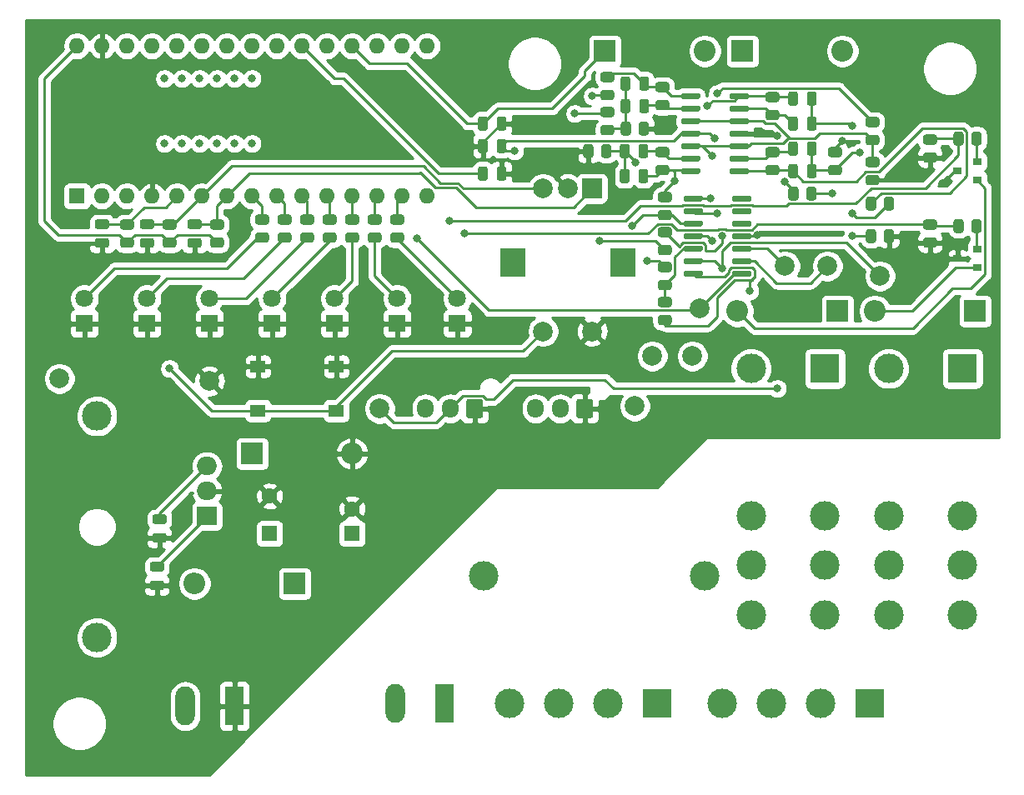
<source format=gbr>
%TF.GenerationSoftware,KiCad,Pcbnew,(5.1.9)-1*%
%TF.CreationDate,2021-09-01T12:14:14+02:00*%
%TF.ProjectId,scheda recinzione,73636865-6461-4207-9265-63696e7a696f,rev?*%
%TF.SameCoordinates,Original*%
%TF.FileFunction,Copper,L1,Top*%
%TF.FilePolarity,Positive*%
%FSLAX46Y46*%
G04 Gerber Fmt 4.6, Leading zero omitted, Abs format (unit mm)*
G04 Created by KiCad (PCBNEW (5.1.9)-1) date 2021-09-01 12:14:14*
%MOMM*%
%LPD*%
G01*
G04 APERTURE LIST*
%TA.AperFunction,ComponentPad*%
%ADD10C,2.000000*%
%TD*%
%TA.AperFunction,ComponentPad*%
%ADD11O,1.700000X1.950000*%
%TD*%
%TA.AperFunction,SMDPad,CuDef*%
%ADD12R,1.550000X1.300000*%
%TD*%
%TA.AperFunction,ComponentPad*%
%ADD13R,2.000000X2.000000*%
%TD*%
%TA.AperFunction,ComponentPad*%
%ADD14R,2.500000X3.000000*%
%TD*%
%TA.AperFunction,ComponentPad*%
%ADD15O,2.200000X2.200000*%
%TD*%
%TA.AperFunction,ComponentPad*%
%ADD16R,2.200000X2.200000*%
%TD*%
%TA.AperFunction,ComponentPad*%
%ADD17C,3.000000*%
%TD*%
%TA.AperFunction,SMDPad,CuDef*%
%ADD18R,0.900000X0.800000*%
%TD*%
%TA.AperFunction,ComponentPad*%
%ADD19R,3.000000X3.000000*%
%TD*%
%TA.AperFunction,ComponentPad*%
%ADD20C,1.800000*%
%TD*%
%TA.AperFunction,ComponentPad*%
%ADD21R,1.800000X1.800000*%
%TD*%
%TA.AperFunction,ComponentPad*%
%ADD22O,2.000000X1.905000*%
%TD*%
%TA.AperFunction,ComponentPad*%
%ADD23R,2.000000X1.905000*%
%TD*%
%TA.AperFunction,ComponentPad*%
%ADD24O,1.600000X1.600000*%
%TD*%
%TA.AperFunction,ComponentPad*%
%ADD25R,1.600000X1.600000*%
%TD*%
%TA.AperFunction,ComponentPad*%
%ADD26C,1.600000*%
%TD*%
%TA.AperFunction,ComponentPad*%
%ADD27O,1.980000X3.960000*%
%TD*%
%TA.AperFunction,ComponentPad*%
%ADD28R,1.980000X3.960000*%
%TD*%
%TA.AperFunction,ViaPad*%
%ADD29C,0.800000*%
%TD*%
%TA.AperFunction,Conductor*%
%ADD30C,0.250000*%
%TD*%
%TA.AperFunction,Conductor*%
%ADD31C,0.254000*%
%TD*%
%TA.AperFunction,Conductor*%
%ADD32C,0.100000*%
%TD*%
G04 APERTURE END LIST*
D10*
%TO.P,TP10,1*%
%TO.N,Net-(A1-Pad21)*%
X260604000Y-107696000D03*
%TD*%
%TO.P,TP9,1*%
%TO.N,Net-(A1-Pad19)*%
X256286000Y-107696000D03*
%TD*%
%TO.P,TP8,1*%
%TO.N,+5V*%
X182626000Y-119126000D03*
%TD*%
%TO.P,TP7,1*%
%TO.N,Net-(C11-Pad1)*%
X242824000Y-116840000D03*
%TD*%
%TO.P,TP6,1*%
%TO.N,Net-(C7-Pad1)*%
X246888000Y-116840000D03*
%TD*%
%TO.P,TP5,1*%
%TO.N,GND*%
X197866000Y-119380000D03*
%TD*%
%TO.P,TP3,1*%
%TO.N,VCC*%
X265938000Y-108712000D03*
%TD*%
%TO.P,TP2,1*%
%TO.N,Net-(J2-Pad2)*%
X215138000Y-122174000D03*
%TD*%
%TO.P,TP1,1*%
%TO.N,Net-(J1-Pad2)*%
X241046000Y-121920000D03*
%TD*%
%TO.P,TP4,1*%
%TO.N,Net-(A1-Pad20)*%
X247650000Y-112014000D03*
%TD*%
D11*
%TO.P,J1,3*%
%TO.N,+5V*%
X230966000Y-122174000D03*
%TO.P,J1,2*%
%TO.N,Net-(J1-Pad2)*%
X233466000Y-122174000D03*
%TO.P,J1,1*%
%TO.N,GND*%
%TA.AperFunction,ComponentPad*%
G36*
G01*
X236816000Y-121449000D02*
X236816000Y-122899000D01*
G75*
G02*
X236566000Y-123149000I-250000J0D01*
G01*
X235366000Y-123149000D01*
G75*
G02*
X235116000Y-122899000I0J250000D01*
G01*
X235116000Y-121449000D01*
G75*
G02*
X235366000Y-121199000I250000J0D01*
G01*
X236566000Y-121199000D01*
G75*
G02*
X236816000Y-121449000I0J-250000D01*
G01*
G37*
%TD.AperFunction*%
%TD*%
D12*
%TO.P,SW2,2*%
%TO.N,GND*%
X202781000Y-117892000D03*
%TO.P,SW2,1*%
%TO.N,Net-(A1-Pad5)*%
X202781000Y-122392000D03*
X210731000Y-122392000D03*
%TO.P,SW2,2*%
%TO.N,GND*%
X210731000Y-117892000D03*
%TD*%
D13*
%TO.P,J9,A*%
%TO.N,Net-(A1-Pad7)*%
X236728000Y-99822000D03*
D10*
%TO.P,J9,C*%
%TO.N,GND*%
X234228000Y-99822000D03*
%TO.P,J9,B*%
%TO.N,Net-(A1-Pad6)*%
X231728000Y-99822000D03*
D14*
%TO.P,J9,MP*%
%TO.N,N/C*%
X239828000Y-107322000D03*
X228628000Y-107322000D03*
D10*
%TO.P,J9,S1*%
%TO.N,GND*%
X236728000Y-114322000D03*
%TO.P,J9,S2*%
%TO.N,Net-(A1-Pad5)*%
X231728000Y-114322000D03*
%TD*%
D15*
%TO.P,D13,2*%
%TO.N,Net-(D13-Pad2)*%
X262128000Y-85852000D03*
D16*
%TO.P,D13,1*%
%TO.N,Net-(A1-Pad21)*%
X251968000Y-85852000D03*
%TD*%
D15*
%TO.P,D12,2*%
%TO.N,Net-(D12-Pad2)*%
X248158000Y-85852000D03*
D16*
%TO.P,D12,1*%
%TO.N,Net-(A1-Pad19)*%
X237998000Y-85852000D03*
%TD*%
D17*
%TO.P,F1,2*%
%TO.N,Net-(F1-Pad2)*%
X225658000Y-139192000D03*
%TO.P,F1,1*%
%TO.N,Net-(F1-Pad1)*%
X248158000Y-139192000D03*
%TD*%
D18*
%TO.P,Q2,3*%
%TO.N,GND*%
X273828000Y-98044000D03*
%TO.P,Q2,2*%
%TO.N,Net-(Q2-Pad2)*%
X275828000Y-97094000D03*
%TO.P,Q2,1*%
%TO.N,Net-(D2-Pad2)*%
X275828000Y-98994000D03*
%TD*%
%TO.P,Q1,3*%
%TO.N,GND*%
X273828000Y-106934000D03*
%TO.P,Q1,2*%
%TO.N,Net-(Q1-Pad2)*%
X275828000Y-105984000D03*
%TO.P,Q1,1*%
%TO.N,Net-(D1-Pad2)*%
X275828000Y-107884000D03*
%TD*%
D17*
%TO.P,F2,2*%
%TO.N,+24V*%
X186436000Y-145436000D03*
%TO.P,F2,1*%
%TO.N,Net-(D10-Pad2)*%
X186436000Y-122936000D03*
%TD*%
D19*
%TO.P,K2,A1*%
%TO.N,+24V*%
X260350000Y-118110000D03*
D17*
%TO.P,K2,A2*%
%TO.N,Net-(D2-Pad2)*%
X252850000Y-118110000D03*
%TO.P,K2,11*%
%TO.N,Net-(F1-Pad1)*%
X260350000Y-138110000D03*
%TO.P,K2,24*%
%TO.N,Net-(J5-Pad4)*%
X252850000Y-143110000D03*
%TO.P,K2,22*%
%TO.N,Net-(K2-Pad22)*%
X252850000Y-133110000D03*
%TO.P,K2,12*%
%TO.N,Net-(K2-Pad12)*%
X260350000Y-133110000D03*
%TO.P,K2,21*%
%TO.N,Net-(F1-Pad1)*%
X252850000Y-138110000D03*
%TO.P,K2,14*%
%TO.N,Net-(J5-Pad3)*%
X260350000Y-143110000D03*
%TD*%
D19*
%TO.P,J4,1*%
%TO.N,Net-(J3-Pad1)*%
X243332000Y-152146000D03*
D17*
%TO.P,J4,2*%
X238332000Y-152146000D03*
%TO.P,J4,3*%
X233332000Y-152146000D03*
%TO.P,J4,4*%
X228332000Y-152146000D03*
%TD*%
%TO.P,U3,14*%
%TO.N,N/C*%
%TA.AperFunction,SMDPad,CuDef*%
G36*
G01*
X250928000Y-100988000D02*
X250928000Y-100688000D01*
G75*
G02*
X251078000Y-100538000I150000J0D01*
G01*
X252728000Y-100538000D01*
G75*
G02*
X252878000Y-100688000I0J-150000D01*
G01*
X252878000Y-100988000D01*
G75*
G02*
X252728000Y-101138000I-150000J0D01*
G01*
X251078000Y-101138000D01*
G75*
G02*
X250928000Y-100988000I0J150000D01*
G01*
G37*
%TD.AperFunction*%
%TO.P,U3,13*%
%TA.AperFunction,SMDPad,CuDef*%
G36*
G01*
X250928000Y-102258000D02*
X250928000Y-101958000D01*
G75*
G02*
X251078000Y-101808000I150000J0D01*
G01*
X252728000Y-101808000D01*
G75*
G02*
X252878000Y-101958000I0J-150000D01*
G01*
X252878000Y-102258000D01*
G75*
G02*
X252728000Y-102408000I-150000J0D01*
G01*
X251078000Y-102408000D01*
G75*
G02*
X250928000Y-102258000I0J150000D01*
G01*
G37*
%TD.AperFunction*%
%TO.P,U3,12*%
%TA.AperFunction,SMDPad,CuDef*%
G36*
G01*
X250928000Y-103528000D02*
X250928000Y-103228000D01*
G75*
G02*
X251078000Y-103078000I150000J0D01*
G01*
X252728000Y-103078000D01*
G75*
G02*
X252878000Y-103228000I0J-150000D01*
G01*
X252878000Y-103528000D01*
G75*
G02*
X252728000Y-103678000I-150000J0D01*
G01*
X251078000Y-103678000D01*
G75*
G02*
X250928000Y-103528000I0J150000D01*
G01*
G37*
%TD.AperFunction*%
%TO.P,U3,11*%
%TO.N,GND*%
%TA.AperFunction,SMDPad,CuDef*%
G36*
G01*
X250928000Y-104798000D02*
X250928000Y-104498000D01*
G75*
G02*
X251078000Y-104348000I150000J0D01*
G01*
X252728000Y-104348000D01*
G75*
G02*
X252878000Y-104498000I0J-150000D01*
G01*
X252878000Y-104798000D01*
G75*
G02*
X252728000Y-104948000I-150000J0D01*
G01*
X251078000Y-104948000D01*
G75*
G02*
X250928000Y-104798000I0J150000D01*
G01*
G37*
%TD.AperFunction*%
%TO.P,U3,10*%
%TO.N,Net-(A1-Pad19)*%
%TA.AperFunction,SMDPad,CuDef*%
G36*
G01*
X250928000Y-106068000D02*
X250928000Y-105768000D01*
G75*
G02*
X251078000Y-105618000I150000J0D01*
G01*
X252728000Y-105618000D01*
G75*
G02*
X252878000Y-105768000I0J-150000D01*
G01*
X252878000Y-106068000D01*
G75*
G02*
X252728000Y-106218000I-150000J0D01*
G01*
X251078000Y-106218000D01*
G75*
G02*
X250928000Y-106068000I0J150000D01*
G01*
G37*
%TD.AperFunction*%
%TO.P,U3,9*%
%TO.N,Net-(A1-Pad21)*%
%TA.AperFunction,SMDPad,CuDef*%
G36*
G01*
X250928000Y-107338000D02*
X250928000Y-107038000D01*
G75*
G02*
X251078000Y-106888000I150000J0D01*
G01*
X252728000Y-106888000D01*
G75*
G02*
X252878000Y-107038000I0J-150000D01*
G01*
X252878000Y-107338000D01*
G75*
G02*
X252728000Y-107488000I-150000J0D01*
G01*
X251078000Y-107488000D01*
G75*
G02*
X250928000Y-107338000I0J150000D01*
G01*
G37*
%TD.AperFunction*%
%TO.P,U3,8*%
%TO.N,Net-(A1-Pad20)*%
%TA.AperFunction,SMDPad,CuDef*%
G36*
G01*
X250928000Y-108608000D02*
X250928000Y-108308000D01*
G75*
G02*
X251078000Y-108158000I150000J0D01*
G01*
X252728000Y-108158000D01*
G75*
G02*
X252878000Y-108308000I0J-150000D01*
G01*
X252878000Y-108608000D01*
G75*
G02*
X252728000Y-108758000I-150000J0D01*
G01*
X251078000Y-108758000D01*
G75*
G02*
X250928000Y-108608000I0J150000D01*
G01*
G37*
%TD.AperFunction*%
%TO.P,U3,7*%
%TO.N,Net-(D13-Pad2)*%
%TA.AperFunction,SMDPad,CuDef*%
G36*
G01*
X245978000Y-108608000D02*
X245978000Y-108308000D01*
G75*
G02*
X246128000Y-108158000I150000J0D01*
G01*
X247778000Y-108158000D01*
G75*
G02*
X247928000Y-108308000I0J-150000D01*
G01*
X247928000Y-108608000D01*
G75*
G02*
X247778000Y-108758000I-150000J0D01*
G01*
X246128000Y-108758000D01*
G75*
G02*
X245978000Y-108608000I0J150000D01*
G01*
G37*
%TD.AperFunction*%
%TO.P,U3,6*%
%TO.N,VCC*%
%TA.AperFunction,SMDPad,CuDef*%
G36*
G01*
X245978000Y-107338000D02*
X245978000Y-107038000D01*
G75*
G02*
X246128000Y-106888000I150000J0D01*
G01*
X247778000Y-106888000D01*
G75*
G02*
X247928000Y-107038000I0J-150000D01*
G01*
X247928000Y-107338000D01*
G75*
G02*
X247778000Y-107488000I-150000J0D01*
G01*
X246128000Y-107488000D01*
G75*
G02*
X245978000Y-107338000I0J150000D01*
G01*
G37*
%TD.AperFunction*%
%TO.P,U3,5*%
%TO.N,Net-(R31-Pad1)*%
%TA.AperFunction,SMDPad,CuDef*%
G36*
G01*
X245978000Y-106068000D02*
X245978000Y-105768000D01*
G75*
G02*
X246128000Y-105618000I150000J0D01*
G01*
X247778000Y-105618000D01*
G75*
G02*
X247928000Y-105768000I0J-150000D01*
G01*
X247928000Y-106068000D01*
G75*
G02*
X247778000Y-106218000I-150000J0D01*
G01*
X246128000Y-106218000D01*
G75*
G02*
X245978000Y-106068000I0J150000D01*
G01*
G37*
%TD.AperFunction*%
%TO.P,U3,4*%
%TO.N,+5V*%
%TA.AperFunction,SMDPad,CuDef*%
G36*
G01*
X245978000Y-104798000D02*
X245978000Y-104498000D01*
G75*
G02*
X246128000Y-104348000I150000J0D01*
G01*
X247778000Y-104348000D01*
G75*
G02*
X247928000Y-104498000I0J-150000D01*
G01*
X247928000Y-104798000D01*
G75*
G02*
X247778000Y-104948000I-150000J0D01*
G01*
X246128000Y-104948000D01*
G75*
G02*
X245978000Y-104798000I0J150000D01*
G01*
G37*
%TD.AperFunction*%
%TO.P,U3,3*%
%TO.N,Net-(R30-Pad1)*%
%TA.AperFunction,SMDPad,CuDef*%
G36*
G01*
X245978000Y-103528000D02*
X245978000Y-103228000D01*
G75*
G02*
X246128000Y-103078000I150000J0D01*
G01*
X247778000Y-103078000D01*
G75*
G02*
X247928000Y-103228000I0J-150000D01*
G01*
X247928000Y-103528000D01*
G75*
G02*
X247778000Y-103678000I-150000J0D01*
G01*
X246128000Y-103678000D01*
G75*
G02*
X245978000Y-103528000I0J150000D01*
G01*
G37*
%TD.AperFunction*%
%TO.P,U3,2*%
%TO.N,VCC*%
%TA.AperFunction,SMDPad,CuDef*%
G36*
G01*
X245978000Y-102258000D02*
X245978000Y-101958000D01*
G75*
G02*
X246128000Y-101808000I150000J0D01*
G01*
X247778000Y-101808000D01*
G75*
G02*
X247928000Y-101958000I0J-150000D01*
G01*
X247928000Y-102258000D01*
G75*
G02*
X247778000Y-102408000I-150000J0D01*
G01*
X246128000Y-102408000D01*
G75*
G02*
X245978000Y-102258000I0J150000D01*
G01*
G37*
%TD.AperFunction*%
%TO.P,U3,1*%
%TO.N,Net-(D12-Pad2)*%
%TA.AperFunction,SMDPad,CuDef*%
G36*
G01*
X245978000Y-100988000D02*
X245978000Y-100688000D01*
G75*
G02*
X246128000Y-100538000I150000J0D01*
G01*
X247778000Y-100538000D01*
G75*
G02*
X247928000Y-100688000I0J-150000D01*
G01*
X247928000Y-100988000D01*
G75*
G02*
X247778000Y-101138000I-150000J0D01*
G01*
X246128000Y-101138000D01*
G75*
G02*
X245978000Y-100988000I0J150000D01*
G01*
G37*
%TD.AperFunction*%
%TD*%
%TO.P,U2,14*%
%TO.N,Net-(C11-Pad1)*%
%TA.AperFunction,SMDPad,CuDef*%
G36*
G01*
X250674000Y-90574000D02*
X250674000Y-90274000D01*
G75*
G02*
X250824000Y-90124000I150000J0D01*
G01*
X252474000Y-90124000D01*
G75*
G02*
X252624000Y-90274000I0J-150000D01*
G01*
X252624000Y-90574000D01*
G75*
G02*
X252474000Y-90724000I-150000J0D01*
G01*
X250824000Y-90724000D01*
G75*
G02*
X250674000Y-90574000I0J150000D01*
G01*
G37*
%TD.AperFunction*%
%TO.P,U2,13*%
%TO.N,Net-(C10-Pad1)*%
%TA.AperFunction,SMDPad,CuDef*%
G36*
G01*
X250674000Y-91844000D02*
X250674000Y-91544000D01*
G75*
G02*
X250824000Y-91394000I150000J0D01*
G01*
X252474000Y-91394000D01*
G75*
G02*
X252624000Y-91544000I0J-150000D01*
G01*
X252624000Y-91844000D01*
G75*
G02*
X252474000Y-91994000I-150000J0D01*
G01*
X250824000Y-91994000D01*
G75*
G02*
X250674000Y-91844000I0J150000D01*
G01*
G37*
%TD.AperFunction*%
%TO.P,U2,12*%
%TO.N,VCC*%
%TA.AperFunction,SMDPad,CuDef*%
G36*
G01*
X250674000Y-93114000D02*
X250674000Y-92814000D01*
G75*
G02*
X250824000Y-92664000I150000J0D01*
G01*
X252474000Y-92664000D01*
G75*
G02*
X252624000Y-92814000I0J-150000D01*
G01*
X252624000Y-93114000D01*
G75*
G02*
X252474000Y-93264000I-150000J0D01*
G01*
X250824000Y-93264000D01*
G75*
G02*
X250674000Y-93114000I0J150000D01*
G01*
G37*
%TD.AperFunction*%
%TO.P,U2,11*%
%TO.N,GND*%
%TA.AperFunction,SMDPad,CuDef*%
G36*
G01*
X250674000Y-94384000D02*
X250674000Y-94084000D01*
G75*
G02*
X250824000Y-93934000I150000J0D01*
G01*
X252474000Y-93934000D01*
G75*
G02*
X252624000Y-94084000I0J-150000D01*
G01*
X252624000Y-94384000D01*
G75*
G02*
X252474000Y-94534000I-150000J0D01*
G01*
X250824000Y-94534000D01*
G75*
G02*
X250674000Y-94384000I0J150000D01*
G01*
G37*
%TD.AperFunction*%
%TO.P,U2,10*%
%TO.N,VCC*%
%TA.AperFunction,SMDPad,CuDef*%
G36*
G01*
X250674000Y-95654000D02*
X250674000Y-95354000D01*
G75*
G02*
X250824000Y-95204000I150000J0D01*
G01*
X252474000Y-95204000D01*
G75*
G02*
X252624000Y-95354000I0J-150000D01*
G01*
X252624000Y-95654000D01*
G75*
G02*
X252474000Y-95804000I-150000J0D01*
G01*
X250824000Y-95804000D01*
G75*
G02*
X250674000Y-95654000I0J150000D01*
G01*
G37*
%TD.AperFunction*%
%TO.P,U2,9*%
%TO.N,Net-(C8-Pad1)*%
%TA.AperFunction,SMDPad,CuDef*%
G36*
G01*
X250674000Y-96924000D02*
X250674000Y-96624000D01*
G75*
G02*
X250824000Y-96474000I150000J0D01*
G01*
X252474000Y-96474000D01*
G75*
G02*
X252624000Y-96624000I0J-150000D01*
G01*
X252624000Y-96924000D01*
G75*
G02*
X252474000Y-97074000I-150000J0D01*
G01*
X250824000Y-97074000D01*
G75*
G02*
X250674000Y-96924000I0J150000D01*
G01*
G37*
%TD.AperFunction*%
%TO.P,U2,8*%
%TO.N,Net-(C9-Pad1)*%
%TA.AperFunction,SMDPad,CuDef*%
G36*
G01*
X250674000Y-98194000D02*
X250674000Y-97894000D01*
G75*
G02*
X250824000Y-97744000I150000J0D01*
G01*
X252474000Y-97744000D01*
G75*
G02*
X252624000Y-97894000I0J-150000D01*
G01*
X252624000Y-98194000D01*
G75*
G02*
X252474000Y-98344000I-150000J0D01*
G01*
X250824000Y-98344000D01*
G75*
G02*
X250674000Y-98194000I0J150000D01*
G01*
G37*
%TD.AperFunction*%
%TO.P,U2,7*%
%TO.N,Net-(C7-Pad1)*%
%TA.AperFunction,SMDPad,CuDef*%
G36*
G01*
X245724000Y-98194000D02*
X245724000Y-97894000D01*
G75*
G02*
X245874000Y-97744000I150000J0D01*
G01*
X247524000Y-97744000D01*
G75*
G02*
X247674000Y-97894000I0J-150000D01*
G01*
X247674000Y-98194000D01*
G75*
G02*
X247524000Y-98344000I-150000J0D01*
G01*
X245874000Y-98344000D01*
G75*
G02*
X245724000Y-98194000I0J150000D01*
G01*
G37*
%TD.AperFunction*%
%TO.P,U2,6*%
%TO.N,Net-(C6-Pad1)*%
%TA.AperFunction,SMDPad,CuDef*%
G36*
G01*
X245724000Y-96924000D02*
X245724000Y-96624000D01*
G75*
G02*
X245874000Y-96474000I150000J0D01*
G01*
X247524000Y-96474000D01*
G75*
G02*
X247674000Y-96624000I0J-150000D01*
G01*
X247674000Y-96924000D01*
G75*
G02*
X247524000Y-97074000I-150000J0D01*
G01*
X245874000Y-97074000D01*
G75*
G02*
X245724000Y-96924000I0J150000D01*
G01*
G37*
%TD.AperFunction*%
%TO.P,U2,5*%
%TO.N,VCC*%
%TA.AperFunction,SMDPad,CuDef*%
G36*
G01*
X245724000Y-95654000D02*
X245724000Y-95354000D01*
G75*
G02*
X245874000Y-95204000I150000J0D01*
G01*
X247524000Y-95204000D01*
G75*
G02*
X247674000Y-95354000I0J-150000D01*
G01*
X247674000Y-95654000D01*
G75*
G02*
X247524000Y-95804000I-150000J0D01*
G01*
X245874000Y-95804000D01*
G75*
G02*
X245724000Y-95654000I0J150000D01*
G01*
G37*
%TD.AperFunction*%
%TO.P,U2,4*%
%TO.N,+5V*%
%TA.AperFunction,SMDPad,CuDef*%
G36*
G01*
X245724000Y-94384000D02*
X245724000Y-94084000D01*
G75*
G02*
X245874000Y-93934000I150000J0D01*
G01*
X247524000Y-93934000D01*
G75*
G02*
X247674000Y-94084000I0J-150000D01*
G01*
X247674000Y-94384000D01*
G75*
G02*
X247524000Y-94534000I-150000J0D01*
G01*
X245874000Y-94534000D01*
G75*
G02*
X245724000Y-94384000I0J150000D01*
G01*
G37*
%TD.AperFunction*%
%TO.P,U2,3*%
%TO.N,VCC*%
%TA.AperFunction,SMDPad,CuDef*%
G36*
G01*
X245724000Y-93114000D02*
X245724000Y-92814000D01*
G75*
G02*
X245874000Y-92664000I150000J0D01*
G01*
X247524000Y-92664000D01*
G75*
G02*
X247674000Y-92814000I0J-150000D01*
G01*
X247674000Y-93114000D01*
G75*
G02*
X247524000Y-93264000I-150000J0D01*
G01*
X245874000Y-93264000D01*
G75*
G02*
X245724000Y-93114000I0J150000D01*
G01*
G37*
%TD.AperFunction*%
%TO.P,U2,2*%
%TO.N,Net-(C1-Pad1)*%
%TA.AperFunction,SMDPad,CuDef*%
G36*
G01*
X245724000Y-91844000D02*
X245724000Y-91544000D01*
G75*
G02*
X245874000Y-91394000I150000J0D01*
G01*
X247524000Y-91394000D01*
G75*
G02*
X247674000Y-91544000I0J-150000D01*
G01*
X247674000Y-91844000D01*
G75*
G02*
X247524000Y-91994000I-150000J0D01*
G01*
X245874000Y-91994000D01*
G75*
G02*
X245724000Y-91844000I0J150000D01*
G01*
G37*
%TD.AperFunction*%
%TO.P,U2,1*%
%TO.N,Net-(C2-Pad1)*%
%TA.AperFunction,SMDPad,CuDef*%
G36*
G01*
X245724000Y-90574000D02*
X245724000Y-90274000D01*
G75*
G02*
X245874000Y-90124000I150000J0D01*
G01*
X247524000Y-90124000D01*
G75*
G02*
X247674000Y-90274000I0J-150000D01*
G01*
X247674000Y-90574000D01*
G75*
G02*
X247524000Y-90724000I-150000J0D01*
G01*
X245874000Y-90724000D01*
G75*
G02*
X245724000Y-90574000I0J150000D01*
G01*
G37*
%TD.AperFunction*%
%TD*%
D20*
%TO.P,D9,2*%
%TO.N,Net-(D9-Pad2)*%
X223026000Y-110998000D03*
D21*
%TO.P,D9,1*%
%TO.N,GND*%
X223026000Y-113538000D03*
%TD*%
D22*
%TO.P,U1,3*%
%TO.N,+5V*%
X197612000Y-128016000D03*
%TO.P,U1,2*%
%TO.N,GND*%
X197612000Y-130556000D03*
D23*
%TO.P,U1,1*%
%TO.N,Net-(C12-Pad1)*%
X197612000Y-133096000D03*
%TD*%
D24*
%TO.P,A1,16*%
%TO.N,Net-(A1-Pad16)*%
X219964000Y-85344000D03*
%TO.P,A1,15*%
%TO.N,Net-(A1-Pad15)*%
X219964000Y-100584000D03*
%TO.P,A1,30*%
%TO.N,+5V*%
X184404000Y-85344000D03*
%TO.P,A1,14*%
%TO.N,Net-(A1-Pad14)*%
X217424000Y-100584000D03*
%TO.P,A1,29*%
%TO.N,GND*%
X186944000Y-85344000D03*
%TO.P,A1,13*%
%TO.N,Net-(A1-Pad13)*%
X214884000Y-100584000D03*
%TO.P,A1,28*%
%TO.N,Net-(A1-Pad28)*%
X189484000Y-85344000D03*
%TO.P,A1,12*%
%TO.N,Net-(A1-Pad12)*%
X212344000Y-100584000D03*
%TO.P,A1,27*%
%TO.N,Net-(A1-Pad27)*%
X192024000Y-85344000D03*
%TO.P,A1,11*%
%TO.N,Net-(A1-Pad11)*%
X209804000Y-100584000D03*
%TO.P,A1,26*%
%TO.N,Net-(A1-Pad26)*%
X194564000Y-85344000D03*
%TO.P,A1,10*%
%TO.N,Net-(A1-Pad10)*%
X207264000Y-100584000D03*
%TO.P,A1,25*%
%TO.N,Net-(A1-Pad25)*%
X197104000Y-85344000D03*
%TO.P,A1,9*%
%TO.N,Net-(A1-Pad9)*%
X204724000Y-100584000D03*
%TO.P,A1,24*%
%TO.N,Net-(A1-Pad24)*%
X199644000Y-85344000D03*
%TO.P,A1,8*%
%TO.N,Net-(A1-Pad8)*%
X202184000Y-100584000D03*
%TO.P,A1,23*%
%TO.N,Net-(A1-Pad23)*%
X202184000Y-85344000D03*
%TO.P,A1,7*%
%TO.N,Net-(A1-Pad7)*%
X199644000Y-100584000D03*
%TO.P,A1,22*%
%TO.N,Net-(A1-Pad22)*%
X204724000Y-85344000D03*
%TO.P,A1,6*%
%TO.N,Net-(A1-Pad6)*%
X197104000Y-100584000D03*
%TO.P,A1,21*%
%TO.N,Net-(A1-Pad21)*%
X207264000Y-85344000D03*
%TO.P,A1,5*%
%TO.N,Net-(A1-Pad5)*%
X194564000Y-100584000D03*
%TO.P,A1,20*%
%TO.N,Net-(A1-Pad20)*%
X209804000Y-85344000D03*
%TO.P,A1,4*%
%TO.N,GND*%
X192024000Y-100584000D03*
%TO.P,A1,19*%
%TO.N,Net-(A1-Pad19)*%
X212344000Y-85344000D03*
%TO.P,A1,3*%
%TO.N,Net-(A1-Pad3)*%
X189484000Y-100584000D03*
%TO.P,A1,18*%
%TO.N,Net-(A1-Pad18)*%
X214884000Y-85344000D03*
%TO.P,A1,2*%
%TO.N,Net-(A1-Pad2)*%
X186944000Y-100584000D03*
%TO.P,A1,17*%
%TO.N,Net-(A1-Pad17)*%
X217424000Y-85344000D03*
D25*
%TO.P,A1,1*%
%TO.N,Net-(A1-Pad1)*%
X184404000Y-100584000D03*
%TD*%
D20*
%TO.P,D3,2*%
%TO.N,Net-(D3-Pad2)*%
X185166000Y-110998000D03*
D21*
%TO.P,D3,1*%
%TO.N,GND*%
X185166000Y-113538000D03*
%TD*%
D20*
%TO.P,D8,2*%
%TO.N,Net-(D8-Pad2)*%
X216916000Y-110998000D03*
D21*
%TO.P,D8,1*%
%TO.N,GND*%
X216916000Y-113538000D03*
%TD*%
%TO.P,R33,2*%
%TO.N,Net-(R31-Pad1)*%
%TA.AperFunction,SMDPad,CuDef*%
G36*
G01*
X244544001Y-111868000D02*
X243643999Y-111868000D01*
G75*
G02*
X243394000Y-111618001I0J249999D01*
G01*
X243394000Y-111092999D01*
G75*
G02*
X243643999Y-110843000I249999J0D01*
G01*
X244544001Y-110843000D01*
G75*
G02*
X244794000Y-111092999I0J-249999D01*
G01*
X244794000Y-111618001D01*
G75*
G02*
X244544001Y-111868000I-249999J0D01*
G01*
G37*
%TD.AperFunction*%
%TO.P,R33,1*%
%TO.N,Net-(D13-Pad2)*%
%TA.AperFunction,SMDPad,CuDef*%
G36*
G01*
X244544001Y-113693000D02*
X243643999Y-113693000D01*
G75*
G02*
X243394000Y-113443001I0J249999D01*
G01*
X243394000Y-112917999D01*
G75*
G02*
X243643999Y-112668000I249999J0D01*
G01*
X244544001Y-112668000D01*
G75*
G02*
X244794000Y-112917999I0J-249999D01*
G01*
X244794000Y-113443001D01*
G75*
G02*
X244544001Y-113693000I-249999J0D01*
G01*
G37*
%TD.AperFunction*%
%TD*%
%TO.P,R32,2*%
%TO.N,Net-(R30-Pad1)*%
%TA.AperFunction,SMDPad,CuDef*%
G36*
G01*
X243643999Y-105556000D02*
X244544001Y-105556000D01*
G75*
G02*
X244794000Y-105805999I0J-249999D01*
G01*
X244794000Y-106331001D01*
G75*
G02*
X244544001Y-106581000I-249999J0D01*
G01*
X243643999Y-106581000D01*
G75*
G02*
X243394000Y-106331001I0J249999D01*
G01*
X243394000Y-105805999D01*
G75*
G02*
X243643999Y-105556000I249999J0D01*
G01*
G37*
%TD.AperFunction*%
%TO.P,R32,1*%
%TO.N,Net-(D12-Pad2)*%
%TA.AperFunction,SMDPad,CuDef*%
G36*
G01*
X243643999Y-103731000D02*
X244544001Y-103731000D01*
G75*
G02*
X244794000Y-103980999I0J-249999D01*
G01*
X244794000Y-104506001D01*
G75*
G02*
X244544001Y-104756000I-249999J0D01*
G01*
X243643999Y-104756000D01*
G75*
G02*
X243394000Y-104506001I0J249999D01*
G01*
X243394000Y-103980999D01*
G75*
G02*
X243643999Y-103731000I249999J0D01*
G01*
G37*
%TD.AperFunction*%
%TD*%
%TO.P,R31,2*%
%TO.N,Net-(C11-Pad1)*%
%TA.AperFunction,SMDPad,CuDef*%
G36*
G01*
X244544001Y-108312000D02*
X243643999Y-108312000D01*
G75*
G02*
X243394000Y-108062001I0J249999D01*
G01*
X243394000Y-107536999D01*
G75*
G02*
X243643999Y-107287000I249999J0D01*
G01*
X244544001Y-107287000D01*
G75*
G02*
X244794000Y-107536999I0J-249999D01*
G01*
X244794000Y-108062001D01*
G75*
G02*
X244544001Y-108312000I-249999J0D01*
G01*
G37*
%TD.AperFunction*%
%TO.P,R31,1*%
%TO.N,Net-(R31-Pad1)*%
%TA.AperFunction,SMDPad,CuDef*%
G36*
G01*
X244544001Y-110137000D02*
X243643999Y-110137000D01*
G75*
G02*
X243394000Y-109887001I0J249999D01*
G01*
X243394000Y-109361999D01*
G75*
G02*
X243643999Y-109112000I249999J0D01*
G01*
X244544001Y-109112000D01*
G75*
G02*
X244794000Y-109361999I0J-249999D01*
G01*
X244794000Y-109887001D01*
G75*
G02*
X244544001Y-110137000I-249999J0D01*
G01*
G37*
%TD.AperFunction*%
%TD*%
%TO.P,R30,2*%
%TO.N,Net-(C7-Pad1)*%
%TA.AperFunction,SMDPad,CuDef*%
G36*
G01*
X244544001Y-101200000D02*
X243643999Y-101200000D01*
G75*
G02*
X243394000Y-100950001I0J249999D01*
G01*
X243394000Y-100424999D01*
G75*
G02*
X243643999Y-100175000I249999J0D01*
G01*
X244544001Y-100175000D01*
G75*
G02*
X244794000Y-100424999I0J-249999D01*
G01*
X244794000Y-100950001D01*
G75*
G02*
X244544001Y-101200000I-249999J0D01*
G01*
G37*
%TD.AperFunction*%
%TO.P,R30,1*%
%TO.N,Net-(R30-Pad1)*%
%TA.AperFunction,SMDPad,CuDef*%
G36*
G01*
X244544001Y-103025000D02*
X243643999Y-103025000D01*
G75*
G02*
X243394000Y-102775001I0J249999D01*
G01*
X243394000Y-102249999D01*
G75*
G02*
X243643999Y-102000000I249999J0D01*
G01*
X244544001Y-102000000D01*
G75*
G02*
X244794000Y-102249999I0J-249999D01*
G01*
X244794000Y-102775001D01*
G75*
G02*
X244544001Y-103025000I-249999J0D01*
G01*
G37*
%TD.AperFunction*%
%TD*%
%TO.P,R29,2*%
%TO.N,GND*%
%TA.AperFunction,SMDPad,CuDef*%
G36*
G01*
X264725999Y-98444000D02*
X265626001Y-98444000D01*
G75*
G02*
X265876000Y-98693999I0J-249999D01*
G01*
X265876000Y-99219001D01*
G75*
G02*
X265626001Y-99469000I-249999J0D01*
G01*
X264725999Y-99469000D01*
G75*
G02*
X264476000Y-99219001I0J249999D01*
G01*
X264476000Y-98693999D01*
G75*
G02*
X264725999Y-98444000I249999J0D01*
G01*
G37*
%TD.AperFunction*%
%TO.P,R29,1*%
%TO.N,VCC*%
%TA.AperFunction,SMDPad,CuDef*%
G36*
G01*
X264725999Y-96619000D02*
X265626001Y-96619000D01*
G75*
G02*
X265876000Y-96868999I0J-249999D01*
G01*
X265876000Y-97394001D01*
G75*
G02*
X265626001Y-97644000I-249999J0D01*
G01*
X264725999Y-97644000D01*
G75*
G02*
X264476000Y-97394001I0J249999D01*
G01*
X264476000Y-96868999D01*
G75*
G02*
X264725999Y-96619000I249999J0D01*
G01*
G37*
%TD.AperFunction*%
%TD*%
%TO.P,R28,2*%
%TO.N,VCC*%
%TA.AperFunction,SMDPad,CuDef*%
G36*
G01*
X264725999Y-94380000D02*
X265626001Y-94380000D01*
G75*
G02*
X265876000Y-94629999I0J-249999D01*
G01*
X265876000Y-95155001D01*
G75*
G02*
X265626001Y-95405000I-249999J0D01*
G01*
X264725999Y-95405000D01*
G75*
G02*
X264476000Y-95155001I0J249999D01*
G01*
X264476000Y-94629999D01*
G75*
G02*
X264725999Y-94380000I249999J0D01*
G01*
G37*
%TD.AperFunction*%
%TO.P,R28,1*%
%TO.N,+5V*%
%TA.AperFunction,SMDPad,CuDef*%
G36*
G01*
X264725999Y-92555000D02*
X265626001Y-92555000D01*
G75*
G02*
X265876000Y-92804999I0J-249999D01*
G01*
X265876000Y-93330001D01*
G75*
G02*
X265626001Y-93580000I-249999J0D01*
G01*
X264725999Y-93580000D01*
G75*
G02*
X264476000Y-93330001I0J249999D01*
G01*
X264476000Y-92804999D01*
G75*
G02*
X264725999Y-92555000I249999J0D01*
G01*
G37*
%TD.AperFunction*%
%TD*%
%TO.P,R27,2*%
%TO.N,GND*%
%TA.AperFunction,SMDPad,CuDef*%
G36*
G01*
X270567999Y-104794000D02*
X271468001Y-104794000D01*
G75*
G02*
X271718000Y-105043999I0J-249999D01*
G01*
X271718000Y-105569001D01*
G75*
G02*
X271468001Y-105819000I-249999J0D01*
G01*
X270567999Y-105819000D01*
G75*
G02*
X270318000Y-105569001I0J249999D01*
G01*
X270318000Y-105043999D01*
G75*
G02*
X270567999Y-104794000I249999J0D01*
G01*
G37*
%TD.AperFunction*%
%TO.P,R27,1*%
%TO.N,Net-(A1-Pad16)*%
%TA.AperFunction,SMDPad,CuDef*%
G36*
G01*
X270567999Y-102969000D02*
X271468001Y-102969000D01*
G75*
G02*
X271718000Y-103218999I0J-249999D01*
G01*
X271718000Y-103744001D01*
G75*
G02*
X271468001Y-103994000I-249999J0D01*
G01*
X270567999Y-103994000D01*
G75*
G02*
X270318000Y-103744001I0J249999D01*
G01*
X270318000Y-103218999D01*
G75*
G02*
X270567999Y-102969000I249999J0D01*
G01*
G37*
%TD.AperFunction*%
%TD*%
%TO.P,R26,2*%
%TO.N,GND*%
%TA.AperFunction,SMDPad,CuDef*%
G36*
G01*
X270567999Y-96158000D02*
X271468001Y-96158000D01*
G75*
G02*
X271718000Y-96407999I0J-249999D01*
G01*
X271718000Y-96933001D01*
G75*
G02*
X271468001Y-97183000I-249999J0D01*
G01*
X270567999Y-97183000D01*
G75*
G02*
X270318000Y-96933001I0J249999D01*
G01*
X270318000Y-96407999D01*
G75*
G02*
X270567999Y-96158000I249999J0D01*
G01*
G37*
%TD.AperFunction*%
%TO.P,R26,1*%
%TO.N,Net-(A1-Pad15)*%
%TA.AperFunction,SMDPad,CuDef*%
G36*
G01*
X270567999Y-94333000D02*
X271468001Y-94333000D01*
G75*
G02*
X271718000Y-94582999I0J-249999D01*
G01*
X271718000Y-95108001D01*
G75*
G02*
X271468001Y-95358000I-249999J0D01*
G01*
X270567999Y-95358000D01*
G75*
G02*
X270318000Y-95108001I0J249999D01*
G01*
X270318000Y-94582999D01*
G75*
G02*
X270567999Y-94333000I249999J0D01*
G01*
G37*
%TD.AperFunction*%
%TD*%
%TO.P,R24,2*%
%TO.N,+5V*%
%TA.AperFunction,SMDPad,CuDef*%
G36*
G01*
X189033999Y-104794000D02*
X189934001Y-104794000D01*
G75*
G02*
X190184000Y-105043999I0J-249999D01*
G01*
X190184000Y-105569001D01*
G75*
G02*
X189934001Y-105819000I-249999J0D01*
G01*
X189033999Y-105819000D01*
G75*
G02*
X188784000Y-105569001I0J249999D01*
G01*
X188784000Y-105043999D01*
G75*
G02*
X189033999Y-104794000I249999J0D01*
G01*
G37*
%TD.AperFunction*%
%TO.P,R24,1*%
%TO.N,Net-(A1-Pad5)*%
%TA.AperFunction,SMDPad,CuDef*%
G36*
G01*
X189033999Y-102969000D02*
X189934001Y-102969000D01*
G75*
G02*
X190184000Y-103218999I0J-249999D01*
G01*
X190184000Y-103744001D01*
G75*
G02*
X189934001Y-103994000I-249999J0D01*
G01*
X189033999Y-103994000D01*
G75*
G02*
X188784000Y-103744001I0J249999D01*
G01*
X188784000Y-103218999D01*
G75*
G02*
X189033999Y-102969000I249999J0D01*
G01*
G37*
%TD.AperFunction*%
%TD*%
%TO.P,R23,2*%
%TO.N,Net-(D9-Pad2)*%
%TA.AperFunction,SMDPad,CuDef*%
G36*
G01*
X216465999Y-104286000D02*
X217366001Y-104286000D01*
G75*
G02*
X217616000Y-104535999I0J-249999D01*
G01*
X217616000Y-105061001D01*
G75*
G02*
X217366001Y-105311000I-249999J0D01*
G01*
X216465999Y-105311000D01*
G75*
G02*
X216216000Y-105061001I0J249999D01*
G01*
X216216000Y-104535999D01*
G75*
G02*
X216465999Y-104286000I249999J0D01*
G01*
G37*
%TD.AperFunction*%
%TO.P,R23,1*%
%TO.N,Net-(A1-Pad14)*%
%TA.AperFunction,SMDPad,CuDef*%
G36*
G01*
X216465999Y-102461000D02*
X217366001Y-102461000D01*
G75*
G02*
X217616000Y-102710999I0J-249999D01*
G01*
X217616000Y-103236001D01*
G75*
G02*
X217366001Y-103486000I-249999J0D01*
G01*
X216465999Y-103486000D01*
G75*
G02*
X216216000Y-103236001I0J249999D01*
G01*
X216216000Y-102710999D01*
G75*
G02*
X216465999Y-102461000I249999J0D01*
G01*
G37*
%TD.AperFunction*%
%TD*%
%TO.P,R22,2*%
%TO.N,+5V*%
%TA.AperFunction,SMDPad,CuDef*%
G36*
G01*
X193351999Y-104794000D02*
X194252001Y-104794000D01*
G75*
G02*
X194502000Y-105043999I0J-249999D01*
G01*
X194502000Y-105569001D01*
G75*
G02*
X194252001Y-105819000I-249999J0D01*
G01*
X193351999Y-105819000D01*
G75*
G02*
X193102000Y-105569001I0J249999D01*
G01*
X193102000Y-105043999D01*
G75*
G02*
X193351999Y-104794000I249999J0D01*
G01*
G37*
%TD.AperFunction*%
%TO.P,R22,1*%
%TO.N,Net-(A1-Pad6)*%
%TA.AperFunction,SMDPad,CuDef*%
G36*
G01*
X193351999Y-102969000D02*
X194252001Y-102969000D01*
G75*
G02*
X194502000Y-103218999I0J-249999D01*
G01*
X194502000Y-103744001D01*
G75*
G02*
X194252001Y-103994000I-249999J0D01*
G01*
X193351999Y-103994000D01*
G75*
G02*
X193102000Y-103744001I0J249999D01*
G01*
X193102000Y-103218999D01*
G75*
G02*
X193351999Y-102969000I249999J0D01*
G01*
G37*
%TD.AperFunction*%
%TD*%
%TO.P,R21,2*%
%TO.N,Net-(D8-Pad2)*%
%TA.AperFunction,SMDPad,CuDef*%
G36*
G01*
X214179999Y-104286000D02*
X215080001Y-104286000D01*
G75*
G02*
X215330000Y-104535999I0J-249999D01*
G01*
X215330000Y-105061001D01*
G75*
G02*
X215080001Y-105311000I-249999J0D01*
G01*
X214179999Y-105311000D01*
G75*
G02*
X213930000Y-105061001I0J249999D01*
G01*
X213930000Y-104535999D01*
G75*
G02*
X214179999Y-104286000I249999J0D01*
G01*
G37*
%TD.AperFunction*%
%TO.P,R21,1*%
%TO.N,Net-(A1-Pad13)*%
%TA.AperFunction,SMDPad,CuDef*%
G36*
G01*
X214179999Y-102461000D02*
X215080001Y-102461000D01*
G75*
G02*
X215330000Y-102710999I0J-249999D01*
G01*
X215330000Y-103236001D01*
G75*
G02*
X215080001Y-103486000I-249999J0D01*
G01*
X214179999Y-103486000D01*
G75*
G02*
X213930000Y-103236001I0J249999D01*
G01*
X213930000Y-102710999D01*
G75*
G02*
X214179999Y-102461000I249999J0D01*
G01*
G37*
%TD.AperFunction*%
%TD*%
%TO.P,R20,2*%
%TO.N,+5V*%
%TA.AperFunction,SMDPad,CuDef*%
G36*
G01*
X198177999Y-104794000D02*
X199078001Y-104794000D01*
G75*
G02*
X199328000Y-105043999I0J-249999D01*
G01*
X199328000Y-105569001D01*
G75*
G02*
X199078001Y-105819000I-249999J0D01*
G01*
X198177999Y-105819000D01*
G75*
G02*
X197928000Y-105569001I0J249999D01*
G01*
X197928000Y-105043999D01*
G75*
G02*
X198177999Y-104794000I249999J0D01*
G01*
G37*
%TD.AperFunction*%
%TO.P,R20,1*%
%TO.N,Net-(A1-Pad7)*%
%TA.AperFunction,SMDPad,CuDef*%
G36*
G01*
X198177999Y-102969000D02*
X199078001Y-102969000D01*
G75*
G02*
X199328000Y-103218999I0J-249999D01*
G01*
X199328000Y-103744001D01*
G75*
G02*
X199078001Y-103994000I-249999J0D01*
G01*
X198177999Y-103994000D01*
G75*
G02*
X197928000Y-103744001I0J249999D01*
G01*
X197928000Y-103218999D01*
G75*
G02*
X198177999Y-102969000I249999J0D01*
G01*
G37*
%TD.AperFunction*%
%TD*%
%TO.P,R19,2*%
%TO.N,Net-(D7-Pad2)*%
%TA.AperFunction,SMDPad,CuDef*%
G36*
G01*
X211893999Y-104286000D02*
X212794001Y-104286000D01*
G75*
G02*
X213044000Y-104535999I0J-249999D01*
G01*
X213044000Y-105061001D01*
G75*
G02*
X212794001Y-105311000I-249999J0D01*
G01*
X211893999Y-105311000D01*
G75*
G02*
X211644000Y-105061001I0J249999D01*
G01*
X211644000Y-104535999D01*
G75*
G02*
X211893999Y-104286000I249999J0D01*
G01*
G37*
%TD.AperFunction*%
%TO.P,R19,1*%
%TO.N,Net-(A1-Pad12)*%
%TA.AperFunction,SMDPad,CuDef*%
G36*
G01*
X211893999Y-102461000D02*
X212794001Y-102461000D01*
G75*
G02*
X213044000Y-102710999I0J-249999D01*
G01*
X213044000Y-103236001D01*
G75*
G02*
X212794001Y-103486000I-249999J0D01*
G01*
X211893999Y-103486000D01*
G75*
G02*
X211644000Y-103236001I0J249999D01*
G01*
X211644000Y-102710999D01*
G75*
G02*
X211893999Y-102461000I249999J0D01*
G01*
G37*
%TD.AperFunction*%
%TD*%
%TO.P,R18,2*%
%TO.N,Net-(D6-Pad2)*%
%TA.AperFunction,SMDPad,CuDef*%
G36*
G01*
X209607999Y-104286000D02*
X210508001Y-104286000D01*
G75*
G02*
X210758000Y-104535999I0J-249999D01*
G01*
X210758000Y-105061001D01*
G75*
G02*
X210508001Y-105311000I-249999J0D01*
G01*
X209607999Y-105311000D01*
G75*
G02*
X209358000Y-105061001I0J249999D01*
G01*
X209358000Y-104535999D01*
G75*
G02*
X209607999Y-104286000I249999J0D01*
G01*
G37*
%TD.AperFunction*%
%TO.P,R18,1*%
%TO.N,Net-(A1-Pad11)*%
%TA.AperFunction,SMDPad,CuDef*%
G36*
G01*
X209607999Y-102461000D02*
X210508001Y-102461000D01*
G75*
G02*
X210758000Y-102710999I0J-249999D01*
G01*
X210758000Y-103236001D01*
G75*
G02*
X210508001Y-103486000I-249999J0D01*
G01*
X209607999Y-103486000D01*
G75*
G02*
X209358000Y-103236001I0J249999D01*
G01*
X209358000Y-102710999D01*
G75*
G02*
X209607999Y-102461000I249999J0D01*
G01*
G37*
%TD.AperFunction*%
%TD*%
%TO.P,R17,2*%
%TO.N,Net-(D5-Pad2)*%
%TA.AperFunction,SMDPad,CuDef*%
G36*
G01*
X207321999Y-104286000D02*
X208222001Y-104286000D01*
G75*
G02*
X208472000Y-104535999I0J-249999D01*
G01*
X208472000Y-105061001D01*
G75*
G02*
X208222001Y-105311000I-249999J0D01*
G01*
X207321999Y-105311000D01*
G75*
G02*
X207072000Y-105061001I0J249999D01*
G01*
X207072000Y-104535999D01*
G75*
G02*
X207321999Y-104286000I249999J0D01*
G01*
G37*
%TD.AperFunction*%
%TO.P,R17,1*%
%TO.N,Net-(A1-Pad10)*%
%TA.AperFunction,SMDPad,CuDef*%
G36*
G01*
X207321999Y-102461000D02*
X208222001Y-102461000D01*
G75*
G02*
X208472000Y-102710999I0J-249999D01*
G01*
X208472000Y-103236001D01*
G75*
G02*
X208222001Y-103486000I-249999J0D01*
G01*
X207321999Y-103486000D01*
G75*
G02*
X207072000Y-103236001I0J249999D01*
G01*
X207072000Y-102710999D01*
G75*
G02*
X207321999Y-102461000I249999J0D01*
G01*
G37*
%TD.AperFunction*%
%TD*%
%TO.P,R16,2*%
%TO.N,Net-(D4-Pad2)*%
%TA.AperFunction,SMDPad,CuDef*%
G36*
G01*
X205035999Y-104286000D02*
X205936001Y-104286000D01*
G75*
G02*
X206186000Y-104535999I0J-249999D01*
G01*
X206186000Y-105061001D01*
G75*
G02*
X205936001Y-105311000I-249999J0D01*
G01*
X205035999Y-105311000D01*
G75*
G02*
X204786000Y-105061001I0J249999D01*
G01*
X204786000Y-104535999D01*
G75*
G02*
X205035999Y-104286000I249999J0D01*
G01*
G37*
%TD.AperFunction*%
%TO.P,R16,1*%
%TO.N,Net-(A1-Pad9)*%
%TA.AperFunction,SMDPad,CuDef*%
G36*
G01*
X205035999Y-102461000D02*
X205936001Y-102461000D01*
G75*
G02*
X206186000Y-102710999I0J-249999D01*
G01*
X206186000Y-103236001D01*
G75*
G02*
X205936001Y-103486000I-249999J0D01*
G01*
X205035999Y-103486000D01*
G75*
G02*
X204786000Y-103236001I0J249999D01*
G01*
X204786000Y-102710999D01*
G75*
G02*
X205035999Y-102461000I249999J0D01*
G01*
G37*
%TD.AperFunction*%
%TD*%
%TO.P,R15,2*%
%TO.N,Net-(D3-Pad2)*%
%TA.AperFunction,SMDPad,CuDef*%
G36*
G01*
X202749999Y-104286000D02*
X203650001Y-104286000D01*
G75*
G02*
X203900000Y-104535999I0J-249999D01*
G01*
X203900000Y-105061001D01*
G75*
G02*
X203650001Y-105311000I-249999J0D01*
G01*
X202749999Y-105311000D01*
G75*
G02*
X202500000Y-105061001I0J249999D01*
G01*
X202500000Y-104535999D01*
G75*
G02*
X202749999Y-104286000I249999J0D01*
G01*
G37*
%TD.AperFunction*%
%TO.P,R15,1*%
%TO.N,Net-(A1-Pad8)*%
%TA.AperFunction,SMDPad,CuDef*%
G36*
G01*
X202749999Y-102461000D02*
X203650001Y-102461000D01*
G75*
G02*
X203900000Y-102710999I0J-249999D01*
G01*
X203900000Y-103236001D01*
G75*
G02*
X203650001Y-103486000I-249999J0D01*
G01*
X202749999Y-103486000D01*
G75*
G02*
X202500000Y-103236001I0J249999D01*
G01*
X202500000Y-102710999D01*
G75*
G02*
X202749999Y-102461000I249999J0D01*
G01*
G37*
%TD.AperFunction*%
%TD*%
%TO.P,R14,2*%
%TO.N,Net-(C10-Pad1)*%
%TA.AperFunction,SMDPad,CuDef*%
G36*
G01*
X254565999Y-91840000D02*
X255466001Y-91840000D01*
G75*
G02*
X255716000Y-92089999I0J-249999D01*
G01*
X255716000Y-92615001D01*
G75*
G02*
X255466001Y-92865000I-249999J0D01*
G01*
X254565999Y-92865000D01*
G75*
G02*
X254316000Y-92615001I0J249999D01*
G01*
X254316000Y-92089999D01*
G75*
G02*
X254565999Y-91840000I249999J0D01*
G01*
G37*
%TD.AperFunction*%
%TO.P,R14,1*%
%TO.N,Net-(C11-Pad1)*%
%TA.AperFunction,SMDPad,CuDef*%
G36*
G01*
X254565999Y-90015000D02*
X255466001Y-90015000D01*
G75*
G02*
X255716000Y-90264999I0J-249999D01*
G01*
X255716000Y-90790001D01*
G75*
G02*
X255466001Y-91040000I-249999J0D01*
G01*
X254565999Y-91040000D01*
G75*
G02*
X254316000Y-90790001I0J249999D01*
G01*
X254316000Y-90264999D01*
G75*
G02*
X254565999Y-90015000I249999J0D01*
G01*
G37*
%TD.AperFunction*%
%TD*%
%TO.P,R13,2*%
%TO.N,GND*%
%TA.AperFunction,SMDPad,CuDef*%
G36*
G01*
X266338000Y-105098001D02*
X266338000Y-104197999D01*
G75*
G02*
X266587999Y-103948000I249999J0D01*
G01*
X267113001Y-103948000D01*
G75*
G02*
X267363000Y-104197999I0J-249999D01*
G01*
X267363000Y-105098001D01*
G75*
G02*
X267113001Y-105348000I-249999J0D01*
G01*
X266587999Y-105348000D01*
G75*
G02*
X266338000Y-105098001I0J249999D01*
G01*
G37*
%TD.AperFunction*%
%TO.P,R13,1*%
%TO.N,Net-(C10-Pad2)*%
%TA.AperFunction,SMDPad,CuDef*%
G36*
G01*
X264513000Y-105098001D02*
X264513000Y-104197999D01*
G75*
G02*
X264762999Y-103948000I249999J0D01*
G01*
X265288001Y-103948000D01*
G75*
G02*
X265538000Y-104197999I0J-249999D01*
G01*
X265538000Y-105098001D01*
G75*
G02*
X265288001Y-105348000I-249999J0D01*
G01*
X264762999Y-105348000D01*
G75*
G02*
X264513000Y-105098001I0J249999D01*
G01*
G37*
%TD.AperFunction*%
%TD*%
%TO.P,R12,2*%
%TO.N,Net-(C9-Pad1)*%
%TA.AperFunction,SMDPad,CuDef*%
G36*
G01*
X265538000Y-100895999D02*
X265538000Y-101796001D01*
G75*
G02*
X265288001Y-102046000I-249999J0D01*
G01*
X264762999Y-102046000D01*
G75*
G02*
X264513000Y-101796001I0J249999D01*
G01*
X264513000Y-100895999D01*
G75*
G02*
X264762999Y-100646000I249999J0D01*
G01*
X265288001Y-100646000D01*
G75*
G02*
X265538000Y-100895999I0J-249999D01*
G01*
G37*
%TD.AperFunction*%
%TO.P,R12,1*%
%TO.N,Net-(C10-Pad2)*%
%TA.AperFunction,SMDPad,CuDef*%
G36*
G01*
X267363000Y-100895999D02*
X267363000Y-101796001D01*
G75*
G02*
X267113001Y-102046000I-249999J0D01*
G01*
X266587999Y-102046000D01*
G75*
G02*
X266338000Y-101796001I0J249999D01*
G01*
X266338000Y-100895999D01*
G75*
G02*
X266587999Y-100646000I249999J0D01*
G01*
X267113001Y-100646000D01*
G75*
G02*
X267363000Y-100895999I0J-249999D01*
G01*
G37*
%TD.AperFunction*%
%TD*%
%TO.P,R11,2*%
%TO.N,Net-(C8-Pad1)*%
%TA.AperFunction,SMDPad,CuDef*%
G36*
G01*
X255466001Y-96628000D02*
X254565999Y-96628000D01*
G75*
G02*
X254316000Y-96378001I0J249999D01*
G01*
X254316000Y-95852999D01*
G75*
G02*
X254565999Y-95603000I249999J0D01*
G01*
X255466001Y-95603000D01*
G75*
G02*
X255716000Y-95852999I0J-249999D01*
G01*
X255716000Y-96378001D01*
G75*
G02*
X255466001Y-96628000I-249999J0D01*
G01*
G37*
%TD.AperFunction*%
%TO.P,R11,1*%
%TO.N,Net-(C9-Pad1)*%
%TA.AperFunction,SMDPad,CuDef*%
G36*
G01*
X255466001Y-98453000D02*
X254565999Y-98453000D01*
G75*
G02*
X254316000Y-98203001I0J249999D01*
G01*
X254316000Y-97677999D01*
G75*
G02*
X254565999Y-97428000I249999J0D01*
G01*
X255466001Y-97428000D01*
G75*
G02*
X255716000Y-97677999I0J-249999D01*
G01*
X255716000Y-98203001D01*
G75*
G02*
X255466001Y-98453000I-249999J0D01*
G01*
G37*
%TD.AperFunction*%
%TD*%
%TO.P,R10,2*%
%TO.N,GND*%
%TA.AperFunction,SMDPad,CuDef*%
G36*
G01*
X261816001Y-96628000D02*
X260915999Y-96628000D01*
G75*
G02*
X260666000Y-96378001I0J249999D01*
G01*
X260666000Y-95852999D01*
G75*
G02*
X260915999Y-95603000I249999J0D01*
G01*
X261816001Y-95603000D01*
G75*
G02*
X262066000Y-95852999I0J-249999D01*
G01*
X262066000Y-96378001D01*
G75*
G02*
X261816001Y-96628000I-249999J0D01*
G01*
G37*
%TD.AperFunction*%
%TO.P,R10,1*%
%TO.N,Net-(C8-Pad2)*%
%TA.AperFunction,SMDPad,CuDef*%
G36*
G01*
X261816001Y-98453000D02*
X260915999Y-98453000D01*
G75*
G02*
X260666000Y-98203001I0J249999D01*
G01*
X260666000Y-97677999D01*
G75*
G02*
X260915999Y-97428000I249999J0D01*
G01*
X261816001Y-97428000D01*
G75*
G02*
X262066000Y-97677999I0J-249999D01*
G01*
X262066000Y-98203001D01*
G75*
G02*
X261816001Y-98453000I-249999J0D01*
G01*
G37*
%TD.AperFunction*%
%TD*%
%TO.P,R9,2*%
%TO.N,Net-(A1-Pad15)*%
%TA.AperFunction,SMDPad,CuDef*%
G36*
G01*
X274428000Y-94291999D02*
X274428000Y-95192001D01*
G75*
G02*
X274178001Y-95442000I-249999J0D01*
G01*
X273652999Y-95442000D01*
G75*
G02*
X273403000Y-95192001I0J249999D01*
G01*
X273403000Y-94291999D01*
G75*
G02*
X273652999Y-94042000I249999J0D01*
G01*
X274178001Y-94042000D01*
G75*
G02*
X274428000Y-94291999I0J-249999D01*
G01*
G37*
%TD.AperFunction*%
%TO.P,R9,1*%
%TO.N,Net-(Q2-Pad2)*%
%TA.AperFunction,SMDPad,CuDef*%
G36*
G01*
X276253000Y-94291999D02*
X276253000Y-95192001D01*
G75*
G02*
X276003001Y-95442000I-249999J0D01*
G01*
X275477999Y-95442000D01*
G75*
G02*
X275228000Y-95192001I0J249999D01*
G01*
X275228000Y-94291999D01*
G75*
G02*
X275477999Y-94042000I249999J0D01*
G01*
X276003001Y-94042000D01*
G75*
G02*
X276253000Y-94291999I0J-249999D01*
G01*
G37*
%TD.AperFunction*%
%TD*%
%TO.P,R8,2*%
%TO.N,Net-(C6-Pad1)*%
%TA.AperFunction,SMDPad,CuDef*%
G36*
G01*
X244290001Y-96628000D02*
X243389999Y-96628000D01*
G75*
G02*
X243140000Y-96378001I0J249999D01*
G01*
X243140000Y-95852999D01*
G75*
G02*
X243389999Y-95603000I249999J0D01*
G01*
X244290001Y-95603000D01*
G75*
G02*
X244540000Y-95852999I0J-249999D01*
G01*
X244540000Y-96378001D01*
G75*
G02*
X244290001Y-96628000I-249999J0D01*
G01*
G37*
%TD.AperFunction*%
%TO.P,R8,1*%
%TO.N,Net-(C7-Pad1)*%
%TA.AperFunction,SMDPad,CuDef*%
G36*
G01*
X244290001Y-98453000D02*
X243389999Y-98453000D01*
G75*
G02*
X243140000Y-98203001I0J249999D01*
G01*
X243140000Y-97677999D01*
G75*
G02*
X243389999Y-97428000I249999J0D01*
G01*
X244290001Y-97428000D01*
G75*
G02*
X244540000Y-97677999I0J-249999D01*
G01*
X244540000Y-98203001D01*
G75*
G02*
X244290001Y-98453000I-249999J0D01*
G01*
G37*
%TD.AperFunction*%
%TD*%
%TO.P,R7,2*%
%TO.N,Net-(J2-Pad2)*%
%TA.AperFunction,SMDPad,CuDef*%
G36*
G01*
X257664000Y-99879999D02*
X257664000Y-100780001D01*
G75*
G02*
X257414001Y-101030000I-249999J0D01*
G01*
X256888999Y-101030000D01*
G75*
G02*
X256639000Y-100780001I0J249999D01*
G01*
X256639000Y-99879999D01*
G75*
G02*
X256888999Y-99630000I249999J0D01*
G01*
X257414001Y-99630000D01*
G75*
G02*
X257664000Y-99879999I0J-249999D01*
G01*
G37*
%TD.AperFunction*%
%TO.P,R7,1*%
%TO.N,Net-(C8-Pad2)*%
%TA.AperFunction,SMDPad,CuDef*%
G36*
G01*
X259489000Y-99879999D02*
X259489000Y-100780001D01*
G75*
G02*
X259239001Y-101030000I-249999J0D01*
G01*
X258713999Y-101030000D01*
G75*
G02*
X258464000Y-100780001I0J249999D01*
G01*
X258464000Y-99879999D01*
G75*
G02*
X258713999Y-99630000I249999J0D01*
G01*
X259239001Y-99630000D01*
G75*
G02*
X259489000Y-99879999I0J-249999D01*
G01*
G37*
%TD.AperFunction*%
%TD*%
%TO.P,R6,2*%
%TO.N,GND*%
%TA.AperFunction,SMDPad,CuDef*%
G36*
G01*
X236836000Y-95561999D02*
X236836000Y-96462001D01*
G75*
G02*
X236586001Y-96712000I-249999J0D01*
G01*
X236060999Y-96712000D01*
G75*
G02*
X235811000Y-96462001I0J249999D01*
G01*
X235811000Y-95561999D01*
G75*
G02*
X236060999Y-95312000I249999J0D01*
G01*
X236586001Y-95312000D01*
G75*
G02*
X236836000Y-95561999I0J-249999D01*
G01*
G37*
%TD.AperFunction*%
%TO.P,R6,1*%
%TO.N,Net-(C6-Pad2)*%
%TA.AperFunction,SMDPad,CuDef*%
G36*
G01*
X238661000Y-95561999D02*
X238661000Y-96462001D01*
G75*
G02*
X238411001Y-96712000I-249999J0D01*
G01*
X237885999Y-96712000D01*
G75*
G02*
X237636000Y-96462001I0J249999D01*
G01*
X237636000Y-95561999D01*
G75*
G02*
X237885999Y-95312000I249999J0D01*
G01*
X238411001Y-95312000D01*
G75*
G02*
X238661000Y-95561999I0J-249999D01*
G01*
G37*
%TD.AperFunction*%
%TD*%
%TO.P,R5,2*%
%TO.N,Net-(C2-Pad1)*%
%TA.AperFunction,SMDPad,CuDef*%
G36*
G01*
X238702001Y-89008000D02*
X237801999Y-89008000D01*
G75*
G02*
X237552000Y-88758001I0J249999D01*
G01*
X237552000Y-88232999D01*
G75*
G02*
X237801999Y-87983000I249999J0D01*
G01*
X238702001Y-87983000D01*
G75*
G02*
X238952000Y-88232999I0J-249999D01*
G01*
X238952000Y-88758001D01*
G75*
G02*
X238702001Y-89008000I-249999J0D01*
G01*
G37*
%TD.AperFunction*%
%TO.P,R5,1*%
%TO.N,Net-(C6-Pad2)*%
%TA.AperFunction,SMDPad,CuDef*%
G36*
G01*
X238702001Y-90833000D02*
X237801999Y-90833000D01*
G75*
G02*
X237552000Y-90583001I0J249999D01*
G01*
X237552000Y-90057999D01*
G75*
G02*
X237801999Y-89808000I249999J0D01*
G01*
X238702001Y-89808000D01*
G75*
G02*
X238952000Y-90057999I0J-249999D01*
G01*
X238952000Y-90583001D01*
G75*
G02*
X238702001Y-90833000I-249999J0D01*
G01*
G37*
%TD.AperFunction*%
%TD*%
%TO.P,R4,2*%
%TO.N,Net-(C1-Pad1)*%
%TA.AperFunction,SMDPad,CuDef*%
G36*
G01*
X243389999Y-90824000D02*
X244290001Y-90824000D01*
G75*
G02*
X244540000Y-91073999I0J-249999D01*
G01*
X244540000Y-91599001D01*
G75*
G02*
X244290001Y-91849000I-249999J0D01*
G01*
X243389999Y-91849000D01*
G75*
G02*
X243140000Y-91599001I0J249999D01*
G01*
X243140000Y-91073999D01*
G75*
G02*
X243389999Y-90824000I249999J0D01*
G01*
G37*
%TD.AperFunction*%
%TO.P,R4,1*%
%TO.N,Net-(C2-Pad1)*%
%TA.AperFunction,SMDPad,CuDef*%
G36*
G01*
X243389999Y-88999000D02*
X244290001Y-88999000D01*
G75*
G02*
X244540000Y-89248999I0J-249999D01*
G01*
X244540000Y-89774001D01*
G75*
G02*
X244290001Y-90024000I-249999J0D01*
G01*
X243389999Y-90024000D01*
G75*
G02*
X243140000Y-89774001I0J249999D01*
G01*
X243140000Y-89248999D01*
G75*
G02*
X243389999Y-88999000I249999J0D01*
G01*
G37*
%TD.AperFunction*%
%TD*%
%TO.P,R3,2*%
%TO.N,Net-(A1-Pad16)*%
%TA.AperFunction,SMDPad,CuDef*%
G36*
G01*
X274428000Y-103181999D02*
X274428000Y-104082001D01*
G75*
G02*
X274178001Y-104332000I-249999J0D01*
G01*
X273652999Y-104332000D01*
G75*
G02*
X273403000Y-104082001I0J249999D01*
G01*
X273403000Y-103181999D01*
G75*
G02*
X273652999Y-102932000I249999J0D01*
G01*
X274178001Y-102932000D01*
G75*
G02*
X274428000Y-103181999I0J-249999D01*
G01*
G37*
%TD.AperFunction*%
%TO.P,R3,1*%
%TO.N,Net-(Q1-Pad2)*%
%TA.AperFunction,SMDPad,CuDef*%
G36*
G01*
X276253000Y-103181999D02*
X276253000Y-104082001D01*
G75*
G02*
X276003001Y-104332000I-249999J0D01*
G01*
X275477999Y-104332000D01*
G75*
G02*
X275228000Y-104082001I0J249999D01*
G01*
X275228000Y-103181999D01*
G75*
G02*
X275477999Y-102932000I249999J0D01*
G01*
X276003001Y-102932000D01*
G75*
G02*
X276253000Y-103181999I0J-249999D01*
G01*
G37*
%TD.AperFunction*%
%TD*%
%TO.P,R2,2*%
%TO.N,Net-(J1-Pad2)*%
%TA.AperFunction,SMDPad,CuDef*%
G36*
G01*
X238702001Y-92564000D02*
X237801999Y-92564000D01*
G75*
G02*
X237552000Y-92314001I0J249999D01*
G01*
X237552000Y-91788999D01*
G75*
G02*
X237801999Y-91539000I249999J0D01*
G01*
X238702001Y-91539000D01*
G75*
G02*
X238952000Y-91788999I0J-249999D01*
G01*
X238952000Y-92314001D01*
G75*
G02*
X238702001Y-92564000I-249999J0D01*
G01*
G37*
%TD.AperFunction*%
%TO.P,R2,1*%
%TO.N,Net-(C1-Pad2)*%
%TA.AperFunction,SMDPad,CuDef*%
G36*
G01*
X238702001Y-94389000D02*
X237801999Y-94389000D01*
G75*
G02*
X237552000Y-94139001I0J249999D01*
G01*
X237552000Y-93613999D01*
G75*
G02*
X237801999Y-93364000I249999J0D01*
G01*
X238702001Y-93364000D01*
G75*
G02*
X238952000Y-93613999I0J-249999D01*
G01*
X238952000Y-94139001D01*
G75*
G02*
X238702001Y-94389000I-249999J0D01*
G01*
G37*
%TD.AperFunction*%
%TD*%
%TO.P,R1,2*%
%TO.N,GND*%
%TA.AperFunction,SMDPad,CuDef*%
G36*
G01*
X241446000Y-94176001D02*
X241446000Y-93275999D01*
G75*
G02*
X241695999Y-93026000I249999J0D01*
G01*
X242221001Y-93026000D01*
G75*
G02*
X242471000Y-93275999I0J-249999D01*
G01*
X242471000Y-94176001D01*
G75*
G02*
X242221001Y-94426000I-249999J0D01*
G01*
X241695999Y-94426000D01*
G75*
G02*
X241446000Y-94176001I0J249999D01*
G01*
G37*
%TD.AperFunction*%
%TO.P,R1,1*%
%TO.N,Net-(C1-Pad2)*%
%TA.AperFunction,SMDPad,CuDef*%
G36*
G01*
X239621000Y-94176001D02*
X239621000Y-93275999D01*
G75*
G02*
X239870999Y-93026000I249999J0D01*
G01*
X240396001Y-93026000D01*
G75*
G02*
X240646000Y-93275999I0J-249999D01*
G01*
X240646000Y-94176001D01*
G75*
G02*
X240396001Y-94426000I-249999J0D01*
G01*
X239870999Y-94426000D01*
G75*
G02*
X239621000Y-94176001I0J249999D01*
G01*
G37*
%TD.AperFunction*%
%TD*%
%TO.P,C18,2*%
%TO.N,GND*%
%TA.AperFunction,SMDPad,CuDef*%
G36*
G01*
X186469000Y-104844000D02*
X187419000Y-104844000D01*
G75*
G02*
X187669000Y-105094000I0J-250000D01*
G01*
X187669000Y-105594000D01*
G75*
G02*
X187419000Y-105844000I-250000J0D01*
G01*
X186469000Y-105844000D01*
G75*
G02*
X186219000Y-105594000I0J250000D01*
G01*
X186219000Y-105094000D01*
G75*
G02*
X186469000Y-104844000I250000J0D01*
G01*
G37*
%TD.AperFunction*%
%TO.P,C18,1*%
%TO.N,Net-(A1-Pad5)*%
%TA.AperFunction,SMDPad,CuDef*%
G36*
G01*
X186469000Y-102944000D02*
X187419000Y-102944000D01*
G75*
G02*
X187669000Y-103194000I0J-250000D01*
G01*
X187669000Y-103694000D01*
G75*
G02*
X187419000Y-103944000I-250000J0D01*
G01*
X186469000Y-103944000D01*
G75*
G02*
X186219000Y-103694000I0J250000D01*
G01*
X186219000Y-103194000D01*
G75*
G02*
X186469000Y-102944000I250000J0D01*
G01*
G37*
%TD.AperFunction*%
%TD*%
%TO.P,C17,2*%
%TO.N,GND*%
%TA.AperFunction,SMDPad,CuDef*%
G36*
G01*
X191041000Y-104844000D02*
X191991000Y-104844000D01*
G75*
G02*
X192241000Y-105094000I0J-250000D01*
G01*
X192241000Y-105594000D01*
G75*
G02*
X191991000Y-105844000I-250000J0D01*
G01*
X191041000Y-105844000D01*
G75*
G02*
X190791000Y-105594000I0J250000D01*
G01*
X190791000Y-105094000D01*
G75*
G02*
X191041000Y-104844000I250000J0D01*
G01*
G37*
%TD.AperFunction*%
%TO.P,C17,1*%
%TO.N,Net-(A1-Pad6)*%
%TA.AperFunction,SMDPad,CuDef*%
G36*
G01*
X191041000Y-102944000D02*
X191991000Y-102944000D01*
G75*
G02*
X192241000Y-103194000I0J-250000D01*
G01*
X192241000Y-103694000D01*
G75*
G02*
X191991000Y-103944000I-250000J0D01*
G01*
X191041000Y-103944000D01*
G75*
G02*
X190791000Y-103694000I0J250000D01*
G01*
X190791000Y-103194000D01*
G75*
G02*
X191041000Y-102944000I250000J0D01*
G01*
G37*
%TD.AperFunction*%
%TD*%
%TO.P,C16,2*%
%TO.N,Net-(A1-Pad7)*%
%TA.AperFunction,SMDPad,CuDef*%
G36*
G01*
X196817000Y-103944000D02*
X195867000Y-103944000D01*
G75*
G02*
X195617000Y-103694000I0J250000D01*
G01*
X195617000Y-103194000D01*
G75*
G02*
X195867000Y-102944000I250000J0D01*
G01*
X196817000Y-102944000D01*
G75*
G02*
X197067000Y-103194000I0J-250000D01*
G01*
X197067000Y-103694000D01*
G75*
G02*
X196817000Y-103944000I-250000J0D01*
G01*
G37*
%TD.AperFunction*%
%TO.P,C16,1*%
%TO.N,GND*%
%TA.AperFunction,SMDPad,CuDef*%
G36*
G01*
X196817000Y-105844000D02*
X195867000Y-105844000D01*
G75*
G02*
X195617000Y-105594000I0J250000D01*
G01*
X195617000Y-105094000D01*
G75*
G02*
X195867000Y-104844000I250000J0D01*
G01*
X196817000Y-104844000D01*
G75*
G02*
X197067000Y-105094000I0J-250000D01*
G01*
X197067000Y-105594000D01*
G75*
G02*
X196817000Y-105844000I-250000J0D01*
G01*
G37*
%TD.AperFunction*%
%TD*%
%TO.P,C15,2*%
%TO.N,GND*%
%TA.AperFunction,SMDPad,CuDef*%
G36*
G01*
X227018000Y-98773000D02*
X227018000Y-97823000D01*
G75*
G02*
X227268000Y-97573000I250000J0D01*
G01*
X227768000Y-97573000D01*
G75*
G02*
X228018000Y-97823000I0J-250000D01*
G01*
X228018000Y-98773000D01*
G75*
G02*
X227768000Y-99023000I-250000J0D01*
G01*
X227268000Y-99023000D01*
G75*
G02*
X227018000Y-98773000I0J250000D01*
G01*
G37*
%TD.AperFunction*%
%TO.P,C15,1*%
%TO.N,Net-(A1-Pad21)*%
%TA.AperFunction,SMDPad,CuDef*%
G36*
G01*
X225118000Y-98773000D02*
X225118000Y-97823000D01*
G75*
G02*
X225368000Y-97573000I250000J0D01*
G01*
X225868000Y-97573000D01*
G75*
G02*
X226118000Y-97823000I0J-250000D01*
G01*
X226118000Y-98773000D01*
G75*
G02*
X225868000Y-99023000I-250000J0D01*
G01*
X225368000Y-99023000D01*
G75*
G02*
X225118000Y-98773000I0J250000D01*
G01*
G37*
%TD.AperFunction*%
%TD*%
%TO.P,C14,2*%
%TO.N,GND*%
%TA.AperFunction,SMDPad,CuDef*%
G36*
G01*
X227018000Y-93693000D02*
X227018000Y-92743000D01*
G75*
G02*
X227268000Y-92493000I250000J0D01*
G01*
X227768000Y-92493000D01*
G75*
G02*
X228018000Y-92743000I0J-250000D01*
G01*
X228018000Y-93693000D01*
G75*
G02*
X227768000Y-93943000I-250000J0D01*
G01*
X227268000Y-93943000D01*
G75*
G02*
X227018000Y-93693000I0J250000D01*
G01*
G37*
%TD.AperFunction*%
%TO.P,C14,1*%
%TO.N,Net-(A1-Pad19)*%
%TA.AperFunction,SMDPad,CuDef*%
G36*
G01*
X225118000Y-93693000D02*
X225118000Y-92743000D01*
G75*
G02*
X225368000Y-92493000I250000J0D01*
G01*
X225868000Y-92493000D01*
G75*
G02*
X226118000Y-92743000I0J-250000D01*
G01*
X226118000Y-93693000D01*
G75*
G02*
X225868000Y-93943000I-250000J0D01*
G01*
X225368000Y-93943000D01*
G75*
G02*
X225118000Y-93693000I0J250000D01*
G01*
G37*
%TD.AperFunction*%
%TD*%
%TO.P,C11,2*%
%TO.N,Net-(C10-Pad2)*%
%TA.AperFunction,SMDPad,CuDef*%
G36*
G01*
X258514000Y-91153000D02*
X258514000Y-90203000D01*
G75*
G02*
X258764000Y-89953000I250000J0D01*
G01*
X259264000Y-89953000D01*
G75*
G02*
X259514000Y-90203000I0J-250000D01*
G01*
X259514000Y-91153000D01*
G75*
G02*
X259264000Y-91403000I-250000J0D01*
G01*
X258764000Y-91403000D01*
G75*
G02*
X258514000Y-91153000I0J250000D01*
G01*
G37*
%TD.AperFunction*%
%TO.P,C11,1*%
%TO.N,Net-(C11-Pad1)*%
%TA.AperFunction,SMDPad,CuDef*%
G36*
G01*
X256614000Y-91153000D02*
X256614000Y-90203000D01*
G75*
G02*
X256864000Y-89953000I250000J0D01*
G01*
X257364000Y-89953000D01*
G75*
G02*
X257614000Y-90203000I0J-250000D01*
G01*
X257614000Y-91153000D01*
G75*
G02*
X257364000Y-91403000I-250000J0D01*
G01*
X256864000Y-91403000D01*
G75*
G02*
X256614000Y-91153000I0J250000D01*
G01*
G37*
%TD.AperFunction*%
%TD*%
%TO.P,C10,2*%
%TO.N,Net-(C10-Pad2)*%
%TA.AperFunction,SMDPad,CuDef*%
G36*
G01*
X258514000Y-93693000D02*
X258514000Y-92743000D01*
G75*
G02*
X258764000Y-92493000I250000J0D01*
G01*
X259264000Y-92493000D01*
G75*
G02*
X259514000Y-92743000I0J-250000D01*
G01*
X259514000Y-93693000D01*
G75*
G02*
X259264000Y-93943000I-250000J0D01*
G01*
X258764000Y-93943000D01*
G75*
G02*
X258514000Y-93693000I0J250000D01*
G01*
G37*
%TD.AperFunction*%
%TO.P,C10,1*%
%TO.N,Net-(C10-Pad1)*%
%TA.AperFunction,SMDPad,CuDef*%
G36*
G01*
X256614000Y-93693000D02*
X256614000Y-92743000D01*
G75*
G02*
X256864000Y-92493000I250000J0D01*
G01*
X257364000Y-92493000D01*
G75*
G02*
X257614000Y-92743000I0J-250000D01*
G01*
X257614000Y-93693000D01*
G75*
G02*
X257364000Y-93943000I-250000J0D01*
G01*
X256864000Y-93943000D01*
G75*
G02*
X256614000Y-93693000I0J250000D01*
G01*
G37*
%TD.AperFunction*%
%TD*%
%TO.P,C9,2*%
%TO.N,Net-(C8-Pad2)*%
%TA.AperFunction,SMDPad,CuDef*%
G36*
G01*
X258514000Y-98519000D02*
X258514000Y-97569000D01*
G75*
G02*
X258764000Y-97319000I250000J0D01*
G01*
X259264000Y-97319000D01*
G75*
G02*
X259514000Y-97569000I0J-250000D01*
G01*
X259514000Y-98519000D01*
G75*
G02*
X259264000Y-98769000I-250000J0D01*
G01*
X258764000Y-98769000D01*
G75*
G02*
X258514000Y-98519000I0J250000D01*
G01*
G37*
%TD.AperFunction*%
%TO.P,C9,1*%
%TO.N,Net-(C9-Pad1)*%
%TA.AperFunction,SMDPad,CuDef*%
G36*
G01*
X256614000Y-98519000D02*
X256614000Y-97569000D01*
G75*
G02*
X256864000Y-97319000I250000J0D01*
G01*
X257364000Y-97319000D01*
G75*
G02*
X257614000Y-97569000I0J-250000D01*
G01*
X257614000Y-98519000D01*
G75*
G02*
X257364000Y-98769000I-250000J0D01*
G01*
X256864000Y-98769000D01*
G75*
G02*
X256614000Y-98519000I0J250000D01*
G01*
G37*
%TD.AperFunction*%
%TD*%
%TO.P,C8,2*%
%TO.N,Net-(C8-Pad2)*%
%TA.AperFunction,SMDPad,CuDef*%
G36*
G01*
X258514000Y-96233000D02*
X258514000Y-95283000D01*
G75*
G02*
X258764000Y-95033000I250000J0D01*
G01*
X259264000Y-95033000D01*
G75*
G02*
X259514000Y-95283000I0J-250000D01*
G01*
X259514000Y-96233000D01*
G75*
G02*
X259264000Y-96483000I-250000J0D01*
G01*
X258764000Y-96483000D01*
G75*
G02*
X258514000Y-96233000I0J250000D01*
G01*
G37*
%TD.AperFunction*%
%TO.P,C8,1*%
%TO.N,Net-(C8-Pad1)*%
%TA.AperFunction,SMDPad,CuDef*%
G36*
G01*
X256614000Y-96233000D02*
X256614000Y-95283000D01*
G75*
G02*
X256864000Y-95033000I250000J0D01*
G01*
X257364000Y-95033000D01*
G75*
G02*
X257614000Y-95283000I0J-250000D01*
G01*
X257614000Y-96233000D01*
G75*
G02*
X257364000Y-96483000I-250000J0D01*
G01*
X256864000Y-96483000D01*
G75*
G02*
X256614000Y-96233000I0J250000D01*
G01*
G37*
%TD.AperFunction*%
%TD*%
%TO.P,C7,2*%
%TO.N,Net-(C6-Pad2)*%
%TA.AperFunction,SMDPad,CuDef*%
G36*
G01*
X240516000Y-98077000D02*
X240516000Y-99027000D01*
G75*
G02*
X240266000Y-99277000I-250000J0D01*
G01*
X239766000Y-99277000D01*
G75*
G02*
X239516000Y-99027000I0J250000D01*
G01*
X239516000Y-98077000D01*
G75*
G02*
X239766000Y-97827000I250000J0D01*
G01*
X240266000Y-97827000D01*
G75*
G02*
X240516000Y-98077000I0J-250000D01*
G01*
G37*
%TD.AperFunction*%
%TO.P,C7,1*%
%TO.N,Net-(C7-Pad1)*%
%TA.AperFunction,SMDPad,CuDef*%
G36*
G01*
X242416000Y-98077000D02*
X242416000Y-99027000D01*
G75*
G02*
X242166000Y-99277000I-250000J0D01*
G01*
X241666000Y-99277000D01*
G75*
G02*
X241416000Y-99027000I0J250000D01*
G01*
X241416000Y-98077000D01*
G75*
G02*
X241666000Y-97827000I250000J0D01*
G01*
X242166000Y-97827000D01*
G75*
G02*
X242416000Y-98077000I0J-250000D01*
G01*
G37*
%TD.AperFunction*%
%TD*%
%TO.P,C6,2*%
%TO.N,Net-(C6-Pad2)*%
%TA.AperFunction,SMDPad,CuDef*%
G36*
G01*
X240516000Y-95537000D02*
X240516000Y-96487000D01*
G75*
G02*
X240266000Y-96737000I-250000J0D01*
G01*
X239766000Y-96737000D01*
G75*
G02*
X239516000Y-96487000I0J250000D01*
G01*
X239516000Y-95537000D01*
G75*
G02*
X239766000Y-95287000I250000J0D01*
G01*
X240266000Y-95287000D01*
G75*
G02*
X240516000Y-95537000I0J-250000D01*
G01*
G37*
%TD.AperFunction*%
%TO.P,C6,1*%
%TO.N,Net-(C6-Pad1)*%
%TA.AperFunction,SMDPad,CuDef*%
G36*
G01*
X242416000Y-95537000D02*
X242416000Y-96487000D01*
G75*
G02*
X242166000Y-96737000I-250000J0D01*
G01*
X241666000Y-96737000D01*
G75*
G02*
X241416000Y-96487000I0J250000D01*
G01*
X241416000Y-95537000D01*
G75*
G02*
X241666000Y-95287000I250000J0D01*
G01*
X242166000Y-95287000D01*
G75*
G02*
X242416000Y-95537000I0J-250000D01*
G01*
G37*
%TD.AperFunction*%
%TD*%
%TO.P,C5,2*%
%TO.N,GND*%
%TA.AperFunction,SMDPad,CuDef*%
G36*
G01*
X226118000Y-95029000D02*
X226118000Y-95979000D01*
G75*
G02*
X225868000Y-96229000I-250000J0D01*
G01*
X225368000Y-96229000D01*
G75*
G02*
X225118000Y-95979000I0J250000D01*
G01*
X225118000Y-95029000D01*
G75*
G02*
X225368000Y-94779000I250000J0D01*
G01*
X225868000Y-94779000D01*
G75*
G02*
X226118000Y-95029000I0J-250000D01*
G01*
G37*
%TD.AperFunction*%
%TO.P,C5,1*%
%TO.N,+5V*%
%TA.AperFunction,SMDPad,CuDef*%
G36*
G01*
X228018000Y-95029000D02*
X228018000Y-95979000D01*
G75*
G02*
X227768000Y-96229000I-250000J0D01*
G01*
X227268000Y-96229000D01*
G75*
G02*
X227018000Y-95979000I0J250000D01*
G01*
X227018000Y-95029000D01*
G75*
G02*
X227268000Y-94779000I250000J0D01*
G01*
X227768000Y-94779000D01*
G75*
G02*
X228018000Y-95029000I0J-250000D01*
G01*
G37*
%TD.AperFunction*%
%TD*%
%TO.P,C4,2*%
%TO.N,GND*%
%TA.AperFunction,SMDPad,CuDef*%
G36*
G01*
X192311000Y-134816000D02*
X193261000Y-134816000D01*
G75*
G02*
X193511000Y-135066000I0J-250000D01*
G01*
X193511000Y-135566000D01*
G75*
G02*
X193261000Y-135816000I-250000J0D01*
G01*
X192311000Y-135816000D01*
G75*
G02*
X192061000Y-135566000I0J250000D01*
G01*
X192061000Y-135066000D01*
G75*
G02*
X192311000Y-134816000I250000J0D01*
G01*
G37*
%TD.AperFunction*%
%TO.P,C4,1*%
%TO.N,+5V*%
%TA.AperFunction,SMDPad,CuDef*%
G36*
G01*
X192311000Y-132916000D02*
X193261000Y-132916000D01*
G75*
G02*
X193511000Y-133166000I0J-250000D01*
G01*
X193511000Y-133666000D01*
G75*
G02*
X193261000Y-133916000I-250000J0D01*
G01*
X192311000Y-133916000D01*
G75*
G02*
X192061000Y-133666000I0J250000D01*
G01*
X192061000Y-133166000D01*
G75*
G02*
X192311000Y-132916000I250000J0D01*
G01*
G37*
%TD.AperFunction*%
%TD*%
%TO.P,C3,2*%
%TO.N,GND*%
%TA.AperFunction,SMDPad,CuDef*%
G36*
G01*
X192057000Y-139642000D02*
X193007000Y-139642000D01*
G75*
G02*
X193257000Y-139892000I0J-250000D01*
G01*
X193257000Y-140392000D01*
G75*
G02*
X193007000Y-140642000I-250000J0D01*
G01*
X192057000Y-140642000D01*
G75*
G02*
X191807000Y-140392000I0J250000D01*
G01*
X191807000Y-139892000D01*
G75*
G02*
X192057000Y-139642000I250000J0D01*
G01*
G37*
%TD.AperFunction*%
%TO.P,C3,1*%
%TO.N,Net-(C12-Pad1)*%
%TA.AperFunction,SMDPad,CuDef*%
G36*
G01*
X192057000Y-137742000D02*
X193007000Y-137742000D01*
G75*
G02*
X193257000Y-137992000I0J-250000D01*
G01*
X193257000Y-138492000D01*
G75*
G02*
X193007000Y-138742000I-250000J0D01*
G01*
X192057000Y-138742000D01*
G75*
G02*
X191807000Y-138492000I0J250000D01*
G01*
X191807000Y-137992000D01*
G75*
G02*
X192057000Y-137742000I250000J0D01*
G01*
G37*
%TD.AperFunction*%
%TD*%
%TO.P,C2,2*%
%TO.N,Net-(C1-Pad2)*%
%TA.AperFunction,SMDPad,CuDef*%
G36*
G01*
X240596000Y-88679000D02*
X240596000Y-89629000D01*
G75*
G02*
X240346000Y-89879000I-250000J0D01*
G01*
X239846000Y-89879000D01*
G75*
G02*
X239596000Y-89629000I0J250000D01*
G01*
X239596000Y-88679000D01*
G75*
G02*
X239846000Y-88429000I250000J0D01*
G01*
X240346000Y-88429000D01*
G75*
G02*
X240596000Y-88679000I0J-250000D01*
G01*
G37*
%TD.AperFunction*%
%TO.P,C2,1*%
%TO.N,Net-(C2-Pad1)*%
%TA.AperFunction,SMDPad,CuDef*%
G36*
G01*
X242496000Y-88679000D02*
X242496000Y-89629000D01*
G75*
G02*
X242246000Y-89879000I-250000J0D01*
G01*
X241746000Y-89879000D01*
G75*
G02*
X241496000Y-89629000I0J250000D01*
G01*
X241496000Y-88679000D01*
G75*
G02*
X241746000Y-88429000I250000J0D01*
G01*
X242246000Y-88429000D01*
G75*
G02*
X242496000Y-88679000I0J-250000D01*
G01*
G37*
%TD.AperFunction*%
%TD*%
%TO.P,C1,2*%
%TO.N,Net-(C1-Pad2)*%
%TA.AperFunction,SMDPad,CuDef*%
G36*
G01*
X240596000Y-90965000D02*
X240596000Y-91915000D01*
G75*
G02*
X240346000Y-92165000I-250000J0D01*
G01*
X239846000Y-92165000D01*
G75*
G02*
X239596000Y-91915000I0J250000D01*
G01*
X239596000Y-90965000D01*
G75*
G02*
X239846000Y-90715000I250000J0D01*
G01*
X240346000Y-90715000D01*
G75*
G02*
X240596000Y-90965000I0J-250000D01*
G01*
G37*
%TD.AperFunction*%
%TO.P,C1,1*%
%TO.N,Net-(C1-Pad1)*%
%TA.AperFunction,SMDPad,CuDef*%
G36*
G01*
X242496000Y-90965000D02*
X242496000Y-91915000D01*
G75*
G02*
X242246000Y-92165000I-250000J0D01*
G01*
X241746000Y-92165000D01*
G75*
G02*
X241496000Y-91915000I0J250000D01*
G01*
X241496000Y-90965000D01*
G75*
G02*
X241746000Y-90715000I250000J0D01*
G01*
X242246000Y-90715000D01*
G75*
G02*
X242496000Y-90965000I0J-250000D01*
G01*
G37*
%TD.AperFunction*%
%TD*%
D15*
%TO.P,D11,2*%
%TO.N,GND*%
X212344000Y-126746000D03*
D16*
%TO.P,D11,1*%
%TO.N,+5V*%
X202184000Y-126746000D03*
%TD*%
D26*
%TO.P,C13,2*%
%TO.N,GND*%
X212344000Y-132374000D03*
D25*
%TO.P,C13,1*%
%TO.N,+5V*%
X212344000Y-134874000D03*
%TD*%
D26*
%TO.P,C12,2*%
%TO.N,GND*%
X203962000Y-131074000D03*
D25*
%TO.P,C12,1*%
%TO.N,Net-(C12-Pad1)*%
X203962000Y-134874000D03*
%TD*%
D19*
%TO.P,J5,1*%
%TO.N,Net-(J5-Pad1)*%
X264922000Y-152146000D03*
D17*
%TO.P,J5,2*%
%TO.N,Net-(J5-Pad2)*%
X259922000Y-152146000D03*
%TO.P,J5,3*%
%TO.N,Net-(J5-Pad3)*%
X254922000Y-152146000D03*
%TO.P,J5,4*%
%TO.N,Net-(J5-Pad4)*%
X249922000Y-152146000D03*
%TD*%
D20*
%TO.P,D7,2*%
%TO.N,Net-(D7-Pad2)*%
X210566000Y-110998000D03*
D21*
%TO.P,D7,1*%
%TO.N,GND*%
X210566000Y-113538000D03*
%TD*%
D20*
%TO.P,D6,2*%
%TO.N,Net-(D6-Pad2)*%
X204216000Y-110998000D03*
D21*
%TO.P,D6,1*%
%TO.N,GND*%
X204216000Y-113538000D03*
%TD*%
D20*
%TO.P,D5,2*%
%TO.N,Net-(D5-Pad2)*%
X197866000Y-110998000D03*
D21*
%TO.P,D5,1*%
%TO.N,GND*%
X197866000Y-113538000D03*
%TD*%
D20*
%TO.P,D4,2*%
%TO.N,Net-(D4-Pad2)*%
X191516000Y-110998000D03*
D21*
%TO.P,D4,1*%
%TO.N,GND*%
X191516000Y-113538000D03*
%TD*%
D27*
%TO.P,J7,2*%
%TO.N,+24V*%
X195406000Y-152400000D03*
D28*
%TO.P,J7,1*%
%TO.N,GND*%
X200406000Y-152400000D03*
%TD*%
%TO.P,J3,1*%
%TO.N,Net-(J3-Pad1)*%
X221742000Y-152146000D03*
D27*
%TO.P,J3,2*%
%TO.N,Net-(F1-Pad2)*%
X216742000Y-152146000D03*
%TD*%
D11*
%TO.P,J2,3*%
%TO.N,+5V*%
X219790000Y-122174000D03*
%TO.P,J2,2*%
%TO.N,Net-(J2-Pad2)*%
X222290000Y-122174000D03*
%TO.P,J2,1*%
%TO.N,GND*%
%TA.AperFunction,ComponentPad*%
G36*
G01*
X225640000Y-121449000D02*
X225640000Y-122899000D01*
G75*
G02*
X225390000Y-123149000I-250000J0D01*
G01*
X224190000Y-123149000D01*
G75*
G02*
X223940000Y-122899000I0J250000D01*
G01*
X223940000Y-121449000D01*
G75*
G02*
X224190000Y-121199000I250000J0D01*
G01*
X225390000Y-121199000D01*
G75*
G02*
X225640000Y-121449000I0J-250000D01*
G01*
G37*
%TD.AperFunction*%
%TD*%
D15*
%TO.P,D10,2*%
%TO.N,Net-(D10-Pad2)*%
X196342000Y-139954000D03*
D16*
%TO.P,D10,1*%
%TO.N,Net-(C12-Pad1)*%
X206502000Y-139954000D03*
%TD*%
D19*
%TO.P,K1,A1*%
%TO.N,+24V*%
X274320000Y-118110000D03*
D17*
%TO.P,K1,A2*%
%TO.N,Net-(D1-Pad2)*%
X266820000Y-118110000D03*
%TO.P,K1,11*%
%TO.N,Net-(F1-Pad1)*%
X274320000Y-138110000D03*
%TO.P,K1,24*%
%TO.N,Net-(J5-Pad2)*%
X266820000Y-143110000D03*
%TO.P,K1,22*%
%TO.N,Net-(K1-Pad22)*%
X266820000Y-133110000D03*
%TO.P,K1,12*%
%TO.N,Net-(K1-Pad12)*%
X274320000Y-133110000D03*
%TO.P,K1,21*%
%TO.N,Net-(F1-Pad1)*%
X266820000Y-138110000D03*
%TO.P,K1,14*%
%TO.N,Net-(J5-Pad1)*%
X274320000Y-143110000D03*
%TD*%
D16*
%TO.P,D2,1*%
%TO.N,+24V*%
X261620000Y-112268000D03*
D15*
%TO.P,D2,2*%
%TO.N,Net-(D2-Pad2)*%
X251460000Y-112268000D03*
%TD*%
D16*
%TO.P,D1,1*%
%TO.N,+24V*%
X275590000Y-112268000D03*
D15*
%TO.P,D1,2*%
%TO.N,Net-(D1-Pad2)*%
X265430000Y-112268000D03*
%TD*%
D29*
%TO.N,*%
X198628000Y-95250000D03*
X195072000Y-95250000D03*
X193294000Y-95250000D03*
X202184000Y-95250000D03*
X196850000Y-95250000D03*
X200406000Y-95250000D03*
X198628000Y-88646000D03*
X195072000Y-88646000D03*
X193294000Y-88646000D03*
X202184000Y-88646000D03*
X196850000Y-88646000D03*
X200406000Y-88646000D03*
%TO.N,Net-(A1-Pad16)*%
X223774000Y-104394000D03*
%TO.N,Net-(A1-Pad15)*%
X222250000Y-103124000D03*
%TO.N,GND*%
X243840000Y-93472000D03*
X255519347Y-94492653D03*
X193294000Y-92202000D03*
X195072000Y-92202000D03*
X196850000Y-92202000D03*
X198628000Y-92202000D03*
X200406000Y-92202000D03*
X202184000Y-92202000D03*
X272288000Y-99314000D03*
X268986000Y-105410000D03*
X268986000Y-106680000D03*
X269748000Y-107442000D03*
X267716000Y-98552000D03*
X268986000Y-98552000D03*
X262128000Y-94959000D03*
X253492000Y-104567990D03*
%TO.N,Net-(A1-Pad5)*%
X193802000Y-118110000D03*
%TO.N,Net-(A1-Pad20)*%
X218948000Y-104902000D03*
%TO.N,Net-(C6-Pad2)*%
X236728000Y-90424000D03*
X241122703Y-97155944D03*
%TO.N,+5V*%
X249428000Y-90170000D03*
X249174000Y-94742000D03*
X248920000Y-105156000D03*
X228854000Y-96012000D03*
%TO.N,Net-(J1-Pad2)*%
X234950000Y-92202000D03*
%TO.N,Net-(C8-Pad2)*%
X261112000Y-100330000D03*
X263869000Y-96167059D03*
%TO.N,Net-(C10-Pad2)*%
X263144000Y-104648000D03*
X263144000Y-102362000D03*
X263144000Y-93472000D03*
%TO.N,Net-(J2-Pad2)*%
X256237787Y-99093346D03*
X255524000Y-120142000D03*
%TO.N,Net-(C7-Pad1)*%
X245110000Y-99060000D03*
%TO.N,Net-(C11-Pad1)*%
X248412000Y-91440000D03*
X242316000Y-107188000D03*
%TO.N,Net-(D12-Pad2)*%
X248703000Y-100838000D03*
X249936000Y-104648000D03*
%TO.N,Net-(D13-Pad2)*%
X252730000Y-110236000D03*
%TO.N,VCC*%
X248920000Y-96520000D03*
X249428000Y-102362000D03*
X249898276Y-107940880D03*
%TO.N,Net-(R30-Pad1)*%
X237490000Y-105156000D03*
X240792000Y-103632000D03*
%TD*%
D30*
%TO.N,Net-(A1-Pad16)*%
X271168500Y-103632000D02*
X271018000Y-103481500D01*
X273915500Y-103632000D02*
X271168500Y-103632000D01*
X252924758Y-104003010D02*
X250364014Y-104003010D01*
X253446268Y-103481500D02*
X252924758Y-104003010D01*
X249587998Y-103922998D02*
X249507986Y-104003010D01*
X242417810Y-104394000D02*
X223774000Y-104394000D01*
X244782180Y-103405990D02*
X243405820Y-103405990D01*
X249507986Y-104003010D02*
X245379200Y-104003010D01*
X271018000Y-103481500D02*
X253446268Y-103481500D01*
X243405820Y-103405990D02*
X242417810Y-104394000D01*
X245379200Y-104003010D02*
X244782180Y-103405990D01*
X250284002Y-103922998D02*
X249587998Y-103922998D01*
X250364014Y-104003010D02*
X250284002Y-103922998D01*
%TO.N,Net-(A1-Pad15)*%
X271121500Y-94742000D02*
X271018000Y-94845500D01*
X273915500Y-94742000D02*
X271121500Y-94742000D01*
X273915500Y-96416500D02*
X273915500Y-94742000D01*
X270537990Y-99794010D02*
X273915500Y-96416500D01*
X265051800Y-99794010D02*
X270537990Y-99794010D01*
X240131810Y-103124000D02*
X241655810Y-101600000D01*
X248091768Y-101600000D02*
X250764232Y-101600000D01*
X241655810Y-101600000D02*
X245814232Y-101600000D01*
X245814232Y-101600000D02*
X245931242Y-101482990D01*
X252924758Y-101482990D02*
X253041768Y-101600000D01*
X222250000Y-103124000D02*
X240131810Y-103124000D01*
X245931242Y-101482990D02*
X247974758Y-101482990D01*
X247974758Y-101482990D02*
X248091768Y-101600000D01*
X250764232Y-101600000D02*
X250881242Y-101482990D01*
X256650820Y-101355010D02*
X263490800Y-101355010D01*
X250881242Y-101482990D02*
X252924758Y-101482990D01*
X253041768Y-101600000D02*
X256405830Y-101600000D01*
X263490800Y-101355010D02*
X265051800Y-99794010D01*
X256405830Y-101600000D02*
X256650820Y-101355010D01*
%TO.N,Net-(A1-Pad14)*%
X216916000Y-101092000D02*
X217424000Y-100584000D01*
X216916000Y-102973500D02*
X216916000Y-101092000D01*
%TO.N,GND*%
X255260694Y-94234000D02*
X255519347Y-94492653D01*
X251649000Y-94234000D02*
X255260694Y-94234000D01*
X273558000Y-98044000D02*
X272288000Y-99314000D01*
X273828000Y-98044000D02*
X273558000Y-98044000D01*
X261366000Y-95721000D02*
X262128000Y-94959000D01*
X261366000Y-96115500D02*
X261366000Y-95721000D01*
X225618000Y-95118000D02*
X225618000Y-95504000D01*
X227518000Y-93218000D02*
X225618000Y-95118000D01*
X253411990Y-104648000D02*
X253492000Y-104567990D01*
X251903000Y-104648000D02*
X253411990Y-104648000D01*
%TO.N,Net-(A1-Pad13)*%
X214630000Y-100838000D02*
X214884000Y-100584000D01*
X214630000Y-102973500D02*
X214630000Y-100838000D01*
%TO.N,Net-(A1-Pad12)*%
X212344000Y-102973500D02*
X212344000Y-100584000D01*
%TO.N,Net-(A1-Pad11)*%
X210058000Y-100838000D02*
X209804000Y-100584000D01*
X210058000Y-102973500D02*
X210058000Y-100838000D01*
%TO.N,Net-(A1-Pad10)*%
X207772000Y-101092000D02*
X207264000Y-100584000D01*
X207772000Y-102973500D02*
X207772000Y-101092000D01*
%TO.N,Net-(A1-Pad9)*%
X205486000Y-101346000D02*
X204724000Y-100584000D01*
X205486000Y-102973500D02*
X205486000Y-101346000D01*
%TO.N,Net-(A1-Pad8)*%
X203200000Y-101600000D02*
X202184000Y-100584000D01*
X203200000Y-102973500D02*
X203200000Y-101600000D01*
%TO.N,Net-(A1-Pad7)*%
X198590500Y-103444000D02*
X198628000Y-103481500D01*
X196342000Y-103444000D02*
X198590500Y-103444000D01*
X198628000Y-101600000D02*
X199644000Y-100584000D01*
X198628000Y-103481500D02*
X198628000Y-101600000D01*
X224899001Y-101709001D02*
X234840999Y-101709001D01*
X222902999Y-99712999D02*
X224899001Y-101709001D01*
X220758001Y-99712999D02*
X222902999Y-99712999D01*
X219272501Y-98227499D02*
X220758001Y-99712999D01*
X219202000Y-98298000D02*
X219272501Y-98227499D01*
X201930000Y-98298000D02*
X219202000Y-98298000D01*
X234840999Y-101709001D02*
X236728000Y-99822000D01*
X199644000Y-100584000D02*
X201930000Y-98298000D01*
%TO.N,Net-(A1-Pad6)*%
X193764500Y-103444000D02*
X193802000Y-103481500D01*
X191516000Y-103444000D02*
X193764500Y-103444000D01*
X194206500Y-103481500D02*
X197104000Y-100584000D01*
X193802000Y-103481500D02*
X194206500Y-103481500D01*
X231728000Y-99822000D02*
X223648410Y-99822000D01*
X221311398Y-99262988D02*
X219584410Y-97536000D01*
X223089399Y-99262988D02*
X221311398Y-99262988D01*
X223648410Y-99822000D02*
X223089399Y-99262988D01*
X200152000Y-97536000D02*
X197104000Y-100584000D01*
X219584410Y-97536000D02*
X200152000Y-97536000D01*
%TO.N,Net-(A1-Pad21)*%
X221092998Y-98298000D02*
X211440998Y-88646000D01*
X225618000Y-98298000D02*
X221092998Y-98298000D01*
X210566000Y-88646000D02*
X207264000Y-85344000D01*
X211440998Y-88646000D02*
X210566000Y-88646000D01*
X258878999Y-109421001D02*
X260604000Y-107696000D01*
X255457999Y-109421001D02*
X258878999Y-109421001D01*
X253224998Y-107188000D02*
X255457999Y-109421001D01*
X251903000Y-107188000D02*
X253224998Y-107188000D01*
%TO.N,Net-(A1-Pad5)*%
X202781000Y-122392000D02*
X210731000Y-122392000D01*
X198084000Y-122392000D02*
X193802000Y-118110000D01*
X202781000Y-122392000D02*
X198084000Y-122392000D01*
X189446500Y-103444000D02*
X189484000Y-103481500D01*
X186944000Y-103444000D02*
X189446500Y-103444000D01*
X191256499Y-101709001D02*
X189484000Y-103481500D01*
X193438999Y-101709001D02*
X191256499Y-101709001D01*
X194564000Y-100584000D02*
X193438999Y-101709001D01*
X210731000Y-122392000D02*
X210731000Y-122009000D01*
X210731000Y-122009000D02*
X216408000Y-116332000D01*
X229718000Y-116332000D02*
X231728000Y-114322000D01*
X216408000Y-116332000D02*
X229718000Y-116332000D01*
%TO.N,Net-(A1-Pad20)*%
X251206000Y-108458000D02*
X251903000Y-108458000D01*
X247650000Y-112014000D02*
X251206000Y-108458000D01*
X226239010Y-112193010D02*
X218948000Y-104902000D01*
X247470990Y-112193010D02*
X226239010Y-112193010D01*
X247650000Y-112014000D02*
X247470990Y-112193010D01*
%TO.N,Net-(A1-Pad19)*%
X225618000Y-93218000D02*
X224028000Y-93218000D01*
X224028000Y-93218000D02*
X217932000Y-87122000D01*
X214122000Y-87122000D02*
X212344000Y-85344000D01*
X217932000Y-87122000D02*
X214122000Y-87122000D01*
X225618000Y-93218000D02*
X227142000Y-91694000D01*
X227142000Y-91694000D02*
X232664000Y-91694000D01*
X232664000Y-91694000D02*
X235966000Y-88392000D01*
X235966000Y-87884000D02*
X237998000Y-85852000D01*
X235966000Y-88392000D02*
X235966000Y-87884000D01*
X254508000Y-105918000D02*
X256286000Y-107696000D01*
X251903000Y-105918000D02*
X254508000Y-105918000D01*
%TO.N,Net-(D1-Pad2)*%
X275828000Y-107884000D02*
X273624000Y-107884000D01*
X269240000Y-112268000D02*
X265430000Y-112268000D01*
X273624000Y-107884000D02*
X269240000Y-112268000D01*
%TO.N,Net-(D2-Pad2)*%
X275828000Y-98994000D02*
X276606000Y-99772000D01*
X276606000Y-108541002D02*
X275165002Y-109982000D01*
X276606000Y-99772000D02*
X276606000Y-108541002D01*
X275165002Y-109982000D02*
X273304000Y-109982000D01*
X253210010Y-114018010D02*
X251460000Y-112268000D01*
X269267990Y-114018010D02*
X253210010Y-114018010D01*
X273304000Y-109982000D02*
X269267990Y-114018010D01*
%TO.N,Net-(Q1-Pad2)*%
X275740500Y-105896500D02*
X275828000Y-105984000D01*
X275740500Y-103632000D02*
X275740500Y-105896500D01*
%TO.N,Net-(Q2-Pad2)*%
X275740500Y-97006500D02*
X275828000Y-97094000D01*
X275740500Y-94742000D02*
X275740500Y-97006500D01*
%TO.N,Net-(C1-Pad2)*%
X240096000Y-89154000D02*
X240096000Y-91440000D01*
X240096000Y-93688500D02*
X240133500Y-93726000D01*
X240096000Y-91440000D02*
X240096000Y-93688500D01*
X238402500Y-93726000D02*
X238252000Y-93876500D01*
X240133500Y-93726000D02*
X238402500Y-93726000D01*
%TO.N,Net-(C1-Pad1)*%
X244197500Y-91694000D02*
X243840000Y-91336500D01*
X246699000Y-91694000D02*
X244197500Y-91694000D01*
X242099500Y-91336500D02*
X241996000Y-91440000D01*
X243840000Y-91336500D02*
X242099500Y-91336500D01*
%TO.N,Net-(C2-Pad1)*%
X244752500Y-90424000D02*
X243840000Y-89511500D01*
X246699000Y-90424000D02*
X244752500Y-90424000D01*
X242353500Y-89511500D02*
X241996000Y-89154000D01*
X243840000Y-89511500D02*
X242353500Y-89511500D01*
X238643510Y-88103990D02*
X238252000Y-88495500D01*
X240945990Y-88103990D02*
X238643510Y-88103990D01*
X241996000Y-89154000D02*
X240945990Y-88103990D01*
%TO.N,Net-(C6-Pad2)*%
X238148500Y-96012000D02*
X240016000Y-96012000D01*
X240016000Y-96012000D02*
X240016000Y-98552000D01*
X236831500Y-90320500D02*
X236728000Y-90424000D01*
X238252000Y-90320500D02*
X236831500Y-90320500D01*
X241122703Y-97118703D02*
X240016000Y-96012000D01*
X241122703Y-97155944D02*
X241122703Y-97118703D01*
%TO.N,Net-(C6-Pad1)*%
X244498500Y-96774000D02*
X246699000Y-96774000D01*
X243840000Y-96115500D02*
X244498500Y-96774000D01*
X243736500Y-96012000D02*
X243840000Y-96115500D01*
X241916000Y-96012000D02*
X243736500Y-96012000D01*
%TO.N,+5V*%
X245724000Y-94234000D02*
X246699000Y-94234000D01*
X244996010Y-94961990D02*
X245724000Y-94234000D01*
X228060010Y-94961990D02*
X244996010Y-94961990D01*
X227518000Y-95504000D02*
X228060010Y-94961990D01*
X261736490Y-89627990D02*
X249970010Y-89627990D01*
X265176000Y-93067500D02*
X261736490Y-89627990D01*
X249970010Y-89627990D02*
X249428000Y-90170000D01*
X248666000Y-94234000D02*
X246699000Y-94234000D01*
X249174000Y-94742000D02*
X248666000Y-94234000D01*
X193014490Y-104518990D02*
X193802000Y-105306500D01*
X190271510Y-104518990D02*
X193014490Y-104518990D01*
X189484000Y-105306500D02*
X190271510Y-104518990D01*
X197840490Y-104518990D02*
X198628000Y-105306500D01*
X194589510Y-104518990D02*
X197840490Y-104518990D01*
X193802000Y-105306500D02*
X194589510Y-104518990D01*
X192786000Y-132842000D02*
X197612000Y-128016000D01*
X192786000Y-133416000D02*
X192786000Y-132842000D01*
X248412000Y-104648000D02*
X248920000Y-105156000D01*
X246953000Y-104648000D02*
X248412000Y-104648000D01*
X228026000Y-96012000D02*
X227518000Y-95504000D01*
X228854000Y-96012000D02*
X228026000Y-96012000D01*
X181102000Y-88646000D02*
X184404000Y-85344000D01*
X181102000Y-103124000D02*
X181102000Y-88646000D01*
X182496990Y-104518990D02*
X181102000Y-103124000D01*
X188696490Y-104518990D02*
X182496990Y-104518990D01*
X189484000Y-105306500D02*
X188696490Y-104518990D01*
%TO.N,Net-(J1-Pad2)*%
X238101500Y-92202000D02*
X238252000Y-92051500D01*
X234950000Y-92202000D02*
X238101500Y-92202000D01*
%TO.N,Net-(C12-Pad1)*%
X197612000Y-133162000D02*
X197612000Y-133096000D01*
X192532000Y-138242000D02*
X197612000Y-133162000D01*
%TO.N,Net-(C8-Pad2)*%
X259117500Y-97940500D02*
X259014000Y-98044000D01*
X261366000Y-97940500D02*
X259117500Y-97940500D01*
X259014000Y-98044000D02*
X259014000Y-95758000D01*
X258976500Y-100330000D02*
X261112000Y-100330000D01*
X263139441Y-96167059D02*
X261366000Y-97940500D01*
X263869000Y-96167059D02*
X263139441Y-96167059D01*
%TO.N,Net-(C8-Pad1)*%
X254357500Y-96774000D02*
X255016000Y-96115500D01*
X251649000Y-96774000D02*
X254357500Y-96774000D01*
X256756500Y-96115500D02*
X257114000Y-95758000D01*
X255016000Y-96115500D02*
X256756500Y-96115500D01*
%TO.N,Net-(C9-Pad1)*%
X254912500Y-98044000D02*
X255016000Y-97940500D01*
X251649000Y-98044000D02*
X254912500Y-98044000D01*
X257010500Y-97940500D02*
X257114000Y-98044000D01*
X255016000Y-97940500D02*
X257010500Y-97940500D01*
X266050510Y-100320990D02*
X265025500Y-101346000D01*
X272986012Y-100320990D02*
X266050510Y-100320990D01*
X274753010Y-98553992D02*
X272986012Y-100320990D01*
X274753010Y-94053820D02*
X274753010Y-98553992D01*
X274416180Y-93716990D02*
X274753010Y-94053820D01*
X270266180Y-93716990D02*
X274416180Y-93716990D01*
X265864180Y-98118990D02*
X270266180Y-93716990D01*
X263512800Y-99094010D02*
X264487820Y-98118990D01*
X264487820Y-98118990D02*
X265864180Y-98118990D01*
X258164010Y-99094010D02*
X263512800Y-99094010D01*
X257114000Y-98044000D02*
X258164010Y-99094010D01*
%TO.N,Net-(C10-Pad2)*%
X265025500Y-104648000D02*
X263144000Y-104648000D01*
X263543999Y-102761999D02*
X265434501Y-102761999D01*
X265434501Y-102761999D02*
X266850500Y-101346000D01*
X263144000Y-102362000D02*
X263543999Y-102761999D01*
X262890000Y-93218000D02*
X263144000Y-93472000D01*
X259014000Y-93218000D02*
X262890000Y-93218000D01*
X259014000Y-90678000D02*
X259014000Y-93218000D01*
%TO.N,Net-(C10-Pad1)*%
X254357500Y-91694000D02*
X255016000Y-92352500D01*
X251649000Y-91694000D02*
X254357500Y-91694000D01*
X256248500Y-92352500D02*
X257114000Y-93218000D01*
X255016000Y-92352500D02*
X256248500Y-92352500D01*
%TO.N,Net-(J2-Pad2)*%
X220890001Y-123573999D02*
X222290000Y-122174000D01*
X216537999Y-123573999D02*
X220890001Y-123573999D01*
X215138000Y-122174000D02*
X216537999Y-123573999D01*
X257151500Y-100007059D02*
X256237787Y-99093346D01*
X257151500Y-100330000D02*
X257151500Y-100007059D01*
X225628180Y-120873990D02*
X223590010Y-120873990D01*
X223590010Y-120873990D02*
X222290000Y-122174000D01*
X226722182Y-121210820D02*
X225965010Y-121210820D01*
X228684003Y-119248999D02*
X226722182Y-121210820D01*
X238010001Y-119248999D02*
X228684003Y-119248999D01*
X238903002Y-120142000D02*
X238010001Y-119248999D01*
X225965010Y-121210820D02*
X225628180Y-120873990D01*
X255524000Y-120142000D02*
X238903002Y-120142000D01*
%TO.N,Net-(J5-Pad2)*%
X266780000Y-143150000D02*
X266820000Y-143110000D01*
%TO.N,Net-(D3-Pad2)*%
X203200000Y-104798500D02*
X202795500Y-104798500D01*
X202795500Y-104798500D02*
X199644000Y-107950000D01*
X188214000Y-107950000D02*
X185166000Y-110998000D01*
X199644000Y-107950000D02*
X188214000Y-107950000D01*
%TO.N,Net-(D4-Pad2)*%
X205486000Y-104798500D02*
X201318500Y-108966000D01*
X193548000Y-108966000D02*
X191516000Y-110998000D01*
X201318500Y-108966000D02*
X193548000Y-108966000D01*
%TO.N,Net-(D5-Pad2)*%
X201572500Y-110998000D02*
X197866000Y-110998000D01*
X207772000Y-104798500D02*
X201572500Y-110998000D01*
%TO.N,Net-(D6-Pad2)*%
X210058000Y-105156000D02*
X204216000Y-110998000D01*
X210058000Y-104798500D02*
X210058000Y-105156000D01*
%TO.N,Net-(D7-Pad2)*%
X212344000Y-109220000D02*
X210566000Y-110998000D01*
X212344000Y-104798500D02*
X212344000Y-109220000D01*
%TO.N,Net-(D8-Pad2)*%
X214630000Y-108712000D02*
X216916000Y-110998000D01*
X214630000Y-104798500D02*
X214630000Y-108712000D01*
%TO.N,Net-(D9-Pad2)*%
X216916000Y-104888000D02*
X223026000Y-110998000D01*
X216916000Y-104798500D02*
X216916000Y-104888000D01*
%TO.N,Net-(C7-Pad1)*%
X243228500Y-98552000D02*
X243840000Y-97940500D01*
X241916000Y-98552000D02*
X243228500Y-98552000D01*
X246595500Y-97940500D02*
X246699000Y-98044000D01*
X245110000Y-98091000D02*
X244959500Y-97940500D01*
X245110000Y-99060000D02*
X245110000Y-98091000D01*
X244959500Y-97940500D02*
X246595500Y-97940500D01*
X243840000Y-97940500D02*
X244959500Y-97940500D01*
X244094000Y-100076000D02*
X245110000Y-99060000D01*
X244094000Y-100687500D02*
X244094000Y-100076000D01*
%TO.N,Net-(C11-Pad1)*%
X254912500Y-90424000D02*
X255016000Y-90527500D01*
X251649000Y-90424000D02*
X254912500Y-90424000D01*
X256963500Y-90527500D02*
X257114000Y-90678000D01*
X255016000Y-90527500D02*
X256963500Y-90527500D01*
X248956999Y-90895001D02*
X248412000Y-91440000D01*
X251177999Y-90895001D02*
X248956999Y-90895001D01*
X251649000Y-90424000D02*
X251177999Y-90895001D01*
X243482500Y-107188000D02*
X244094000Y-107799500D01*
X242316000Y-107188000D02*
X243482500Y-107188000D01*
%TO.N,Net-(D12-Pad2)*%
X246953000Y-100838000D02*
X248703000Y-100838000D01*
X249936000Y-105410000D02*
X249936000Y-104648000D01*
X249174000Y-106172000D02*
X249936000Y-105410000D01*
X247974758Y-105292990D02*
X248253010Y-105571242D01*
X245931242Y-105292990D02*
X247974758Y-105292990D01*
X245652990Y-105571242D02*
X245931242Y-105292990D01*
X245652990Y-105606600D02*
X245652990Y-105571242D01*
X248253010Y-106172000D02*
X249174000Y-106172000D01*
X245555045Y-105704545D02*
X245652990Y-105606600D01*
X248253010Y-105571242D02*
X248253010Y-106172000D01*
X244094000Y-104243500D02*
X245555045Y-105704545D01*
%TO.N,Net-(D13-Pad2)*%
X252924758Y-109083010D02*
X253203010Y-108804758D01*
X248478001Y-113739001D02*
X249375001Y-112842001D01*
X244140001Y-113739001D02*
X248478001Y-113739001D01*
X249375001Y-110925409D02*
X251217400Y-109083010D01*
X249375001Y-112842001D02*
X249375001Y-110925409D01*
X244094000Y-113693000D02*
X244140001Y-113739001D01*
X251217400Y-109083010D02*
X252924758Y-109083010D01*
X244094000Y-113180500D02*
X244094000Y-113693000D01*
X252730000Y-109277768D02*
X253203010Y-108804758D01*
X252730000Y-110236000D02*
X252730000Y-109277768D01*
X250881242Y-107832990D02*
X250602990Y-108111242D01*
X252924758Y-107832990D02*
X250881242Y-107832990D01*
X253203010Y-108804758D02*
X253203010Y-108111242D01*
X250201010Y-108758000D02*
X247253000Y-108758000D01*
X253203010Y-108111242D02*
X252924758Y-107832990D01*
X250602990Y-108356020D02*
X250201010Y-108758000D01*
X250602990Y-108111242D02*
X250602990Y-108356020D01*
X247253000Y-108758000D02*
X246953000Y-108458000D01*
%TO.N,VCC*%
X251649000Y-92964000D02*
X246699000Y-92964000D01*
X265176000Y-94892500D02*
X265176000Y-97131500D01*
X251649000Y-95504000D02*
X246699000Y-95504000D01*
X247904000Y-95504000D02*
X248920000Y-96520000D01*
X246699000Y-95504000D02*
X247904000Y-95504000D01*
X247207000Y-102362000D02*
X246953000Y-102108000D01*
X249428000Y-102362000D02*
X247207000Y-102362000D01*
X249898276Y-106152025D02*
X249898276Y-107940880D01*
X262518990Y-105292990D02*
X250757311Y-105292990D01*
X246953000Y-107188000D02*
X249145396Y-107188000D01*
X249145396Y-107188000D02*
X249898276Y-107940880D01*
X265938000Y-108712000D02*
X262518990Y-105292990D01*
X250757311Y-105292990D02*
X249898276Y-106152025D01*
X256759990Y-94707990D02*
X256625820Y-94707990D01*
X255242010Y-93190010D02*
X256759990Y-94707990D01*
X254327820Y-93190010D02*
X255242010Y-93190010D01*
X254101810Y-92964000D02*
X254327820Y-93190010D01*
X251649000Y-92964000D02*
X254101810Y-92964000D01*
X252624000Y-95504000D02*
X251649000Y-95504000D01*
X252878000Y-95250000D02*
X252624000Y-95504000D01*
X256083810Y-95250000D02*
X252878000Y-95250000D01*
X256625820Y-94707990D02*
X256083810Y-95250000D01*
X257602180Y-94707990D02*
X256625820Y-94707990D01*
X259308095Y-94707990D02*
X257602180Y-94707990D01*
X259782085Y-94234000D02*
X259308095Y-94707990D01*
X264517500Y-94234000D02*
X259782085Y-94234000D01*
X265176000Y-94892500D02*
X264517500Y-94234000D01*
%TO.N,Net-(R30-Pad1)*%
X245659500Y-103378000D02*
X246953000Y-103378000D01*
X244794000Y-102512500D02*
X245659500Y-103378000D01*
X244094000Y-102512500D02*
X244794000Y-102512500D01*
X243181500Y-105156000D02*
X237490000Y-105156000D01*
X244094000Y-106068500D02*
X243181500Y-105156000D01*
X241911500Y-102512500D02*
X244094000Y-102512500D01*
X240792000Y-103632000D02*
X241911500Y-102512500D01*
%TO.N,Net-(R31-Pad1)*%
X245119010Y-108599490D02*
X244094000Y-109624500D01*
X245119010Y-106776990D02*
X245119010Y-108599490D01*
X245978000Y-105918000D02*
X245119010Y-106776990D01*
X246953000Y-105918000D02*
X245978000Y-105918000D01*
X244094000Y-109624500D02*
X244094000Y-111355500D01*
%TD*%
D31*
%TO.N,GND*%
X278003000Y-125095000D02*
X248412000Y-125095000D01*
X248387224Y-125097440D01*
X248363399Y-125104667D01*
X248341443Y-125116403D01*
X248322197Y-125132197D01*
X243279394Y-130175000D01*
X227076000Y-130175000D01*
X227051224Y-130177440D01*
X227027399Y-130184667D01*
X227005443Y-130196403D01*
X226986197Y-130212197D01*
X197813394Y-159385000D01*
X179197000Y-159385000D01*
X179197000Y-153903701D01*
X181873000Y-153903701D01*
X181873000Y-154452299D01*
X181980026Y-154990354D01*
X182189965Y-155497192D01*
X182494750Y-155953334D01*
X182882666Y-156341250D01*
X183338808Y-156646035D01*
X183845646Y-156855974D01*
X184383701Y-156963000D01*
X184932299Y-156963000D01*
X185470354Y-156855974D01*
X185977192Y-156646035D01*
X186433334Y-156341250D01*
X186821250Y-155953334D01*
X187126035Y-155497192D01*
X187335974Y-154990354D01*
X187443000Y-154452299D01*
X187443000Y-153903701D01*
X187356697Y-153469823D01*
X193781000Y-153469823D01*
X193804513Y-153708555D01*
X193897432Y-154014868D01*
X194048325Y-154297169D01*
X194251392Y-154544608D01*
X194498830Y-154747675D01*
X194781131Y-154898568D01*
X195087444Y-154991487D01*
X195406000Y-155022862D01*
X195724555Y-154991487D01*
X196030868Y-154898568D01*
X196313169Y-154747675D01*
X196560608Y-154544608D01*
X196695698Y-154380000D01*
X198777928Y-154380000D01*
X198790188Y-154504482D01*
X198826498Y-154624180D01*
X198885463Y-154734494D01*
X198964815Y-154831185D01*
X199061506Y-154910537D01*
X199171820Y-154969502D01*
X199291518Y-155005812D01*
X199416000Y-155018072D01*
X200120250Y-155015000D01*
X200279000Y-154856250D01*
X200279000Y-152527000D01*
X200533000Y-152527000D01*
X200533000Y-154856250D01*
X200691750Y-155015000D01*
X201396000Y-155018072D01*
X201520482Y-155005812D01*
X201640180Y-154969502D01*
X201750494Y-154910537D01*
X201847185Y-154831185D01*
X201926537Y-154734494D01*
X201985502Y-154624180D01*
X202021812Y-154504482D01*
X202034072Y-154380000D01*
X202031000Y-152685750D01*
X201872250Y-152527000D01*
X200533000Y-152527000D01*
X200279000Y-152527000D01*
X198939750Y-152527000D01*
X198781000Y-152685750D01*
X198777928Y-154380000D01*
X196695698Y-154380000D01*
X196763675Y-154297170D01*
X196914568Y-154014869D01*
X197007487Y-153708556D01*
X197031000Y-153469824D01*
X197031000Y-151330176D01*
X197007487Y-151091444D01*
X196914568Y-150785131D01*
X196763675Y-150502830D01*
X196695699Y-150420000D01*
X198777928Y-150420000D01*
X198781000Y-152114250D01*
X198939750Y-152273000D01*
X200279000Y-152273000D01*
X200279000Y-149943750D01*
X200533000Y-149943750D01*
X200533000Y-152273000D01*
X201872250Y-152273000D01*
X202031000Y-152114250D01*
X202034072Y-150420000D01*
X202021812Y-150295518D01*
X201985502Y-150175820D01*
X201926537Y-150065506D01*
X201847185Y-149968815D01*
X201750494Y-149889463D01*
X201640180Y-149830498D01*
X201520482Y-149794188D01*
X201396000Y-149781928D01*
X200691750Y-149785000D01*
X200533000Y-149943750D01*
X200279000Y-149943750D01*
X200120250Y-149785000D01*
X199416000Y-149781928D01*
X199291518Y-149794188D01*
X199171820Y-149830498D01*
X199061506Y-149889463D01*
X198964815Y-149968815D01*
X198885463Y-150065506D01*
X198826498Y-150175820D01*
X198790188Y-150295518D01*
X198777928Y-150420000D01*
X196695699Y-150420000D01*
X196560608Y-150255392D01*
X196313170Y-150052325D01*
X196030869Y-149901432D01*
X195724556Y-149808513D01*
X195406000Y-149777138D01*
X195087445Y-149808513D01*
X194781132Y-149901432D01*
X194498831Y-150052325D01*
X194251393Y-150255392D01*
X194048326Y-150502830D01*
X193897433Y-150785131D01*
X193804514Y-151091444D01*
X193781001Y-151330176D01*
X193781000Y-153469823D01*
X187356697Y-153469823D01*
X187335974Y-153365646D01*
X187126035Y-152858808D01*
X186821250Y-152402666D01*
X186433334Y-152014750D01*
X185977192Y-151709965D01*
X185470354Y-151500026D01*
X184932299Y-151393000D01*
X184383701Y-151393000D01*
X183845646Y-151500026D01*
X183338808Y-151709965D01*
X182882666Y-152014750D01*
X182494750Y-152402666D01*
X182189965Y-152858808D01*
X181980026Y-153365646D01*
X181873000Y-153903701D01*
X179197000Y-153903701D01*
X179197000Y-145225721D01*
X184301000Y-145225721D01*
X184301000Y-145646279D01*
X184383047Y-146058756D01*
X184543988Y-146447302D01*
X184777637Y-146796983D01*
X185075017Y-147094363D01*
X185424698Y-147328012D01*
X185813244Y-147488953D01*
X186225721Y-147571000D01*
X186646279Y-147571000D01*
X187058756Y-147488953D01*
X187447302Y-147328012D01*
X187796983Y-147094363D01*
X188094363Y-146796983D01*
X188328012Y-146447302D01*
X188488953Y-146058756D01*
X188571000Y-145646279D01*
X188571000Y-145225721D01*
X188488953Y-144813244D01*
X188328012Y-144424698D01*
X188094363Y-144075017D01*
X187796983Y-143777637D01*
X187447302Y-143543988D01*
X187058756Y-143383047D01*
X186646279Y-143301000D01*
X186225721Y-143301000D01*
X185813244Y-143383047D01*
X185424698Y-143543988D01*
X185075017Y-143777637D01*
X184777637Y-144075017D01*
X184543988Y-144424698D01*
X184383047Y-144813244D01*
X184301000Y-145225721D01*
X179197000Y-145225721D01*
X179197000Y-140642000D01*
X191168928Y-140642000D01*
X191181188Y-140766482D01*
X191217498Y-140886180D01*
X191276463Y-140996494D01*
X191355815Y-141093185D01*
X191452506Y-141172537D01*
X191562820Y-141231502D01*
X191682518Y-141267812D01*
X191807000Y-141280072D01*
X192246250Y-141277000D01*
X192405000Y-141118250D01*
X192405000Y-140269000D01*
X192659000Y-140269000D01*
X192659000Y-141118250D01*
X192817750Y-141277000D01*
X193257000Y-141280072D01*
X193381482Y-141267812D01*
X193501180Y-141231502D01*
X193611494Y-141172537D01*
X193708185Y-141093185D01*
X193787537Y-140996494D01*
X193846502Y-140886180D01*
X193882812Y-140766482D01*
X193895072Y-140642000D01*
X193892000Y-140427750D01*
X193733250Y-140269000D01*
X192659000Y-140269000D01*
X192405000Y-140269000D01*
X191330750Y-140269000D01*
X191172000Y-140427750D01*
X191168928Y-140642000D01*
X179197000Y-140642000D01*
X179197000Y-137992000D01*
X191168928Y-137992000D01*
X191168928Y-138492000D01*
X191185992Y-138665254D01*
X191236528Y-138831850D01*
X191318595Y-138985386D01*
X191429038Y-139119962D01*
X191435594Y-139125342D01*
X191355815Y-139190815D01*
X191276463Y-139287506D01*
X191217498Y-139397820D01*
X191181188Y-139517518D01*
X191168928Y-139642000D01*
X191172000Y-139856250D01*
X191330750Y-140015000D01*
X192405000Y-140015000D01*
X192405000Y-139995000D01*
X192659000Y-139995000D01*
X192659000Y-140015000D01*
X193733250Y-140015000D01*
X193892000Y-139856250D01*
X193893048Y-139783117D01*
X194607000Y-139783117D01*
X194607000Y-140124883D01*
X194673675Y-140460081D01*
X194804463Y-140775831D01*
X194994337Y-141059998D01*
X195236002Y-141301663D01*
X195520169Y-141491537D01*
X195835919Y-141622325D01*
X196171117Y-141689000D01*
X196512883Y-141689000D01*
X196848081Y-141622325D01*
X197163831Y-141491537D01*
X197447998Y-141301663D01*
X197689663Y-141059998D01*
X197879537Y-140775831D01*
X198010325Y-140460081D01*
X198077000Y-140124883D01*
X198077000Y-139783117D01*
X198010325Y-139447919D01*
X197879537Y-139132169D01*
X197693671Y-138854000D01*
X204763928Y-138854000D01*
X204763928Y-141054000D01*
X204776188Y-141178482D01*
X204812498Y-141298180D01*
X204871463Y-141408494D01*
X204950815Y-141505185D01*
X205047506Y-141584537D01*
X205157820Y-141643502D01*
X205277518Y-141679812D01*
X205402000Y-141692072D01*
X207602000Y-141692072D01*
X207726482Y-141679812D01*
X207846180Y-141643502D01*
X207956494Y-141584537D01*
X208053185Y-141505185D01*
X208132537Y-141408494D01*
X208191502Y-141298180D01*
X208227812Y-141178482D01*
X208240072Y-141054000D01*
X208240072Y-138854000D01*
X208227812Y-138729518D01*
X208191502Y-138609820D01*
X208132537Y-138499506D01*
X208053185Y-138402815D01*
X207956494Y-138323463D01*
X207846180Y-138264498D01*
X207726482Y-138228188D01*
X207602000Y-138215928D01*
X205402000Y-138215928D01*
X205277518Y-138228188D01*
X205157820Y-138264498D01*
X205047506Y-138323463D01*
X204950815Y-138402815D01*
X204871463Y-138499506D01*
X204812498Y-138609820D01*
X204776188Y-138729518D01*
X204763928Y-138854000D01*
X197693671Y-138854000D01*
X197689663Y-138848002D01*
X197447998Y-138606337D01*
X197163831Y-138416463D01*
X196848081Y-138285675D01*
X196512883Y-138219000D01*
X196171117Y-138219000D01*
X195835919Y-138285675D01*
X195520169Y-138416463D01*
X195236002Y-138606337D01*
X194994337Y-138848002D01*
X194804463Y-139132169D01*
X194673675Y-139447919D01*
X194607000Y-139783117D01*
X193893048Y-139783117D01*
X193895072Y-139642000D01*
X193882812Y-139517518D01*
X193846502Y-139397820D01*
X193787537Y-139287506D01*
X193708185Y-139190815D01*
X193628406Y-139125342D01*
X193634962Y-139119962D01*
X193745405Y-138985386D01*
X193827472Y-138831850D01*
X193878008Y-138665254D01*
X193895072Y-138492000D01*
X193895072Y-137992000D01*
X193891641Y-137957161D01*
X197162230Y-134686572D01*
X198612000Y-134686572D01*
X198736482Y-134674312D01*
X198856180Y-134638002D01*
X198966494Y-134579037D01*
X199063185Y-134499685D01*
X199142537Y-134402994D01*
X199201502Y-134292680D01*
X199237812Y-134172982D01*
X199247560Y-134074000D01*
X202523928Y-134074000D01*
X202523928Y-135674000D01*
X202536188Y-135798482D01*
X202572498Y-135918180D01*
X202631463Y-136028494D01*
X202710815Y-136125185D01*
X202807506Y-136204537D01*
X202917820Y-136263502D01*
X203037518Y-136299812D01*
X203162000Y-136312072D01*
X204762000Y-136312072D01*
X204886482Y-136299812D01*
X205006180Y-136263502D01*
X205116494Y-136204537D01*
X205213185Y-136125185D01*
X205292537Y-136028494D01*
X205351502Y-135918180D01*
X205387812Y-135798482D01*
X205400072Y-135674000D01*
X205400072Y-134074000D01*
X210905928Y-134074000D01*
X210905928Y-135674000D01*
X210918188Y-135798482D01*
X210954498Y-135918180D01*
X211013463Y-136028494D01*
X211092815Y-136125185D01*
X211189506Y-136204537D01*
X211299820Y-136263502D01*
X211419518Y-136299812D01*
X211544000Y-136312072D01*
X213144000Y-136312072D01*
X213268482Y-136299812D01*
X213388180Y-136263502D01*
X213498494Y-136204537D01*
X213595185Y-136125185D01*
X213674537Y-136028494D01*
X213733502Y-135918180D01*
X213769812Y-135798482D01*
X213782072Y-135674000D01*
X213782072Y-134074000D01*
X213769812Y-133949518D01*
X213733502Y-133829820D01*
X213674537Y-133719506D01*
X213595185Y-133622815D01*
X213498494Y-133543463D01*
X213388180Y-133484498D01*
X213268482Y-133448188D01*
X213144000Y-133435928D01*
X213136785Y-133435928D01*
X213157097Y-133366702D01*
X212344000Y-132553605D01*
X211530903Y-133366702D01*
X211551215Y-133435928D01*
X211544000Y-133435928D01*
X211419518Y-133448188D01*
X211299820Y-133484498D01*
X211189506Y-133543463D01*
X211092815Y-133622815D01*
X211013463Y-133719506D01*
X210954498Y-133829820D01*
X210918188Y-133949518D01*
X210905928Y-134074000D01*
X205400072Y-134074000D01*
X205387812Y-133949518D01*
X205351502Y-133829820D01*
X205292537Y-133719506D01*
X205213185Y-133622815D01*
X205116494Y-133543463D01*
X205006180Y-133484498D01*
X204886482Y-133448188D01*
X204762000Y-133435928D01*
X203162000Y-133435928D01*
X203037518Y-133448188D01*
X202917820Y-133484498D01*
X202807506Y-133543463D01*
X202710815Y-133622815D01*
X202631463Y-133719506D01*
X202572498Y-133829820D01*
X202536188Y-133949518D01*
X202523928Y-134074000D01*
X199247560Y-134074000D01*
X199250072Y-134048500D01*
X199250072Y-132143500D01*
X199242509Y-132066702D01*
X203148903Y-132066702D01*
X203220486Y-132310671D01*
X203475996Y-132431571D01*
X203750184Y-132500300D01*
X204032512Y-132514217D01*
X204312130Y-132472787D01*
X204391195Y-132444512D01*
X210903783Y-132444512D01*
X210945213Y-132724130D01*
X211040397Y-132990292D01*
X211107329Y-133115514D01*
X211351298Y-133187097D01*
X212164395Y-132374000D01*
X212523605Y-132374000D01*
X213336702Y-133187097D01*
X213580671Y-133115514D01*
X213701571Y-132860004D01*
X213770300Y-132585816D01*
X213784217Y-132303488D01*
X213742787Y-132023870D01*
X213647603Y-131757708D01*
X213580671Y-131632486D01*
X213336702Y-131560903D01*
X212523605Y-132374000D01*
X212164395Y-132374000D01*
X211351298Y-131560903D01*
X211107329Y-131632486D01*
X210986429Y-131887996D01*
X210917700Y-132162184D01*
X210903783Y-132444512D01*
X204391195Y-132444512D01*
X204578292Y-132377603D01*
X204703514Y-132310671D01*
X204775097Y-132066702D01*
X203962000Y-131253605D01*
X203148903Y-132066702D01*
X199242509Y-132066702D01*
X199237812Y-132019018D01*
X199201502Y-131899320D01*
X199142537Y-131789006D01*
X199063185Y-131692315D01*
X198966494Y-131612963D01*
X198874781Y-131563941D01*
X198987969Y-131422923D01*
X199131571Y-131147094D01*
X199132411Y-131144512D01*
X202521783Y-131144512D01*
X202563213Y-131424130D01*
X202658397Y-131690292D01*
X202725329Y-131815514D01*
X202969298Y-131887097D01*
X203782395Y-131074000D01*
X204141605Y-131074000D01*
X204954702Y-131887097D01*
X205198671Y-131815514D01*
X205319571Y-131560004D01*
X205364366Y-131381298D01*
X211530903Y-131381298D01*
X212344000Y-132194395D01*
X213157097Y-131381298D01*
X213085514Y-131137329D01*
X212830004Y-131016429D01*
X212555816Y-130947700D01*
X212273488Y-130933783D01*
X211993870Y-130975213D01*
X211727708Y-131070397D01*
X211602486Y-131137329D01*
X211530903Y-131381298D01*
X205364366Y-131381298D01*
X205388300Y-131285816D01*
X205402217Y-131003488D01*
X205360787Y-130723870D01*
X205265603Y-130457708D01*
X205198671Y-130332486D01*
X204954702Y-130260903D01*
X204141605Y-131074000D01*
X203782395Y-131074000D01*
X202969298Y-130260903D01*
X202725329Y-130332486D01*
X202604429Y-130587996D01*
X202535700Y-130862184D01*
X202521783Y-131144512D01*
X199132411Y-131144512D01*
X199202563Y-130928980D01*
X199082594Y-130683000D01*
X197739000Y-130683000D01*
X197739000Y-130703000D01*
X197485000Y-130703000D01*
X197485000Y-130683000D01*
X197465000Y-130683000D01*
X197465000Y-130429000D01*
X197485000Y-130429000D01*
X197485000Y-130409000D01*
X197739000Y-130409000D01*
X197739000Y-130429000D01*
X199082594Y-130429000D01*
X199202563Y-130183020D01*
X199169455Y-130081298D01*
X203148903Y-130081298D01*
X203962000Y-130894395D01*
X204775097Y-130081298D01*
X204703514Y-129837329D01*
X204448004Y-129716429D01*
X204173816Y-129647700D01*
X203891488Y-129633783D01*
X203611870Y-129675213D01*
X203345708Y-129770397D01*
X203220486Y-129837329D01*
X203148903Y-130081298D01*
X199169455Y-130081298D01*
X199131571Y-129964906D01*
X198987969Y-129689077D01*
X198793315Y-129446563D01*
X198608101Y-129291163D01*
X198787463Y-129143963D01*
X198985845Y-128902235D01*
X199133255Y-128626449D01*
X199224030Y-128327204D01*
X199254681Y-128016000D01*
X199224030Y-127704796D01*
X199133255Y-127405551D01*
X198985845Y-127129765D01*
X198787463Y-126888037D01*
X198545735Y-126689655D01*
X198269949Y-126542245D01*
X197970704Y-126451470D01*
X197737486Y-126428500D01*
X197486514Y-126428500D01*
X197253296Y-126451470D01*
X196954051Y-126542245D01*
X196678265Y-126689655D01*
X196436537Y-126888037D01*
X196238155Y-127129765D01*
X196090745Y-127405551D01*
X195999970Y-127704796D01*
X195969319Y-128016000D01*
X195999970Y-128327204D01*
X196052576Y-128500622D01*
X192274998Y-132278201D01*
X192270466Y-132281920D01*
X192137746Y-132294992D01*
X191971150Y-132345528D01*
X191817614Y-132427595D01*
X191683038Y-132538038D01*
X191572595Y-132672614D01*
X191490528Y-132826150D01*
X191439992Y-132992746D01*
X191422928Y-133166000D01*
X191422928Y-133666000D01*
X191439992Y-133839254D01*
X191490528Y-134005850D01*
X191572595Y-134159386D01*
X191683038Y-134293962D01*
X191689594Y-134299342D01*
X191609815Y-134364815D01*
X191530463Y-134461506D01*
X191471498Y-134571820D01*
X191435188Y-134691518D01*
X191422928Y-134816000D01*
X191426000Y-135030250D01*
X191584750Y-135189000D01*
X192659000Y-135189000D01*
X192659000Y-135169000D01*
X192913000Y-135169000D01*
X192913000Y-135189000D01*
X193987250Y-135189000D01*
X194146000Y-135030250D01*
X194149072Y-134816000D01*
X194136812Y-134691518D01*
X194100502Y-134571820D01*
X194041537Y-134461506D01*
X193962185Y-134364815D01*
X193882406Y-134299342D01*
X193888962Y-134293962D01*
X193999405Y-134159386D01*
X194081472Y-134005850D01*
X194132008Y-133839254D01*
X194149072Y-133666000D01*
X194149072Y-133166000D01*
X194132008Y-132992746D01*
X194081472Y-132826150D01*
X194010127Y-132692674D01*
X196019800Y-130683002D01*
X196141405Y-130683002D01*
X196021437Y-130928980D01*
X196092429Y-131147094D01*
X196236031Y-131422923D01*
X196349219Y-131563941D01*
X196257506Y-131612963D01*
X196160815Y-131692315D01*
X196081463Y-131789006D01*
X196022498Y-131899320D01*
X195986188Y-132019018D01*
X195973928Y-132143500D01*
X195973928Y-133725270D01*
X194121724Y-135577474D01*
X193987250Y-135443000D01*
X192913000Y-135443000D01*
X192913000Y-136292250D01*
X193071750Y-136451000D01*
X193246973Y-136452225D01*
X192595271Y-137103928D01*
X192057000Y-137103928D01*
X191883746Y-137120992D01*
X191717150Y-137171528D01*
X191563614Y-137253595D01*
X191429038Y-137364038D01*
X191318595Y-137498614D01*
X191236528Y-137652150D01*
X191185992Y-137818746D01*
X191168928Y-137992000D01*
X179197000Y-137992000D01*
X179197000Y-133990495D01*
X184451000Y-133990495D01*
X184451000Y-134381505D01*
X184527282Y-134765003D01*
X184676915Y-135126250D01*
X184894149Y-135451364D01*
X185170636Y-135727851D01*
X185495750Y-135945085D01*
X185856997Y-136094718D01*
X186240495Y-136171000D01*
X186631505Y-136171000D01*
X187015003Y-136094718D01*
X187376250Y-135945085D01*
X187569439Y-135816000D01*
X191422928Y-135816000D01*
X191435188Y-135940482D01*
X191471498Y-136060180D01*
X191530463Y-136170494D01*
X191609815Y-136267185D01*
X191706506Y-136346537D01*
X191816820Y-136405502D01*
X191936518Y-136441812D01*
X192061000Y-136454072D01*
X192500250Y-136451000D01*
X192659000Y-136292250D01*
X192659000Y-135443000D01*
X191584750Y-135443000D01*
X191426000Y-135601750D01*
X191422928Y-135816000D01*
X187569439Y-135816000D01*
X187701364Y-135727851D01*
X187977851Y-135451364D01*
X188195085Y-135126250D01*
X188344718Y-134765003D01*
X188421000Y-134381505D01*
X188421000Y-133990495D01*
X188344718Y-133606997D01*
X188195085Y-133245750D01*
X187977851Y-132920636D01*
X187701364Y-132644149D01*
X187376250Y-132426915D01*
X187015003Y-132277282D01*
X186631505Y-132201000D01*
X186240495Y-132201000D01*
X185856997Y-132277282D01*
X185495750Y-132426915D01*
X185170636Y-132644149D01*
X184894149Y-132920636D01*
X184676915Y-133245750D01*
X184527282Y-133606997D01*
X184451000Y-133990495D01*
X179197000Y-133990495D01*
X179197000Y-125646000D01*
X200445928Y-125646000D01*
X200445928Y-127846000D01*
X200458188Y-127970482D01*
X200494498Y-128090180D01*
X200553463Y-128200494D01*
X200632815Y-128297185D01*
X200729506Y-128376537D01*
X200839820Y-128435502D01*
X200959518Y-128471812D01*
X201084000Y-128484072D01*
X203284000Y-128484072D01*
X203408482Y-128471812D01*
X203528180Y-128435502D01*
X203638494Y-128376537D01*
X203735185Y-128297185D01*
X203814537Y-128200494D01*
X203873502Y-128090180D01*
X203909812Y-127970482D01*
X203922072Y-127846000D01*
X203922072Y-127142122D01*
X210654825Y-127142122D01*
X210719425Y-127355094D01*
X210869469Y-127660329D01*
X211076178Y-127930427D01*
X211331609Y-128155008D01*
X211625946Y-128325442D01*
X211947877Y-128435179D01*
X212217000Y-128317600D01*
X212217000Y-126873000D01*
X212471000Y-126873000D01*
X212471000Y-128317600D01*
X212740123Y-128435179D01*
X213062054Y-128325442D01*
X213356391Y-128155008D01*
X213611822Y-127930427D01*
X213818531Y-127660329D01*
X213968575Y-127355094D01*
X214033175Y-127142122D01*
X213915125Y-126873000D01*
X212471000Y-126873000D01*
X212217000Y-126873000D01*
X210772875Y-126873000D01*
X210654825Y-127142122D01*
X203922072Y-127142122D01*
X203922072Y-126349878D01*
X210654825Y-126349878D01*
X210772875Y-126619000D01*
X212217000Y-126619000D01*
X212217000Y-125174400D01*
X212471000Y-125174400D01*
X212471000Y-126619000D01*
X213915125Y-126619000D01*
X214033175Y-126349878D01*
X213968575Y-126136906D01*
X213818531Y-125831671D01*
X213611822Y-125561573D01*
X213356391Y-125336992D01*
X213062054Y-125166558D01*
X212740123Y-125056821D01*
X212471000Y-125174400D01*
X212217000Y-125174400D01*
X211947877Y-125056821D01*
X211625946Y-125166558D01*
X211331609Y-125336992D01*
X211076178Y-125561573D01*
X210869469Y-125831671D01*
X210719425Y-126136906D01*
X210654825Y-126349878D01*
X203922072Y-126349878D01*
X203922072Y-125646000D01*
X203909812Y-125521518D01*
X203873502Y-125401820D01*
X203814537Y-125291506D01*
X203735185Y-125194815D01*
X203638494Y-125115463D01*
X203528180Y-125056498D01*
X203408482Y-125020188D01*
X203284000Y-125007928D01*
X201084000Y-125007928D01*
X200959518Y-125020188D01*
X200839820Y-125056498D01*
X200729506Y-125115463D01*
X200632815Y-125194815D01*
X200553463Y-125291506D01*
X200494498Y-125401820D01*
X200458188Y-125521518D01*
X200445928Y-125646000D01*
X179197000Y-125646000D01*
X179197000Y-122725721D01*
X184301000Y-122725721D01*
X184301000Y-123146279D01*
X184383047Y-123558756D01*
X184543988Y-123947302D01*
X184777637Y-124296983D01*
X185075017Y-124594363D01*
X185424698Y-124828012D01*
X185813244Y-124988953D01*
X186225721Y-125071000D01*
X186646279Y-125071000D01*
X187058756Y-124988953D01*
X187447302Y-124828012D01*
X187796983Y-124594363D01*
X188094363Y-124296983D01*
X188328012Y-123947302D01*
X188488953Y-123558756D01*
X188571000Y-123146279D01*
X188571000Y-122725721D01*
X188488953Y-122313244D01*
X188328012Y-121924698D01*
X188094363Y-121575017D01*
X187796983Y-121277637D01*
X187447302Y-121043988D01*
X187058756Y-120883047D01*
X186646279Y-120801000D01*
X186225721Y-120801000D01*
X185813244Y-120883047D01*
X185424698Y-121043988D01*
X185075017Y-121277637D01*
X184777637Y-121575017D01*
X184543988Y-121924698D01*
X184383047Y-122313244D01*
X184301000Y-122725721D01*
X179197000Y-122725721D01*
X179197000Y-118964967D01*
X180991000Y-118964967D01*
X180991000Y-119287033D01*
X181053832Y-119602912D01*
X181177082Y-119900463D01*
X181356013Y-120168252D01*
X181583748Y-120395987D01*
X181851537Y-120574918D01*
X182149088Y-120698168D01*
X182464967Y-120761000D01*
X182787033Y-120761000D01*
X183102912Y-120698168D01*
X183400463Y-120574918D01*
X183668252Y-120395987D01*
X183895987Y-120168252D01*
X184074918Y-119900463D01*
X184198168Y-119602912D01*
X184261000Y-119287033D01*
X184261000Y-118964967D01*
X184198168Y-118649088D01*
X184074918Y-118351537D01*
X183895987Y-118083748D01*
X183668252Y-117856013D01*
X183400463Y-117677082D01*
X183102912Y-117553832D01*
X182787033Y-117491000D01*
X182464967Y-117491000D01*
X182149088Y-117553832D01*
X181851537Y-117677082D01*
X181583748Y-117856013D01*
X181356013Y-118083748D01*
X181177082Y-118351537D01*
X181053832Y-118649088D01*
X180991000Y-118964967D01*
X179197000Y-118964967D01*
X179197000Y-114438000D01*
X183627928Y-114438000D01*
X183640188Y-114562482D01*
X183676498Y-114682180D01*
X183735463Y-114792494D01*
X183814815Y-114889185D01*
X183911506Y-114968537D01*
X184021820Y-115027502D01*
X184141518Y-115063812D01*
X184266000Y-115076072D01*
X184880250Y-115073000D01*
X185039000Y-114914250D01*
X185039000Y-113665000D01*
X185293000Y-113665000D01*
X185293000Y-114914250D01*
X185451750Y-115073000D01*
X186066000Y-115076072D01*
X186190482Y-115063812D01*
X186310180Y-115027502D01*
X186420494Y-114968537D01*
X186517185Y-114889185D01*
X186596537Y-114792494D01*
X186655502Y-114682180D01*
X186691812Y-114562482D01*
X186704072Y-114438000D01*
X189977928Y-114438000D01*
X189990188Y-114562482D01*
X190026498Y-114682180D01*
X190085463Y-114792494D01*
X190164815Y-114889185D01*
X190261506Y-114968537D01*
X190371820Y-115027502D01*
X190491518Y-115063812D01*
X190616000Y-115076072D01*
X191230250Y-115073000D01*
X191389000Y-114914250D01*
X191389000Y-113665000D01*
X191643000Y-113665000D01*
X191643000Y-114914250D01*
X191801750Y-115073000D01*
X192416000Y-115076072D01*
X192540482Y-115063812D01*
X192660180Y-115027502D01*
X192770494Y-114968537D01*
X192867185Y-114889185D01*
X192946537Y-114792494D01*
X193005502Y-114682180D01*
X193041812Y-114562482D01*
X193054072Y-114438000D01*
X196327928Y-114438000D01*
X196340188Y-114562482D01*
X196376498Y-114682180D01*
X196435463Y-114792494D01*
X196514815Y-114889185D01*
X196611506Y-114968537D01*
X196721820Y-115027502D01*
X196841518Y-115063812D01*
X196966000Y-115076072D01*
X197580250Y-115073000D01*
X197739000Y-114914250D01*
X197739000Y-113665000D01*
X197993000Y-113665000D01*
X197993000Y-114914250D01*
X198151750Y-115073000D01*
X198766000Y-115076072D01*
X198890482Y-115063812D01*
X199010180Y-115027502D01*
X199120494Y-114968537D01*
X199217185Y-114889185D01*
X199296537Y-114792494D01*
X199355502Y-114682180D01*
X199391812Y-114562482D01*
X199404072Y-114438000D01*
X202677928Y-114438000D01*
X202690188Y-114562482D01*
X202726498Y-114682180D01*
X202785463Y-114792494D01*
X202864815Y-114889185D01*
X202961506Y-114968537D01*
X203071820Y-115027502D01*
X203191518Y-115063812D01*
X203316000Y-115076072D01*
X203930250Y-115073000D01*
X204089000Y-114914250D01*
X204089000Y-113665000D01*
X204343000Y-113665000D01*
X204343000Y-114914250D01*
X204501750Y-115073000D01*
X205116000Y-115076072D01*
X205240482Y-115063812D01*
X205360180Y-115027502D01*
X205470494Y-114968537D01*
X205567185Y-114889185D01*
X205646537Y-114792494D01*
X205705502Y-114682180D01*
X205741812Y-114562482D01*
X205754072Y-114438000D01*
X209027928Y-114438000D01*
X209040188Y-114562482D01*
X209076498Y-114682180D01*
X209135463Y-114792494D01*
X209214815Y-114889185D01*
X209311506Y-114968537D01*
X209421820Y-115027502D01*
X209541518Y-115063812D01*
X209666000Y-115076072D01*
X210280250Y-115073000D01*
X210439000Y-114914250D01*
X210439000Y-113665000D01*
X210693000Y-113665000D01*
X210693000Y-114914250D01*
X210851750Y-115073000D01*
X211466000Y-115076072D01*
X211590482Y-115063812D01*
X211710180Y-115027502D01*
X211820494Y-114968537D01*
X211917185Y-114889185D01*
X211996537Y-114792494D01*
X212055502Y-114682180D01*
X212091812Y-114562482D01*
X212104072Y-114438000D01*
X215377928Y-114438000D01*
X215390188Y-114562482D01*
X215426498Y-114682180D01*
X215485463Y-114792494D01*
X215564815Y-114889185D01*
X215661506Y-114968537D01*
X215771820Y-115027502D01*
X215891518Y-115063812D01*
X216016000Y-115076072D01*
X216630250Y-115073000D01*
X216789000Y-114914250D01*
X216789000Y-113665000D01*
X217043000Y-113665000D01*
X217043000Y-114914250D01*
X217201750Y-115073000D01*
X217816000Y-115076072D01*
X217940482Y-115063812D01*
X218060180Y-115027502D01*
X218170494Y-114968537D01*
X218267185Y-114889185D01*
X218346537Y-114792494D01*
X218405502Y-114682180D01*
X218441812Y-114562482D01*
X218454072Y-114438000D01*
X221487928Y-114438000D01*
X221500188Y-114562482D01*
X221536498Y-114682180D01*
X221595463Y-114792494D01*
X221674815Y-114889185D01*
X221771506Y-114968537D01*
X221881820Y-115027502D01*
X222001518Y-115063812D01*
X222126000Y-115076072D01*
X222740250Y-115073000D01*
X222899000Y-114914250D01*
X222899000Y-113665000D01*
X223153000Y-113665000D01*
X223153000Y-114914250D01*
X223311750Y-115073000D01*
X223926000Y-115076072D01*
X224050482Y-115063812D01*
X224170180Y-115027502D01*
X224280494Y-114968537D01*
X224377185Y-114889185D01*
X224456537Y-114792494D01*
X224515502Y-114682180D01*
X224551812Y-114562482D01*
X224564072Y-114438000D01*
X224561000Y-113823750D01*
X224402250Y-113665000D01*
X223153000Y-113665000D01*
X222899000Y-113665000D01*
X221649750Y-113665000D01*
X221491000Y-113823750D01*
X221487928Y-114438000D01*
X218454072Y-114438000D01*
X218451000Y-113823750D01*
X218292250Y-113665000D01*
X217043000Y-113665000D01*
X216789000Y-113665000D01*
X215539750Y-113665000D01*
X215381000Y-113823750D01*
X215377928Y-114438000D01*
X212104072Y-114438000D01*
X212101000Y-113823750D01*
X211942250Y-113665000D01*
X210693000Y-113665000D01*
X210439000Y-113665000D01*
X209189750Y-113665000D01*
X209031000Y-113823750D01*
X209027928Y-114438000D01*
X205754072Y-114438000D01*
X205751000Y-113823750D01*
X205592250Y-113665000D01*
X204343000Y-113665000D01*
X204089000Y-113665000D01*
X202839750Y-113665000D01*
X202681000Y-113823750D01*
X202677928Y-114438000D01*
X199404072Y-114438000D01*
X199401000Y-113823750D01*
X199242250Y-113665000D01*
X197993000Y-113665000D01*
X197739000Y-113665000D01*
X196489750Y-113665000D01*
X196331000Y-113823750D01*
X196327928Y-114438000D01*
X193054072Y-114438000D01*
X193051000Y-113823750D01*
X192892250Y-113665000D01*
X191643000Y-113665000D01*
X191389000Y-113665000D01*
X190139750Y-113665000D01*
X189981000Y-113823750D01*
X189977928Y-114438000D01*
X186704072Y-114438000D01*
X186701000Y-113823750D01*
X186542250Y-113665000D01*
X185293000Y-113665000D01*
X185039000Y-113665000D01*
X183789750Y-113665000D01*
X183631000Y-113823750D01*
X183627928Y-114438000D01*
X179197000Y-114438000D01*
X179197000Y-105844000D01*
X185580928Y-105844000D01*
X185593188Y-105968482D01*
X185629498Y-106088180D01*
X185688463Y-106198494D01*
X185767815Y-106295185D01*
X185864506Y-106374537D01*
X185974820Y-106433502D01*
X186094518Y-106469812D01*
X186219000Y-106482072D01*
X186658250Y-106479000D01*
X186817000Y-106320250D01*
X186817000Y-105471000D01*
X185742750Y-105471000D01*
X185584000Y-105629750D01*
X185580928Y-105844000D01*
X179197000Y-105844000D01*
X179197000Y-88646000D01*
X180338324Y-88646000D01*
X180342001Y-88683332D01*
X180342000Y-103086678D01*
X180338324Y-103124000D01*
X180342000Y-103161322D01*
X180342000Y-103161332D01*
X180352997Y-103272985D01*
X180393343Y-103405990D01*
X180396454Y-103416246D01*
X180467026Y-103548276D01*
X180492023Y-103578734D01*
X180561999Y-103664001D01*
X180591003Y-103687804D01*
X181933190Y-105029992D01*
X181956989Y-105058991D01*
X182072714Y-105153964D01*
X182204743Y-105224536D01*
X182348004Y-105267993D01*
X182459657Y-105278990D01*
X182459665Y-105278990D01*
X182496990Y-105282666D01*
X182534315Y-105278990D01*
X187091000Y-105278990D01*
X187091000Y-105471000D01*
X187071000Y-105471000D01*
X187071000Y-106320250D01*
X187229750Y-106479000D01*
X187669000Y-106482072D01*
X187793482Y-106469812D01*
X187913180Y-106433502D01*
X188023494Y-106374537D01*
X188120185Y-106295185D01*
X188199537Y-106198494D01*
X188258502Y-106088180D01*
X188276923Y-106027454D01*
X188295595Y-106062387D01*
X188406038Y-106196962D01*
X188540613Y-106307405D01*
X188694149Y-106389472D01*
X188860745Y-106440008D01*
X189033999Y-106457072D01*
X189934001Y-106457072D01*
X190107255Y-106440008D01*
X190273851Y-106389472D01*
X190383372Y-106330931D01*
X190436506Y-106374537D01*
X190546820Y-106433502D01*
X190666518Y-106469812D01*
X190791000Y-106482072D01*
X191230250Y-106479000D01*
X191389000Y-106320250D01*
X191389000Y-105471000D01*
X191369000Y-105471000D01*
X191369000Y-105278990D01*
X191663000Y-105278990D01*
X191663000Y-105471000D01*
X191643000Y-105471000D01*
X191643000Y-106320250D01*
X191801750Y-106479000D01*
X192241000Y-106482072D01*
X192365482Y-106469812D01*
X192485180Y-106433502D01*
X192595494Y-106374537D01*
X192692185Y-106295185D01*
X192753172Y-106220872D01*
X192858613Y-106307405D01*
X193012149Y-106389472D01*
X193178745Y-106440008D01*
X193351999Y-106457072D01*
X194252001Y-106457072D01*
X194425255Y-106440008D01*
X194591851Y-106389472D01*
X194745387Y-106307405D01*
X194879962Y-106196962D01*
X194990405Y-106062387D01*
X195009077Y-106027454D01*
X195027498Y-106088180D01*
X195086463Y-106198494D01*
X195165815Y-106295185D01*
X195262506Y-106374537D01*
X195372820Y-106433502D01*
X195492518Y-106469812D01*
X195617000Y-106482072D01*
X196056250Y-106479000D01*
X196215000Y-106320250D01*
X196215000Y-105471000D01*
X196195000Y-105471000D01*
X196195000Y-105278990D01*
X196489000Y-105278990D01*
X196489000Y-105471000D01*
X196469000Y-105471000D01*
X196469000Y-106320250D01*
X196627750Y-106479000D01*
X197067000Y-106482072D01*
X197191482Y-106469812D01*
X197311180Y-106433502D01*
X197421494Y-106374537D01*
X197518185Y-106295185D01*
X197579172Y-106220872D01*
X197684613Y-106307405D01*
X197838149Y-106389472D01*
X198004745Y-106440008D01*
X198177999Y-106457072D01*
X199078001Y-106457072D01*
X199251255Y-106440008D01*
X199417851Y-106389472D01*
X199571387Y-106307405D01*
X199705962Y-106196962D01*
X199816405Y-106062387D01*
X199898472Y-105908851D01*
X199949008Y-105742255D01*
X199966072Y-105569001D01*
X199966072Y-105043999D01*
X199949008Y-104870745D01*
X199898472Y-104704149D01*
X199816405Y-104550613D01*
X199705962Y-104416038D01*
X199679109Y-104394000D01*
X199705962Y-104371962D01*
X199816405Y-104237387D01*
X199898472Y-104083851D01*
X199949008Y-103917255D01*
X199966072Y-103744001D01*
X199966072Y-103218999D01*
X199949008Y-103045745D01*
X199898472Y-102879149D01*
X199816405Y-102725613D01*
X199705962Y-102591038D01*
X199571387Y-102480595D01*
X199417851Y-102398528D01*
X199388000Y-102389473D01*
X199388000Y-101996191D01*
X199502665Y-102019000D01*
X199785335Y-102019000D01*
X200062574Y-101963853D01*
X200323727Y-101855680D01*
X200558759Y-101698637D01*
X200758637Y-101498759D01*
X200914000Y-101266241D01*
X201069363Y-101498759D01*
X201269241Y-101698637D01*
X201504273Y-101855680D01*
X201765426Y-101963853D01*
X202042665Y-102019000D01*
X202200068Y-102019000D01*
X202122038Y-102083038D01*
X202011595Y-102217613D01*
X201929528Y-102371149D01*
X201878992Y-102537745D01*
X201861928Y-102710999D01*
X201861928Y-103236001D01*
X201878992Y-103409255D01*
X201929528Y-103575851D01*
X202011595Y-103729387D01*
X202122038Y-103863962D01*
X202148891Y-103886000D01*
X202122038Y-103908038D01*
X202011595Y-104042613D01*
X201929528Y-104196149D01*
X201878992Y-104362745D01*
X201861928Y-104535999D01*
X201861928Y-104657270D01*
X199329199Y-107190000D01*
X188251323Y-107190000D01*
X188214000Y-107186324D01*
X188176677Y-107190000D01*
X188176667Y-107190000D01*
X188065014Y-107200997D01*
X187937030Y-107239820D01*
X187921753Y-107244454D01*
X187789723Y-107315026D01*
X187716372Y-107375224D01*
X187673999Y-107409999D01*
X187650201Y-107438997D01*
X185574930Y-109514269D01*
X185317184Y-109463000D01*
X185014816Y-109463000D01*
X184718257Y-109521989D01*
X184438905Y-109637701D01*
X184187495Y-109805688D01*
X183973688Y-110019495D01*
X183805701Y-110270905D01*
X183689989Y-110550257D01*
X183631000Y-110846816D01*
X183631000Y-111149184D01*
X183689989Y-111445743D01*
X183805701Y-111725095D01*
X183973688Y-111976505D01*
X184040127Y-112042944D01*
X184021820Y-112048498D01*
X183911506Y-112107463D01*
X183814815Y-112186815D01*
X183735463Y-112283506D01*
X183676498Y-112393820D01*
X183640188Y-112513518D01*
X183627928Y-112638000D01*
X183631000Y-113252250D01*
X183789750Y-113411000D01*
X185039000Y-113411000D01*
X185039000Y-113391000D01*
X185293000Y-113391000D01*
X185293000Y-113411000D01*
X186542250Y-113411000D01*
X186701000Y-113252250D01*
X186704072Y-112638000D01*
X186691812Y-112513518D01*
X186655502Y-112393820D01*
X186596537Y-112283506D01*
X186517185Y-112186815D01*
X186420494Y-112107463D01*
X186310180Y-112048498D01*
X186291873Y-112042944D01*
X186358312Y-111976505D01*
X186526299Y-111725095D01*
X186642011Y-111445743D01*
X186701000Y-111149184D01*
X186701000Y-110846816D01*
X186649731Y-110589070D01*
X188528802Y-108710000D01*
X192729198Y-108710000D01*
X191924930Y-109514269D01*
X191667184Y-109463000D01*
X191364816Y-109463000D01*
X191068257Y-109521989D01*
X190788905Y-109637701D01*
X190537495Y-109805688D01*
X190323688Y-110019495D01*
X190155701Y-110270905D01*
X190039989Y-110550257D01*
X189981000Y-110846816D01*
X189981000Y-111149184D01*
X190039989Y-111445743D01*
X190155701Y-111725095D01*
X190323688Y-111976505D01*
X190390127Y-112042944D01*
X190371820Y-112048498D01*
X190261506Y-112107463D01*
X190164815Y-112186815D01*
X190085463Y-112283506D01*
X190026498Y-112393820D01*
X189990188Y-112513518D01*
X189977928Y-112638000D01*
X189981000Y-113252250D01*
X190139750Y-113411000D01*
X191389000Y-113411000D01*
X191389000Y-113391000D01*
X191643000Y-113391000D01*
X191643000Y-113411000D01*
X192892250Y-113411000D01*
X193051000Y-113252250D01*
X193054072Y-112638000D01*
X193041812Y-112513518D01*
X193005502Y-112393820D01*
X192946537Y-112283506D01*
X192867185Y-112186815D01*
X192770494Y-112107463D01*
X192660180Y-112048498D01*
X192641873Y-112042944D01*
X192708312Y-111976505D01*
X192876299Y-111725095D01*
X192992011Y-111445743D01*
X193051000Y-111149184D01*
X193051000Y-110846816D01*
X192999731Y-110589070D01*
X193862802Y-109726000D01*
X197006756Y-109726000D01*
X196887495Y-109805688D01*
X196673688Y-110019495D01*
X196505701Y-110270905D01*
X196389989Y-110550257D01*
X196331000Y-110846816D01*
X196331000Y-111149184D01*
X196389989Y-111445743D01*
X196505701Y-111725095D01*
X196673688Y-111976505D01*
X196740127Y-112042944D01*
X196721820Y-112048498D01*
X196611506Y-112107463D01*
X196514815Y-112186815D01*
X196435463Y-112283506D01*
X196376498Y-112393820D01*
X196340188Y-112513518D01*
X196327928Y-112638000D01*
X196331000Y-113252250D01*
X196489750Y-113411000D01*
X197739000Y-113411000D01*
X197739000Y-113391000D01*
X197993000Y-113391000D01*
X197993000Y-113411000D01*
X199242250Y-113411000D01*
X199401000Y-113252250D01*
X199404072Y-112638000D01*
X199391812Y-112513518D01*
X199355502Y-112393820D01*
X199296537Y-112283506D01*
X199217185Y-112186815D01*
X199120494Y-112107463D01*
X199010180Y-112048498D01*
X198991873Y-112042944D01*
X199058312Y-111976505D01*
X199204313Y-111758000D01*
X201535178Y-111758000D01*
X201572500Y-111761676D01*
X201609822Y-111758000D01*
X201609833Y-111758000D01*
X201721486Y-111747003D01*
X201864747Y-111703546D01*
X201996776Y-111632974D01*
X202112501Y-111538001D01*
X202136304Y-111508997D01*
X202681000Y-110964301D01*
X202681000Y-111149184D01*
X202739989Y-111445743D01*
X202855701Y-111725095D01*
X203023688Y-111976505D01*
X203090127Y-112042944D01*
X203071820Y-112048498D01*
X202961506Y-112107463D01*
X202864815Y-112186815D01*
X202785463Y-112283506D01*
X202726498Y-112393820D01*
X202690188Y-112513518D01*
X202677928Y-112638000D01*
X202681000Y-113252250D01*
X202839750Y-113411000D01*
X204089000Y-113411000D01*
X204089000Y-113391000D01*
X204343000Y-113391000D01*
X204343000Y-113411000D01*
X205592250Y-113411000D01*
X205751000Y-113252250D01*
X205754072Y-112638000D01*
X205741812Y-112513518D01*
X205705502Y-112393820D01*
X205646537Y-112283506D01*
X205567185Y-112186815D01*
X205470494Y-112107463D01*
X205360180Y-112048498D01*
X205341873Y-112042944D01*
X205408312Y-111976505D01*
X205576299Y-111725095D01*
X205692011Y-111445743D01*
X205751000Y-111149184D01*
X205751000Y-110846816D01*
X205699731Y-110589070D01*
X210339730Y-105949072D01*
X210508001Y-105949072D01*
X210681255Y-105932008D01*
X210847851Y-105881472D01*
X211001387Y-105799405D01*
X211135962Y-105688962D01*
X211201000Y-105609713D01*
X211266038Y-105688962D01*
X211400613Y-105799405D01*
X211554149Y-105881472D01*
X211584000Y-105890527D01*
X211584001Y-108905197D01*
X210974930Y-109514269D01*
X210717184Y-109463000D01*
X210414816Y-109463000D01*
X210118257Y-109521989D01*
X209838905Y-109637701D01*
X209587495Y-109805688D01*
X209373688Y-110019495D01*
X209205701Y-110270905D01*
X209089989Y-110550257D01*
X209031000Y-110846816D01*
X209031000Y-111149184D01*
X209089989Y-111445743D01*
X209205701Y-111725095D01*
X209373688Y-111976505D01*
X209440127Y-112042944D01*
X209421820Y-112048498D01*
X209311506Y-112107463D01*
X209214815Y-112186815D01*
X209135463Y-112283506D01*
X209076498Y-112393820D01*
X209040188Y-112513518D01*
X209027928Y-112638000D01*
X209031000Y-113252250D01*
X209189750Y-113411000D01*
X210439000Y-113411000D01*
X210439000Y-113391000D01*
X210693000Y-113391000D01*
X210693000Y-113411000D01*
X211942250Y-113411000D01*
X212101000Y-113252250D01*
X212104072Y-112638000D01*
X212091812Y-112513518D01*
X212055502Y-112393820D01*
X211996537Y-112283506D01*
X211917185Y-112186815D01*
X211820494Y-112107463D01*
X211710180Y-112048498D01*
X211691873Y-112042944D01*
X211758312Y-111976505D01*
X211926299Y-111725095D01*
X212042011Y-111445743D01*
X212101000Y-111149184D01*
X212101000Y-110846816D01*
X212049731Y-110589070D01*
X212855003Y-109783799D01*
X212884001Y-109760001D01*
X212978974Y-109644276D01*
X213049546Y-109512247D01*
X213093003Y-109368986D01*
X213104000Y-109257333D01*
X213104000Y-109257325D01*
X213107676Y-109220000D01*
X213104000Y-109182675D01*
X213104000Y-105890527D01*
X213133851Y-105881472D01*
X213287387Y-105799405D01*
X213421962Y-105688962D01*
X213487000Y-105609713D01*
X213552038Y-105688962D01*
X213686613Y-105799405D01*
X213840149Y-105881472D01*
X213870000Y-105890527D01*
X213870001Y-108674668D01*
X213866324Y-108712000D01*
X213870001Y-108749333D01*
X213880998Y-108860986D01*
X213887516Y-108882472D01*
X213924454Y-109004246D01*
X213995026Y-109136276D01*
X214053071Y-109207003D01*
X214090000Y-109252001D01*
X214118998Y-109275799D01*
X215432269Y-110589070D01*
X215381000Y-110846816D01*
X215381000Y-111149184D01*
X215439989Y-111445743D01*
X215555701Y-111725095D01*
X215723688Y-111976505D01*
X215790127Y-112042944D01*
X215771820Y-112048498D01*
X215661506Y-112107463D01*
X215564815Y-112186815D01*
X215485463Y-112283506D01*
X215426498Y-112393820D01*
X215390188Y-112513518D01*
X215377928Y-112638000D01*
X215381000Y-113252250D01*
X215539750Y-113411000D01*
X216789000Y-113411000D01*
X216789000Y-113391000D01*
X217043000Y-113391000D01*
X217043000Y-113411000D01*
X218292250Y-113411000D01*
X218451000Y-113252250D01*
X218454072Y-112638000D01*
X218441812Y-112513518D01*
X218405502Y-112393820D01*
X218346537Y-112283506D01*
X218267185Y-112186815D01*
X218170494Y-112107463D01*
X218060180Y-112048498D01*
X218041873Y-112042944D01*
X218108312Y-111976505D01*
X218276299Y-111725095D01*
X218392011Y-111445743D01*
X218451000Y-111149184D01*
X218451000Y-110846816D01*
X218392011Y-110550257D01*
X218276299Y-110270905D01*
X218108312Y-110019495D01*
X217894505Y-109805688D01*
X217643095Y-109637701D01*
X217363743Y-109521989D01*
X217067184Y-109463000D01*
X216764816Y-109463000D01*
X216507070Y-109514269D01*
X215390000Y-108397199D01*
X215390000Y-105890527D01*
X215419851Y-105881472D01*
X215573387Y-105799405D01*
X215707962Y-105688962D01*
X215773000Y-105609713D01*
X215838038Y-105688962D01*
X215972613Y-105799405D01*
X216126149Y-105881472D01*
X216292745Y-105932008D01*
X216465999Y-105949072D01*
X216902271Y-105949072D01*
X221542269Y-110589070D01*
X221491000Y-110846816D01*
X221491000Y-111149184D01*
X221549989Y-111445743D01*
X221665701Y-111725095D01*
X221833688Y-111976505D01*
X221900127Y-112042944D01*
X221881820Y-112048498D01*
X221771506Y-112107463D01*
X221674815Y-112186815D01*
X221595463Y-112283506D01*
X221536498Y-112393820D01*
X221500188Y-112513518D01*
X221487928Y-112638000D01*
X221491000Y-113252250D01*
X221649750Y-113411000D01*
X222899000Y-113411000D01*
X222899000Y-113391000D01*
X223153000Y-113391000D01*
X223153000Y-113411000D01*
X224402250Y-113411000D01*
X224561000Y-113252250D01*
X224564072Y-112638000D01*
X224551812Y-112513518D01*
X224515502Y-112393820D01*
X224456537Y-112283506D01*
X224377185Y-112186815D01*
X224280494Y-112107463D01*
X224170180Y-112048498D01*
X224151873Y-112042944D01*
X224218312Y-111976505D01*
X224386299Y-111725095D01*
X224477095Y-111505896D01*
X225675211Y-112704013D01*
X225699009Y-112733011D01*
X225814734Y-112827984D01*
X225946763Y-112898556D01*
X226090024Y-112942013D01*
X226201677Y-112953010D01*
X226201686Y-112953010D01*
X226239009Y-112956686D01*
X226276332Y-112953010D01*
X230833916Y-112953010D01*
X230685748Y-113052013D01*
X230458013Y-113279748D01*
X230279082Y-113547537D01*
X230155832Y-113845088D01*
X230093000Y-114160967D01*
X230093000Y-114483033D01*
X230155832Y-114798912D01*
X230161823Y-114813376D01*
X229403199Y-115572000D01*
X216445322Y-115572000D01*
X216407999Y-115568324D01*
X216370676Y-115572000D01*
X216370667Y-115572000D01*
X216259014Y-115582997D01*
X216115753Y-115626454D01*
X215983724Y-115697026D01*
X215983722Y-115697027D01*
X215983723Y-115697027D01*
X215896996Y-115768201D01*
X215896992Y-115768205D01*
X215867999Y-115791999D01*
X215844205Y-115820992D01*
X210561271Y-121103928D01*
X209956000Y-121103928D01*
X209831518Y-121116188D01*
X209711820Y-121152498D01*
X209601506Y-121211463D01*
X209504815Y-121290815D01*
X209425463Y-121387506D01*
X209366498Y-121497820D01*
X209330188Y-121617518D01*
X209328762Y-121632000D01*
X204183238Y-121632000D01*
X204181812Y-121617518D01*
X204145502Y-121497820D01*
X204086537Y-121387506D01*
X204007185Y-121290815D01*
X203910494Y-121211463D01*
X203800180Y-121152498D01*
X203680482Y-121116188D01*
X203556000Y-121103928D01*
X202006000Y-121103928D01*
X201881518Y-121116188D01*
X201761820Y-121152498D01*
X201651506Y-121211463D01*
X201554815Y-121290815D01*
X201475463Y-121387506D01*
X201416498Y-121497820D01*
X201380188Y-121617518D01*
X201378762Y-121632000D01*
X198398803Y-121632000D01*
X197779558Y-121012755D01*
X197928595Y-121021718D01*
X198247675Y-120977961D01*
X198552088Y-120872795D01*
X198726044Y-120779814D01*
X198821808Y-120515413D01*
X197866000Y-119559605D01*
X197851858Y-119573748D01*
X197672253Y-119394143D01*
X197686395Y-119380000D01*
X198045605Y-119380000D01*
X199001413Y-120335808D01*
X199265814Y-120240044D01*
X199406704Y-119950429D01*
X199488384Y-119638892D01*
X199507718Y-119317405D01*
X199463961Y-118998325D01*
X199358795Y-118693912D01*
X199277597Y-118542000D01*
X201367928Y-118542000D01*
X201380188Y-118666482D01*
X201416498Y-118786180D01*
X201475463Y-118896494D01*
X201554815Y-118993185D01*
X201651506Y-119072537D01*
X201761820Y-119131502D01*
X201881518Y-119167812D01*
X202006000Y-119180072D01*
X202495250Y-119177000D01*
X202654000Y-119018250D01*
X202654000Y-118019000D01*
X202908000Y-118019000D01*
X202908000Y-119018250D01*
X203066750Y-119177000D01*
X203556000Y-119180072D01*
X203680482Y-119167812D01*
X203800180Y-119131502D01*
X203910494Y-119072537D01*
X204007185Y-118993185D01*
X204086537Y-118896494D01*
X204145502Y-118786180D01*
X204181812Y-118666482D01*
X204194072Y-118542000D01*
X209317928Y-118542000D01*
X209330188Y-118666482D01*
X209366498Y-118786180D01*
X209425463Y-118896494D01*
X209504815Y-118993185D01*
X209601506Y-119072537D01*
X209711820Y-119131502D01*
X209831518Y-119167812D01*
X209956000Y-119180072D01*
X210445250Y-119177000D01*
X210604000Y-119018250D01*
X210604000Y-118019000D01*
X210858000Y-118019000D01*
X210858000Y-119018250D01*
X211016750Y-119177000D01*
X211506000Y-119180072D01*
X211630482Y-119167812D01*
X211750180Y-119131502D01*
X211860494Y-119072537D01*
X211957185Y-118993185D01*
X212036537Y-118896494D01*
X212095502Y-118786180D01*
X212131812Y-118666482D01*
X212144072Y-118542000D01*
X212141000Y-118177750D01*
X211982250Y-118019000D01*
X210858000Y-118019000D01*
X210604000Y-118019000D01*
X209479750Y-118019000D01*
X209321000Y-118177750D01*
X209317928Y-118542000D01*
X204194072Y-118542000D01*
X204191000Y-118177750D01*
X204032250Y-118019000D01*
X202908000Y-118019000D01*
X202654000Y-118019000D01*
X201529750Y-118019000D01*
X201371000Y-118177750D01*
X201367928Y-118542000D01*
X199277597Y-118542000D01*
X199265814Y-118519956D01*
X199001413Y-118424192D01*
X198045605Y-119380000D01*
X197686395Y-119380000D01*
X196730587Y-118424192D01*
X196466186Y-118519956D01*
X196325296Y-118809571D01*
X196243616Y-119121108D01*
X196224282Y-119442595D01*
X196226648Y-119459846D01*
X195011389Y-118244587D01*
X196910192Y-118244587D01*
X197866000Y-119200395D01*
X198821808Y-118244587D01*
X198726044Y-117980186D01*
X198436429Y-117839296D01*
X198124892Y-117757616D01*
X197803405Y-117738282D01*
X197484325Y-117782039D01*
X197179912Y-117887205D01*
X197005956Y-117980186D01*
X196910192Y-118244587D01*
X195011389Y-118244587D01*
X194837000Y-118070199D01*
X194837000Y-118008061D01*
X194797226Y-117808102D01*
X194719205Y-117619744D01*
X194605937Y-117450226D01*
X194461774Y-117306063D01*
X194365897Y-117242000D01*
X201367928Y-117242000D01*
X201371000Y-117606250D01*
X201529750Y-117765000D01*
X202654000Y-117765000D01*
X202654000Y-116765750D01*
X202908000Y-116765750D01*
X202908000Y-117765000D01*
X204032250Y-117765000D01*
X204191000Y-117606250D01*
X204194072Y-117242000D01*
X209317928Y-117242000D01*
X209321000Y-117606250D01*
X209479750Y-117765000D01*
X210604000Y-117765000D01*
X210604000Y-116765750D01*
X210858000Y-116765750D01*
X210858000Y-117765000D01*
X211982250Y-117765000D01*
X212141000Y-117606250D01*
X212144072Y-117242000D01*
X212131812Y-117117518D01*
X212095502Y-116997820D01*
X212036537Y-116887506D01*
X211957185Y-116790815D01*
X211860494Y-116711463D01*
X211750180Y-116652498D01*
X211630482Y-116616188D01*
X211506000Y-116603928D01*
X211016750Y-116607000D01*
X210858000Y-116765750D01*
X210604000Y-116765750D01*
X210445250Y-116607000D01*
X209956000Y-116603928D01*
X209831518Y-116616188D01*
X209711820Y-116652498D01*
X209601506Y-116711463D01*
X209504815Y-116790815D01*
X209425463Y-116887506D01*
X209366498Y-116997820D01*
X209330188Y-117117518D01*
X209317928Y-117242000D01*
X204194072Y-117242000D01*
X204181812Y-117117518D01*
X204145502Y-116997820D01*
X204086537Y-116887506D01*
X204007185Y-116790815D01*
X203910494Y-116711463D01*
X203800180Y-116652498D01*
X203680482Y-116616188D01*
X203556000Y-116603928D01*
X203066750Y-116607000D01*
X202908000Y-116765750D01*
X202654000Y-116765750D01*
X202495250Y-116607000D01*
X202006000Y-116603928D01*
X201881518Y-116616188D01*
X201761820Y-116652498D01*
X201651506Y-116711463D01*
X201554815Y-116790815D01*
X201475463Y-116887506D01*
X201416498Y-116997820D01*
X201380188Y-117117518D01*
X201367928Y-117242000D01*
X194365897Y-117242000D01*
X194292256Y-117192795D01*
X194103898Y-117114774D01*
X193903939Y-117075000D01*
X193700061Y-117075000D01*
X193500102Y-117114774D01*
X193311744Y-117192795D01*
X193142226Y-117306063D01*
X192998063Y-117450226D01*
X192884795Y-117619744D01*
X192806774Y-117808102D01*
X192767000Y-118008061D01*
X192767000Y-118211939D01*
X192806774Y-118411898D01*
X192884795Y-118600256D01*
X192998063Y-118769774D01*
X193142226Y-118913937D01*
X193311744Y-119027205D01*
X193500102Y-119105226D01*
X193700061Y-119145000D01*
X193762199Y-119145000D01*
X197520205Y-122903008D01*
X197543999Y-122932001D01*
X197572992Y-122955795D01*
X197572996Y-122955799D01*
X197643685Y-123013811D01*
X197659724Y-123026974D01*
X197791753Y-123097546D01*
X197935014Y-123141003D01*
X198046667Y-123152000D01*
X198046676Y-123152000D01*
X198083999Y-123155676D01*
X198121322Y-123152000D01*
X201378762Y-123152000D01*
X201380188Y-123166482D01*
X201416498Y-123286180D01*
X201475463Y-123396494D01*
X201554815Y-123493185D01*
X201651506Y-123572537D01*
X201761820Y-123631502D01*
X201881518Y-123667812D01*
X202006000Y-123680072D01*
X203556000Y-123680072D01*
X203680482Y-123667812D01*
X203800180Y-123631502D01*
X203910494Y-123572537D01*
X204007185Y-123493185D01*
X204086537Y-123396494D01*
X204145502Y-123286180D01*
X204181812Y-123166482D01*
X204183238Y-123152000D01*
X209328762Y-123152000D01*
X209330188Y-123166482D01*
X209366498Y-123286180D01*
X209425463Y-123396494D01*
X209504815Y-123493185D01*
X209601506Y-123572537D01*
X209711820Y-123631502D01*
X209831518Y-123667812D01*
X209956000Y-123680072D01*
X211506000Y-123680072D01*
X211630482Y-123667812D01*
X211750180Y-123631502D01*
X211860494Y-123572537D01*
X211957185Y-123493185D01*
X212036537Y-123396494D01*
X212095502Y-123286180D01*
X212131812Y-123166482D01*
X212144072Y-123042000D01*
X212144072Y-122012967D01*
X213503000Y-122012967D01*
X213503000Y-122335033D01*
X213565832Y-122650912D01*
X213689082Y-122948463D01*
X213868013Y-123216252D01*
X214095748Y-123443987D01*
X214363537Y-123622918D01*
X214661088Y-123746168D01*
X214976967Y-123809000D01*
X215299033Y-123809000D01*
X215614912Y-123746168D01*
X215629375Y-123740177D01*
X215974200Y-124085002D01*
X215997998Y-124114000D01*
X216026996Y-124137798D01*
X216113723Y-124208973D01*
X216245752Y-124279545D01*
X216389013Y-124323002D01*
X216537999Y-124337676D01*
X216575332Y-124333999D01*
X220852679Y-124333999D01*
X220890001Y-124337675D01*
X220927323Y-124333999D01*
X220927334Y-124333999D01*
X221038987Y-124323002D01*
X221182248Y-124279545D01*
X221314277Y-124208973D01*
X221430002Y-124114000D01*
X221453805Y-124084996D01*
X221828098Y-123710704D01*
X221998889Y-123762513D01*
X222290000Y-123791185D01*
X222581110Y-123762513D01*
X222861033Y-123677599D01*
X223119013Y-123539706D01*
X223339945Y-123358392D01*
X223350498Y-123393180D01*
X223409463Y-123503494D01*
X223488815Y-123600185D01*
X223585506Y-123679537D01*
X223695820Y-123738502D01*
X223815518Y-123774812D01*
X223940000Y-123787072D01*
X224504250Y-123784000D01*
X224663000Y-123625250D01*
X224663000Y-122301000D01*
X224917000Y-122301000D01*
X224917000Y-123625250D01*
X225075750Y-123784000D01*
X225640000Y-123787072D01*
X225764482Y-123774812D01*
X225884180Y-123738502D01*
X225994494Y-123679537D01*
X226091185Y-123600185D01*
X226170537Y-123503494D01*
X226229502Y-123393180D01*
X226265812Y-123273482D01*
X226278072Y-123149000D01*
X226275000Y-122459750D01*
X226116250Y-122301000D01*
X224917000Y-122301000D01*
X224663000Y-122301000D01*
X224643000Y-122301000D01*
X224643000Y-122047000D01*
X224663000Y-122047000D01*
X224663000Y-122027000D01*
X224917000Y-122027000D01*
X224917000Y-122047000D01*
X226116250Y-122047000D01*
X226187200Y-121976050D01*
X229481000Y-121976050D01*
X229481000Y-122371949D01*
X229502487Y-122590110D01*
X229587401Y-122870033D01*
X229725294Y-123128013D01*
X229910866Y-123354134D01*
X230136986Y-123539706D01*
X230394966Y-123677599D01*
X230674889Y-123762513D01*
X230966000Y-123791185D01*
X231257110Y-123762513D01*
X231537033Y-123677599D01*
X231795013Y-123539706D01*
X232021134Y-123354134D01*
X232206706Y-123128014D01*
X232216000Y-123110626D01*
X232225294Y-123128013D01*
X232410866Y-123354134D01*
X232636986Y-123539706D01*
X232894966Y-123677599D01*
X233174889Y-123762513D01*
X233466000Y-123791185D01*
X233757110Y-123762513D01*
X234037033Y-123677599D01*
X234295013Y-123539706D01*
X234515945Y-123358392D01*
X234526498Y-123393180D01*
X234585463Y-123503494D01*
X234664815Y-123600185D01*
X234761506Y-123679537D01*
X234871820Y-123738502D01*
X234991518Y-123774812D01*
X235116000Y-123787072D01*
X235680250Y-123784000D01*
X235839000Y-123625250D01*
X235839000Y-122301000D01*
X236093000Y-122301000D01*
X236093000Y-123625250D01*
X236251750Y-123784000D01*
X236816000Y-123787072D01*
X236940482Y-123774812D01*
X237060180Y-123738502D01*
X237170494Y-123679537D01*
X237267185Y-123600185D01*
X237346537Y-123503494D01*
X237405502Y-123393180D01*
X237441812Y-123273482D01*
X237454072Y-123149000D01*
X237451000Y-122459750D01*
X237292250Y-122301000D01*
X236093000Y-122301000D01*
X235839000Y-122301000D01*
X235819000Y-122301000D01*
X235819000Y-122047000D01*
X235839000Y-122047000D01*
X235839000Y-120722750D01*
X235680250Y-120564000D01*
X235116000Y-120560928D01*
X234991518Y-120573188D01*
X234871820Y-120609498D01*
X234761506Y-120668463D01*
X234664815Y-120747815D01*
X234585463Y-120844506D01*
X234526498Y-120954820D01*
X234515945Y-120989608D01*
X234295014Y-120808294D01*
X234037034Y-120670401D01*
X233757111Y-120585487D01*
X233466000Y-120556815D01*
X233174890Y-120585487D01*
X232894967Y-120670401D01*
X232636987Y-120808294D01*
X232410866Y-120993866D01*
X232225294Y-121219986D01*
X232216000Y-121237374D01*
X232206706Y-121219986D01*
X232021134Y-120993866D01*
X231795014Y-120808294D01*
X231537034Y-120670401D01*
X231257111Y-120585487D01*
X230966000Y-120556815D01*
X230674890Y-120585487D01*
X230394967Y-120670401D01*
X230136987Y-120808294D01*
X229910866Y-120993866D01*
X229725294Y-121219986D01*
X229587401Y-121477966D01*
X229502487Y-121757889D01*
X229481000Y-121976050D01*
X226187200Y-121976050D01*
X226192430Y-121970820D01*
X226684860Y-121970820D01*
X226722182Y-121974496D01*
X226759504Y-121970820D01*
X226759515Y-121970820D01*
X226871168Y-121959823D01*
X227014429Y-121916366D01*
X227146458Y-121845794D01*
X227262183Y-121750821D01*
X227285986Y-121721817D01*
X228998805Y-120008999D01*
X236339626Y-120008999D01*
X236331000Y-120052363D01*
X236331000Y-120295637D01*
X236378460Y-120534236D01*
X236390476Y-120563245D01*
X236251750Y-120564000D01*
X236093000Y-120722750D01*
X236093000Y-122047000D01*
X237292250Y-122047000D01*
X237451000Y-121888250D01*
X237453136Y-121409000D01*
X237687637Y-121409000D01*
X237926236Y-121361540D01*
X238150992Y-121268443D01*
X238353267Y-121133287D01*
X238525287Y-120961267D01*
X238603768Y-120843812D01*
X238605068Y-120844506D01*
X238610755Y-120847546D01*
X238754016Y-120891003D01*
X238865669Y-120902000D01*
X238865678Y-120902000D01*
X238903001Y-120905676D01*
X238940324Y-120902000D01*
X239759808Y-120902000D01*
X239597082Y-121145537D01*
X239473832Y-121443088D01*
X239411000Y-121758967D01*
X239411000Y-122081033D01*
X239473832Y-122396912D01*
X239597082Y-122694463D01*
X239776013Y-122962252D01*
X240003748Y-123189987D01*
X240271537Y-123368918D01*
X240569088Y-123492168D01*
X240884967Y-123555000D01*
X241207033Y-123555000D01*
X241522912Y-123492168D01*
X241820463Y-123368918D01*
X242088252Y-123189987D01*
X242315987Y-122962252D01*
X242494918Y-122694463D01*
X242618168Y-122396912D01*
X242681000Y-122081033D01*
X242681000Y-121758967D01*
X242618168Y-121443088D01*
X242494918Y-121145537D01*
X242332192Y-120902000D01*
X254820289Y-120902000D01*
X254864226Y-120945937D01*
X255033744Y-121059205D01*
X255222102Y-121137226D01*
X255422061Y-121177000D01*
X255625939Y-121177000D01*
X255825898Y-121137226D01*
X256014256Y-121059205D01*
X256183774Y-120945937D01*
X256327937Y-120801774D01*
X256441205Y-120632256D01*
X256519226Y-120443898D01*
X256559000Y-120243939D01*
X256559000Y-120040061D01*
X256519226Y-119840102D01*
X256441205Y-119651744D01*
X256327937Y-119482226D01*
X256183774Y-119338063D01*
X256014256Y-119224795D01*
X255825898Y-119146774D01*
X255625939Y-119107000D01*
X255422061Y-119107000D01*
X255222102Y-119146774D01*
X255033744Y-119224795D01*
X254864226Y-119338063D01*
X254820289Y-119382000D01*
X254567819Y-119382000D01*
X254742012Y-119121302D01*
X254902953Y-118732756D01*
X254985000Y-118320279D01*
X254985000Y-117899721D01*
X254902953Y-117487244D01*
X254742012Y-117098698D01*
X254508363Y-116749017D01*
X254369346Y-116610000D01*
X258211928Y-116610000D01*
X258211928Y-119610000D01*
X258224188Y-119734482D01*
X258260498Y-119854180D01*
X258319463Y-119964494D01*
X258398815Y-120061185D01*
X258495506Y-120140537D01*
X258605820Y-120199502D01*
X258725518Y-120235812D01*
X258850000Y-120248072D01*
X261850000Y-120248072D01*
X261974482Y-120235812D01*
X262094180Y-120199502D01*
X262204494Y-120140537D01*
X262301185Y-120061185D01*
X262380537Y-119964494D01*
X262439502Y-119854180D01*
X262475812Y-119734482D01*
X262488072Y-119610000D01*
X262488072Y-117899721D01*
X264685000Y-117899721D01*
X264685000Y-118320279D01*
X264767047Y-118732756D01*
X264927988Y-119121302D01*
X265161637Y-119470983D01*
X265459017Y-119768363D01*
X265808698Y-120002012D01*
X266197244Y-120162953D01*
X266609721Y-120245000D01*
X267030279Y-120245000D01*
X267442756Y-120162953D01*
X267831302Y-120002012D01*
X268180983Y-119768363D01*
X268478363Y-119470983D01*
X268712012Y-119121302D01*
X268872953Y-118732756D01*
X268955000Y-118320279D01*
X268955000Y-117899721D01*
X268872953Y-117487244D01*
X268712012Y-117098698D01*
X268478363Y-116749017D01*
X268339346Y-116610000D01*
X272181928Y-116610000D01*
X272181928Y-119610000D01*
X272194188Y-119734482D01*
X272230498Y-119854180D01*
X272289463Y-119964494D01*
X272368815Y-120061185D01*
X272465506Y-120140537D01*
X272575820Y-120199502D01*
X272695518Y-120235812D01*
X272820000Y-120248072D01*
X275820000Y-120248072D01*
X275944482Y-120235812D01*
X276064180Y-120199502D01*
X276174494Y-120140537D01*
X276271185Y-120061185D01*
X276350537Y-119964494D01*
X276409502Y-119854180D01*
X276445812Y-119734482D01*
X276458072Y-119610000D01*
X276458072Y-116610000D01*
X276445812Y-116485518D01*
X276409502Y-116365820D01*
X276350537Y-116255506D01*
X276271185Y-116158815D01*
X276174494Y-116079463D01*
X276064180Y-116020498D01*
X275944482Y-115984188D01*
X275820000Y-115971928D01*
X272820000Y-115971928D01*
X272695518Y-115984188D01*
X272575820Y-116020498D01*
X272465506Y-116079463D01*
X272368815Y-116158815D01*
X272289463Y-116255506D01*
X272230498Y-116365820D01*
X272194188Y-116485518D01*
X272181928Y-116610000D01*
X268339346Y-116610000D01*
X268180983Y-116451637D01*
X267831302Y-116217988D01*
X267442756Y-116057047D01*
X267030279Y-115975000D01*
X266609721Y-115975000D01*
X266197244Y-116057047D01*
X265808698Y-116217988D01*
X265459017Y-116451637D01*
X265161637Y-116749017D01*
X264927988Y-117098698D01*
X264767047Y-117487244D01*
X264685000Y-117899721D01*
X262488072Y-117899721D01*
X262488072Y-116610000D01*
X262475812Y-116485518D01*
X262439502Y-116365820D01*
X262380537Y-116255506D01*
X262301185Y-116158815D01*
X262204494Y-116079463D01*
X262094180Y-116020498D01*
X261974482Y-115984188D01*
X261850000Y-115971928D01*
X258850000Y-115971928D01*
X258725518Y-115984188D01*
X258605820Y-116020498D01*
X258495506Y-116079463D01*
X258398815Y-116158815D01*
X258319463Y-116255506D01*
X258260498Y-116365820D01*
X258224188Y-116485518D01*
X258211928Y-116610000D01*
X254369346Y-116610000D01*
X254210983Y-116451637D01*
X253861302Y-116217988D01*
X253472756Y-116057047D01*
X253060279Y-115975000D01*
X252639721Y-115975000D01*
X252227244Y-116057047D01*
X251838698Y-116217988D01*
X251489017Y-116451637D01*
X251191637Y-116749017D01*
X250957988Y-117098698D01*
X250797047Y-117487244D01*
X250715000Y-117899721D01*
X250715000Y-118320279D01*
X250797047Y-118732756D01*
X250957988Y-119121302D01*
X251132181Y-119382000D01*
X239217804Y-119382000D01*
X238573804Y-118738001D01*
X238550002Y-118708998D01*
X238434277Y-118614025D01*
X238302248Y-118543453D01*
X238158987Y-118499996D01*
X238047334Y-118488999D01*
X238047323Y-118488999D01*
X238010001Y-118485323D01*
X237972679Y-118488999D01*
X228721326Y-118488999D01*
X228684003Y-118485323D01*
X228646680Y-118488999D01*
X228646670Y-118488999D01*
X228535017Y-118499996D01*
X228391756Y-118543453D01*
X228259727Y-118614025D01*
X228144002Y-118708998D01*
X228120204Y-118737996D01*
X227398226Y-119459975D01*
X227349287Y-119386733D01*
X227177267Y-119214713D01*
X226974992Y-119079557D01*
X226750236Y-118986460D01*
X226511637Y-118939000D01*
X226268363Y-118939000D01*
X226029764Y-118986460D01*
X225805008Y-119079557D01*
X225602733Y-119214713D01*
X225430713Y-119386733D01*
X225295557Y-119589008D01*
X225202460Y-119813764D01*
X225155000Y-120052363D01*
X225155000Y-120113990D01*
X223627335Y-120113990D01*
X223590010Y-120110314D01*
X223552685Y-120113990D01*
X223552677Y-120113990D01*
X223441024Y-120124987D01*
X223297763Y-120168444D01*
X223165734Y-120239016D01*
X223050009Y-120333989D01*
X223026211Y-120362987D01*
X222751902Y-120637296D01*
X222581111Y-120585487D01*
X222290000Y-120556815D01*
X221998890Y-120585487D01*
X221718967Y-120670401D01*
X221460987Y-120808294D01*
X221234866Y-120993866D01*
X221049294Y-121219986D01*
X221040000Y-121237374D01*
X221030706Y-121219986D01*
X220845134Y-120993866D01*
X220619014Y-120808294D01*
X220361034Y-120670401D01*
X220081111Y-120585487D01*
X219790000Y-120556815D01*
X219498890Y-120585487D01*
X219218967Y-120670401D01*
X218960987Y-120808294D01*
X218734866Y-120993866D01*
X218549294Y-121219986D01*
X218411401Y-121477966D01*
X218326487Y-121757889D01*
X218305000Y-121976050D01*
X218305000Y-122371949D01*
X218326487Y-122590110D01*
X218394403Y-122813999D01*
X216852801Y-122813999D01*
X216704177Y-122665375D01*
X216710168Y-122650912D01*
X216773000Y-122335033D01*
X216773000Y-122012967D01*
X216710168Y-121697088D01*
X216586918Y-121399537D01*
X216407987Y-121131748D01*
X216180252Y-120904013D01*
X215912463Y-120725082D01*
X215614912Y-120601832D01*
X215299033Y-120539000D01*
X214976967Y-120539000D01*
X214661088Y-120601832D01*
X214363537Y-120725082D01*
X214095748Y-120904013D01*
X213868013Y-121131748D01*
X213689082Y-121399537D01*
X213565832Y-121697088D01*
X213503000Y-122012967D01*
X212144072Y-122012967D01*
X212144072Y-121742000D01*
X212137682Y-121677119D01*
X216722803Y-117092000D01*
X229680678Y-117092000D01*
X229718000Y-117095676D01*
X229755322Y-117092000D01*
X229755333Y-117092000D01*
X229866986Y-117081003D01*
X230010247Y-117037546D01*
X230142276Y-116966974D01*
X230258001Y-116872001D01*
X230281804Y-116842997D01*
X230445834Y-116678967D01*
X241189000Y-116678967D01*
X241189000Y-117001033D01*
X241251832Y-117316912D01*
X241375082Y-117614463D01*
X241554013Y-117882252D01*
X241781748Y-118109987D01*
X242049537Y-118288918D01*
X242347088Y-118412168D01*
X242662967Y-118475000D01*
X242985033Y-118475000D01*
X243300912Y-118412168D01*
X243598463Y-118288918D01*
X243866252Y-118109987D01*
X244093987Y-117882252D01*
X244272918Y-117614463D01*
X244396168Y-117316912D01*
X244459000Y-117001033D01*
X244459000Y-116678967D01*
X245253000Y-116678967D01*
X245253000Y-117001033D01*
X245315832Y-117316912D01*
X245439082Y-117614463D01*
X245618013Y-117882252D01*
X245845748Y-118109987D01*
X246113537Y-118288918D01*
X246411088Y-118412168D01*
X246726967Y-118475000D01*
X247049033Y-118475000D01*
X247364912Y-118412168D01*
X247662463Y-118288918D01*
X247930252Y-118109987D01*
X248157987Y-117882252D01*
X248336918Y-117614463D01*
X248460168Y-117316912D01*
X248523000Y-117001033D01*
X248523000Y-116678967D01*
X248460168Y-116363088D01*
X248336918Y-116065537D01*
X248157987Y-115797748D01*
X247930252Y-115570013D01*
X247662463Y-115391082D01*
X247364912Y-115267832D01*
X247049033Y-115205000D01*
X246726967Y-115205000D01*
X246411088Y-115267832D01*
X246113537Y-115391082D01*
X245845748Y-115570013D01*
X245618013Y-115797748D01*
X245439082Y-116065537D01*
X245315832Y-116363088D01*
X245253000Y-116678967D01*
X244459000Y-116678967D01*
X244396168Y-116363088D01*
X244272918Y-116065537D01*
X244093987Y-115797748D01*
X243866252Y-115570013D01*
X243598463Y-115391082D01*
X243300912Y-115267832D01*
X242985033Y-115205000D01*
X242662967Y-115205000D01*
X242347088Y-115267832D01*
X242049537Y-115391082D01*
X241781748Y-115570013D01*
X241554013Y-115797748D01*
X241375082Y-116065537D01*
X241251832Y-116363088D01*
X241189000Y-116678967D01*
X230445834Y-116678967D01*
X231236624Y-115888177D01*
X231251088Y-115894168D01*
X231566967Y-115957000D01*
X231889033Y-115957000D01*
X232204912Y-115894168D01*
X232502463Y-115770918D01*
X232770252Y-115591987D01*
X232904826Y-115457413D01*
X235772192Y-115457413D01*
X235867956Y-115721814D01*
X236157571Y-115862704D01*
X236469108Y-115944384D01*
X236790595Y-115963718D01*
X237109675Y-115919961D01*
X237414088Y-115814795D01*
X237588044Y-115721814D01*
X237683808Y-115457413D01*
X236728000Y-114501605D01*
X235772192Y-115457413D01*
X232904826Y-115457413D01*
X232997987Y-115364252D01*
X233176918Y-115096463D01*
X233300168Y-114798912D01*
X233363000Y-114483033D01*
X233363000Y-114384595D01*
X235086282Y-114384595D01*
X235130039Y-114703675D01*
X235235205Y-115008088D01*
X235328186Y-115182044D01*
X235592587Y-115277808D01*
X236548395Y-114322000D01*
X236907605Y-114322000D01*
X237863413Y-115277808D01*
X238127814Y-115182044D01*
X238268704Y-114892429D01*
X238350384Y-114580892D01*
X238369718Y-114259405D01*
X238325961Y-113940325D01*
X238220795Y-113635912D01*
X238127814Y-113461956D01*
X237863413Y-113366192D01*
X236907605Y-114322000D01*
X236548395Y-114322000D01*
X235592587Y-113366192D01*
X235328186Y-113461956D01*
X235187296Y-113751571D01*
X235105616Y-114063108D01*
X235086282Y-114384595D01*
X233363000Y-114384595D01*
X233363000Y-114160967D01*
X233300168Y-113845088D01*
X233176918Y-113547537D01*
X232997987Y-113279748D01*
X232770252Y-113052013D01*
X232622084Y-112953010D01*
X235856792Y-112953010D01*
X235772192Y-113186587D01*
X236728000Y-114142395D01*
X237683808Y-113186587D01*
X237599208Y-112953010D01*
X242755928Y-112953010D01*
X242755928Y-113443001D01*
X242772992Y-113616255D01*
X242823528Y-113782851D01*
X242905595Y-113936387D01*
X243016038Y-114070962D01*
X243150613Y-114181405D01*
X243304149Y-114263472D01*
X243470745Y-114314008D01*
X243643999Y-114331072D01*
X243663448Y-114331072D01*
X243715725Y-114373975D01*
X243847754Y-114444547D01*
X243991015Y-114488004D01*
X244102668Y-114499001D01*
X244102678Y-114499001D01*
X244140000Y-114502677D01*
X244177323Y-114499001D01*
X248440679Y-114499001D01*
X248478001Y-114502677D01*
X248515323Y-114499001D01*
X248515334Y-114499001D01*
X248626987Y-114488004D01*
X248770248Y-114444547D01*
X248902277Y-114373975D01*
X249018002Y-114279002D01*
X249041804Y-114249999D01*
X249886005Y-113405799D01*
X249915002Y-113382002D01*
X250009975Y-113266277D01*
X250023479Y-113241013D01*
X250112337Y-113373998D01*
X250354002Y-113615663D01*
X250638169Y-113805537D01*
X250953919Y-113936325D01*
X251289117Y-114003000D01*
X251630883Y-114003000D01*
X251966081Y-113936325D01*
X252027912Y-113910714D01*
X252646211Y-114529013D01*
X252670009Y-114558011D01*
X252699007Y-114581809D01*
X252785733Y-114652984D01*
X252880569Y-114703675D01*
X252917763Y-114723556D01*
X253061024Y-114767013D01*
X253172677Y-114778010D01*
X253172687Y-114778010D01*
X253210010Y-114781686D01*
X253247333Y-114778010D01*
X269230668Y-114778010D01*
X269267990Y-114781686D01*
X269305312Y-114778010D01*
X269305323Y-114778010D01*
X269416976Y-114767013D01*
X269560237Y-114723556D01*
X269692266Y-114652984D01*
X269807991Y-114558011D01*
X269831794Y-114529007D01*
X273618802Y-110742000D01*
X274018146Y-110742000D01*
X273959463Y-110813506D01*
X273900498Y-110923820D01*
X273864188Y-111043518D01*
X273851928Y-111168000D01*
X273851928Y-113368000D01*
X273864188Y-113492482D01*
X273900498Y-113612180D01*
X273959463Y-113722494D01*
X274038815Y-113819185D01*
X274135506Y-113898537D01*
X274245820Y-113957502D01*
X274365518Y-113993812D01*
X274490000Y-114006072D01*
X276690000Y-114006072D01*
X276814482Y-113993812D01*
X276934180Y-113957502D01*
X277044494Y-113898537D01*
X277141185Y-113819185D01*
X277220537Y-113722494D01*
X277279502Y-113612180D01*
X277315812Y-113492482D01*
X277328072Y-113368000D01*
X277328072Y-111168000D01*
X277315812Y-111043518D01*
X277279502Y-110923820D01*
X277220537Y-110813506D01*
X277141185Y-110716815D01*
X277044494Y-110637463D01*
X276934180Y-110578498D01*
X276814482Y-110542188D01*
X276690000Y-110529928D01*
X275695344Y-110529928D01*
X275705003Y-110522001D01*
X275728806Y-110492997D01*
X277117003Y-109104801D01*
X277146001Y-109081003D01*
X277174868Y-109045829D01*
X277240974Y-108965279D01*
X277311546Y-108833249D01*
X277320188Y-108804759D01*
X277355003Y-108689988D01*
X277366000Y-108578335D01*
X277366000Y-108578325D01*
X277369676Y-108541002D01*
X277366000Y-108503679D01*
X277366000Y-99809322D01*
X277369676Y-99771999D01*
X277366000Y-99734676D01*
X277366000Y-99734667D01*
X277355003Y-99623014D01*
X277311546Y-99479753D01*
X277284688Y-99429506D01*
X277240974Y-99347723D01*
X277169799Y-99260997D01*
X277146001Y-99231999D01*
X277117004Y-99208202D01*
X276916072Y-99007270D01*
X276916072Y-98594000D01*
X276903812Y-98469518D01*
X276867502Y-98349820D01*
X276808537Y-98239506D01*
X276729185Y-98142815D01*
X276632494Y-98063463D01*
X276596082Y-98044000D01*
X276632494Y-98024537D01*
X276729185Y-97945185D01*
X276808537Y-97848494D01*
X276867502Y-97738180D01*
X276903812Y-97618482D01*
X276916072Y-97494000D01*
X276916072Y-96694000D01*
X276903812Y-96569518D01*
X276867502Y-96449820D01*
X276808537Y-96339506D01*
X276729185Y-96242815D01*
X276632494Y-96163463D01*
X276522180Y-96104498D01*
X276500500Y-96097921D01*
X276500500Y-95927030D01*
X276630962Y-95819962D01*
X276741405Y-95685387D01*
X276823472Y-95531851D01*
X276874008Y-95365255D01*
X276891072Y-95192001D01*
X276891072Y-94291999D01*
X276874008Y-94118745D01*
X276823472Y-93952149D01*
X276741405Y-93798613D01*
X276630962Y-93664038D01*
X276496387Y-93553595D01*
X276342851Y-93471528D01*
X276176255Y-93420992D01*
X276003001Y-93403928D01*
X275477999Y-93403928D01*
X275304745Y-93420992D01*
X275220529Y-93446538D01*
X274979984Y-93205993D01*
X274956181Y-93176989D01*
X274840456Y-93082016D01*
X274708427Y-93011444D01*
X274565166Y-92967987D01*
X274453513Y-92956990D01*
X274453502Y-92956990D01*
X274416180Y-92953314D01*
X274378858Y-92956990D01*
X270303502Y-92956990D01*
X270266179Y-92953314D01*
X270228856Y-92956990D01*
X270228847Y-92956990D01*
X270117194Y-92967987D01*
X269973933Y-93011444D01*
X269841903Y-93082016D01*
X269796589Y-93119205D01*
X269726179Y-93176989D01*
X269702381Y-93205987D01*
X266423046Y-96485323D01*
X266364405Y-96375613D01*
X266253962Y-96241038D01*
X266119387Y-96130595D01*
X265965851Y-96048528D01*
X265936000Y-96039473D01*
X265936000Y-95984527D01*
X265965851Y-95975472D01*
X266119387Y-95893405D01*
X266253962Y-95782962D01*
X266364405Y-95648387D01*
X266446472Y-95494851D01*
X266497008Y-95328255D01*
X266514072Y-95155001D01*
X266514072Y-94629999D01*
X266497008Y-94456745D01*
X266446472Y-94290149D01*
X266364405Y-94136613D01*
X266253962Y-94002038D01*
X266227109Y-93980000D01*
X266253962Y-93957962D01*
X266364405Y-93823387D01*
X266446472Y-93669851D01*
X266497008Y-93503255D01*
X266514072Y-93330001D01*
X266514072Y-92804999D01*
X266497008Y-92631745D01*
X266446472Y-92465149D01*
X266364405Y-92311613D01*
X266253962Y-92177038D01*
X266119387Y-92066595D01*
X265965851Y-91984528D01*
X265799255Y-91933992D01*
X265626001Y-91916928D01*
X265100230Y-91916928D01*
X262300294Y-89116993D01*
X262276491Y-89087989D01*
X262160766Y-88993016D01*
X262028737Y-88922444D01*
X261885476Y-88878987D01*
X261773823Y-88867990D01*
X261773812Y-88867990D01*
X261736490Y-88864314D01*
X261699168Y-88867990D01*
X250007333Y-88867990D01*
X249970010Y-88864314D01*
X249932687Y-88867990D01*
X249932677Y-88867990D01*
X249821024Y-88878987D01*
X249677763Y-88922444D01*
X249545733Y-88993016D01*
X249464968Y-89059299D01*
X249430009Y-89087989D01*
X249406210Y-89116988D01*
X249388198Y-89135000D01*
X249326061Y-89135000D01*
X249126102Y-89174774D01*
X248937744Y-89252795D01*
X248768226Y-89366063D01*
X248624063Y-89510226D01*
X248510795Y-89679744D01*
X248432774Y-89868102D01*
X248393000Y-90068061D01*
X248393000Y-90271939D01*
X248410980Y-90362333D01*
X248393199Y-90383999D01*
X248372198Y-90405000D01*
X248312072Y-90405000D01*
X248312072Y-90274000D01*
X248296929Y-90120255D01*
X248252084Y-89972418D01*
X248179258Y-89836171D01*
X248081251Y-89716749D01*
X247961829Y-89618742D01*
X247825582Y-89545916D01*
X247677745Y-89501071D01*
X247524000Y-89485928D01*
X245874000Y-89485928D01*
X245720255Y-89501071D01*
X245572418Y-89545916D01*
X245436171Y-89618742D01*
X245381024Y-89664000D01*
X245178072Y-89664000D01*
X245178072Y-89248999D01*
X245161008Y-89075745D01*
X245110472Y-88909149D01*
X245028405Y-88755613D01*
X244917962Y-88621038D01*
X244783387Y-88510595D01*
X244629851Y-88428528D01*
X244463255Y-88377992D01*
X244290001Y-88360928D01*
X243389999Y-88360928D01*
X243216745Y-88377992D01*
X243089924Y-88416462D01*
X243066472Y-88339150D01*
X242984405Y-88185614D01*
X242873962Y-88051038D01*
X242739386Y-87940595D01*
X242585850Y-87858528D01*
X242419254Y-87807992D01*
X242246000Y-87790928D01*
X241746000Y-87790928D01*
X241711161Y-87794359D01*
X241509793Y-87592992D01*
X241485991Y-87563989D01*
X241370266Y-87469016D01*
X241238237Y-87398444D01*
X241094976Y-87354987D01*
X240983323Y-87343990D01*
X240983312Y-87343990D01*
X240945990Y-87340314D01*
X240908668Y-87343990D01*
X239597765Y-87343990D01*
X239628537Y-87306494D01*
X239687502Y-87196180D01*
X239723812Y-87076482D01*
X239736072Y-86952000D01*
X239736072Y-85681117D01*
X246423000Y-85681117D01*
X246423000Y-86022883D01*
X246489675Y-86358081D01*
X246620463Y-86673831D01*
X246810337Y-86957998D01*
X247052002Y-87199663D01*
X247336169Y-87389537D01*
X247651919Y-87520325D01*
X247987117Y-87587000D01*
X248328883Y-87587000D01*
X248664081Y-87520325D01*
X248979831Y-87389537D01*
X249263998Y-87199663D01*
X249505663Y-86957998D01*
X249695537Y-86673831D01*
X249826325Y-86358081D01*
X249893000Y-86022883D01*
X249893000Y-85681117D01*
X249826325Y-85345919D01*
X249695537Y-85030169D01*
X249509671Y-84752000D01*
X250229928Y-84752000D01*
X250229928Y-86952000D01*
X250242188Y-87076482D01*
X250278498Y-87196180D01*
X250337463Y-87306494D01*
X250416815Y-87403185D01*
X250513506Y-87482537D01*
X250623820Y-87541502D01*
X250743518Y-87577812D01*
X250868000Y-87590072D01*
X253068000Y-87590072D01*
X253192482Y-87577812D01*
X253312180Y-87541502D01*
X253422494Y-87482537D01*
X253519185Y-87403185D01*
X253598537Y-87306494D01*
X253657502Y-87196180D01*
X253693812Y-87076482D01*
X253706072Y-86952000D01*
X253706072Y-85681117D01*
X260393000Y-85681117D01*
X260393000Y-86022883D01*
X260459675Y-86358081D01*
X260590463Y-86673831D01*
X260780337Y-86957998D01*
X261022002Y-87199663D01*
X261306169Y-87389537D01*
X261621919Y-87520325D01*
X261957117Y-87587000D01*
X262298883Y-87587000D01*
X262634081Y-87520325D01*
X262949831Y-87389537D01*
X263000470Y-87355701D01*
X270265000Y-87355701D01*
X270265000Y-87904299D01*
X270372026Y-88442354D01*
X270581965Y-88949192D01*
X270886750Y-89405334D01*
X271274666Y-89793250D01*
X271730808Y-90098035D01*
X272237646Y-90307974D01*
X272775701Y-90415000D01*
X273324299Y-90415000D01*
X273862354Y-90307974D01*
X274369192Y-90098035D01*
X274825334Y-89793250D01*
X275213250Y-89405334D01*
X275518035Y-88949192D01*
X275727974Y-88442354D01*
X275835000Y-87904299D01*
X275835000Y-87355701D01*
X275727974Y-86817646D01*
X275518035Y-86310808D01*
X275213250Y-85854666D01*
X274825334Y-85466750D01*
X274369192Y-85161965D01*
X273862354Y-84952026D01*
X273324299Y-84845000D01*
X272775701Y-84845000D01*
X272237646Y-84952026D01*
X271730808Y-85161965D01*
X271274666Y-85466750D01*
X270886750Y-85854666D01*
X270581965Y-86310808D01*
X270372026Y-86817646D01*
X270265000Y-87355701D01*
X263000470Y-87355701D01*
X263233998Y-87199663D01*
X263475663Y-86957998D01*
X263665537Y-86673831D01*
X263796325Y-86358081D01*
X263863000Y-86022883D01*
X263863000Y-85681117D01*
X263796325Y-85345919D01*
X263665537Y-85030169D01*
X263475663Y-84746002D01*
X263233998Y-84504337D01*
X262949831Y-84314463D01*
X262634081Y-84183675D01*
X262298883Y-84117000D01*
X261957117Y-84117000D01*
X261621919Y-84183675D01*
X261306169Y-84314463D01*
X261022002Y-84504337D01*
X260780337Y-84746002D01*
X260590463Y-85030169D01*
X260459675Y-85345919D01*
X260393000Y-85681117D01*
X253706072Y-85681117D01*
X253706072Y-84752000D01*
X253693812Y-84627518D01*
X253657502Y-84507820D01*
X253598537Y-84397506D01*
X253519185Y-84300815D01*
X253422494Y-84221463D01*
X253312180Y-84162498D01*
X253192482Y-84126188D01*
X253068000Y-84113928D01*
X250868000Y-84113928D01*
X250743518Y-84126188D01*
X250623820Y-84162498D01*
X250513506Y-84221463D01*
X250416815Y-84300815D01*
X250337463Y-84397506D01*
X250278498Y-84507820D01*
X250242188Y-84627518D01*
X250229928Y-84752000D01*
X249509671Y-84752000D01*
X249505663Y-84746002D01*
X249263998Y-84504337D01*
X248979831Y-84314463D01*
X248664081Y-84183675D01*
X248328883Y-84117000D01*
X247987117Y-84117000D01*
X247651919Y-84183675D01*
X247336169Y-84314463D01*
X247052002Y-84504337D01*
X246810337Y-84746002D01*
X246620463Y-85030169D01*
X246489675Y-85345919D01*
X246423000Y-85681117D01*
X239736072Y-85681117D01*
X239736072Y-84752000D01*
X239723812Y-84627518D01*
X239687502Y-84507820D01*
X239628537Y-84397506D01*
X239549185Y-84300815D01*
X239452494Y-84221463D01*
X239342180Y-84162498D01*
X239222482Y-84126188D01*
X239098000Y-84113928D01*
X236898000Y-84113928D01*
X236773518Y-84126188D01*
X236653820Y-84162498D01*
X236543506Y-84221463D01*
X236446815Y-84300815D01*
X236367463Y-84397506D01*
X236308498Y-84507820D01*
X236272188Y-84627518D01*
X236259928Y-84752000D01*
X236259928Y-86515271D01*
X235454998Y-87320201D01*
X235426000Y-87343999D01*
X235331026Y-87459724D01*
X235260454Y-87591753D01*
X235216997Y-87735014D01*
X235206000Y-87846667D01*
X235206000Y-87846678D01*
X235202324Y-87884000D01*
X235206000Y-87921322D01*
X235206000Y-88077198D01*
X232349199Y-90934000D01*
X227179322Y-90934000D01*
X227141999Y-90930324D01*
X227104676Y-90934000D01*
X227104667Y-90934000D01*
X226993014Y-90944997D01*
X226849753Y-90988454D01*
X226717724Y-91059026D01*
X226717722Y-91059027D01*
X226717723Y-91059027D01*
X226630996Y-91130201D01*
X226630992Y-91130205D01*
X226601999Y-91153999D01*
X226578205Y-91182992D01*
X225902839Y-91858359D01*
X225868000Y-91854928D01*
X225368000Y-91854928D01*
X225194746Y-91871992D01*
X225028150Y-91922528D01*
X224874614Y-92004595D01*
X224740038Y-92115038D01*
X224629595Y-92249614D01*
X224547528Y-92403150D01*
X224530890Y-92458000D01*
X224342802Y-92458000D01*
X218732503Y-86847701D01*
X228101000Y-86847701D01*
X228101000Y-87396299D01*
X228208026Y-87934354D01*
X228417965Y-88441192D01*
X228722750Y-88897334D01*
X229110666Y-89285250D01*
X229566808Y-89590035D01*
X230073646Y-89799974D01*
X230611701Y-89907000D01*
X231160299Y-89907000D01*
X231698354Y-89799974D01*
X232205192Y-89590035D01*
X232661334Y-89285250D01*
X233049250Y-88897334D01*
X233354035Y-88441192D01*
X233563974Y-87934354D01*
X233671000Y-87396299D01*
X233671000Y-86847701D01*
X233563974Y-86309646D01*
X233354035Y-85802808D01*
X233049250Y-85346666D01*
X232661334Y-84958750D01*
X232205192Y-84653965D01*
X231698354Y-84444026D01*
X231160299Y-84337000D01*
X230611701Y-84337000D01*
X230073646Y-84444026D01*
X229566808Y-84653965D01*
X229110666Y-84958750D01*
X228722750Y-85346666D01*
X228417965Y-85802808D01*
X228208026Y-86309646D01*
X228101000Y-86847701D01*
X218732503Y-86847701D01*
X218495804Y-86611003D01*
X218472001Y-86581999D01*
X218356276Y-86487026D01*
X218322940Y-86469207D01*
X218338759Y-86458637D01*
X218538637Y-86258759D01*
X218694000Y-86026241D01*
X218849363Y-86258759D01*
X219049241Y-86458637D01*
X219284273Y-86615680D01*
X219545426Y-86723853D01*
X219822665Y-86779000D01*
X220105335Y-86779000D01*
X220382574Y-86723853D01*
X220643727Y-86615680D01*
X220878759Y-86458637D01*
X221078637Y-86258759D01*
X221235680Y-86023727D01*
X221343853Y-85762574D01*
X221399000Y-85485335D01*
X221399000Y-85202665D01*
X221343853Y-84925426D01*
X221235680Y-84664273D01*
X221078637Y-84429241D01*
X220878759Y-84229363D01*
X220643727Y-84072320D01*
X220382574Y-83964147D01*
X220105335Y-83909000D01*
X219822665Y-83909000D01*
X219545426Y-83964147D01*
X219284273Y-84072320D01*
X219049241Y-84229363D01*
X218849363Y-84429241D01*
X218694000Y-84661759D01*
X218538637Y-84429241D01*
X218338759Y-84229363D01*
X218103727Y-84072320D01*
X217842574Y-83964147D01*
X217565335Y-83909000D01*
X217282665Y-83909000D01*
X217005426Y-83964147D01*
X216744273Y-84072320D01*
X216509241Y-84229363D01*
X216309363Y-84429241D01*
X216154000Y-84661759D01*
X215998637Y-84429241D01*
X215798759Y-84229363D01*
X215563727Y-84072320D01*
X215302574Y-83964147D01*
X215025335Y-83909000D01*
X214742665Y-83909000D01*
X214465426Y-83964147D01*
X214204273Y-84072320D01*
X213969241Y-84229363D01*
X213769363Y-84429241D01*
X213614000Y-84661759D01*
X213458637Y-84429241D01*
X213258759Y-84229363D01*
X213023727Y-84072320D01*
X212762574Y-83964147D01*
X212485335Y-83909000D01*
X212202665Y-83909000D01*
X211925426Y-83964147D01*
X211664273Y-84072320D01*
X211429241Y-84229363D01*
X211229363Y-84429241D01*
X211074000Y-84661759D01*
X210918637Y-84429241D01*
X210718759Y-84229363D01*
X210483727Y-84072320D01*
X210222574Y-83964147D01*
X209945335Y-83909000D01*
X209662665Y-83909000D01*
X209385426Y-83964147D01*
X209124273Y-84072320D01*
X208889241Y-84229363D01*
X208689363Y-84429241D01*
X208534000Y-84661759D01*
X208378637Y-84429241D01*
X208178759Y-84229363D01*
X207943727Y-84072320D01*
X207682574Y-83964147D01*
X207405335Y-83909000D01*
X207122665Y-83909000D01*
X206845426Y-83964147D01*
X206584273Y-84072320D01*
X206349241Y-84229363D01*
X206149363Y-84429241D01*
X205994000Y-84661759D01*
X205838637Y-84429241D01*
X205638759Y-84229363D01*
X205403727Y-84072320D01*
X205142574Y-83964147D01*
X204865335Y-83909000D01*
X204582665Y-83909000D01*
X204305426Y-83964147D01*
X204044273Y-84072320D01*
X203809241Y-84229363D01*
X203609363Y-84429241D01*
X203454000Y-84661759D01*
X203298637Y-84429241D01*
X203098759Y-84229363D01*
X202863727Y-84072320D01*
X202602574Y-83964147D01*
X202325335Y-83909000D01*
X202042665Y-83909000D01*
X201765426Y-83964147D01*
X201504273Y-84072320D01*
X201269241Y-84229363D01*
X201069363Y-84429241D01*
X200914000Y-84661759D01*
X200758637Y-84429241D01*
X200558759Y-84229363D01*
X200323727Y-84072320D01*
X200062574Y-83964147D01*
X199785335Y-83909000D01*
X199502665Y-83909000D01*
X199225426Y-83964147D01*
X198964273Y-84072320D01*
X198729241Y-84229363D01*
X198529363Y-84429241D01*
X198374000Y-84661759D01*
X198218637Y-84429241D01*
X198018759Y-84229363D01*
X197783727Y-84072320D01*
X197522574Y-83964147D01*
X197245335Y-83909000D01*
X196962665Y-83909000D01*
X196685426Y-83964147D01*
X196424273Y-84072320D01*
X196189241Y-84229363D01*
X195989363Y-84429241D01*
X195834000Y-84661759D01*
X195678637Y-84429241D01*
X195478759Y-84229363D01*
X195243727Y-84072320D01*
X194982574Y-83964147D01*
X194705335Y-83909000D01*
X194422665Y-83909000D01*
X194145426Y-83964147D01*
X193884273Y-84072320D01*
X193649241Y-84229363D01*
X193449363Y-84429241D01*
X193294000Y-84661759D01*
X193138637Y-84429241D01*
X192938759Y-84229363D01*
X192703727Y-84072320D01*
X192442574Y-83964147D01*
X192165335Y-83909000D01*
X191882665Y-83909000D01*
X191605426Y-83964147D01*
X191344273Y-84072320D01*
X191109241Y-84229363D01*
X190909363Y-84429241D01*
X190754000Y-84661759D01*
X190598637Y-84429241D01*
X190398759Y-84229363D01*
X190163727Y-84072320D01*
X189902574Y-83964147D01*
X189625335Y-83909000D01*
X189342665Y-83909000D01*
X189065426Y-83964147D01*
X188804273Y-84072320D01*
X188569241Y-84229363D01*
X188369363Y-84429241D01*
X188212320Y-84664273D01*
X188207933Y-84674865D01*
X188096385Y-84488869D01*
X187907414Y-84280481D01*
X187681420Y-84112963D01*
X187427087Y-83992754D01*
X187293039Y-83952096D01*
X187071000Y-84074085D01*
X187071000Y-85217000D01*
X187091000Y-85217000D01*
X187091000Y-85471000D01*
X187071000Y-85471000D01*
X187071000Y-86613915D01*
X187293039Y-86735904D01*
X187427087Y-86695246D01*
X187681420Y-86575037D01*
X187907414Y-86407519D01*
X188096385Y-86199131D01*
X188207933Y-86013135D01*
X188212320Y-86023727D01*
X188369363Y-86258759D01*
X188569241Y-86458637D01*
X188804273Y-86615680D01*
X189065426Y-86723853D01*
X189342665Y-86779000D01*
X189625335Y-86779000D01*
X189902574Y-86723853D01*
X190163727Y-86615680D01*
X190398759Y-86458637D01*
X190598637Y-86258759D01*
X190754000Y-86026241D01*
X190909363Y-86258759D01*
X191109241Y-86458637D01*
X191344273Y-86615680D01*
X191605426Y-86723853D01*
X191882665Y-86779000D01*
X192165335Y-86779000D01*
X192442574Y-86723853D01*
X192703727Y-86615680D01*
X192938759Y-86458637D01*
X193138637Y-86258759D01*
X193294000Y-86026241D01*
X193449363Y-86258759D01*
X193649241Y-86458637D01*
X193884273Y-86615680D01*
X194145426Y-86723853D01*
X194422665Y-86779000D01*
X194705335Y-86779000D01*
X194982574Y-86723853D01*
X195243727Y-86615680D01*
X195478759Y-86458637D01*
X195678637Y-86258759D01*
X195834000Y-86026241D01*
X195989363Y-86258759D01*
X196189241Y-86458637D01*
X196424273Y-86615680D01*
X196685426Y-86723853D01*
X196962665Y-86779000D01*
X197245335Y-86779000D01*
X197522574Y-86723853D01*
X197783727Y-86615680D01*
X198018759Y-86458637D01*
X198218637Y-86258759D01*
X198374000Y-86026241D01*
X198529363Y-86258759D01*
X198729241Y-86458637D01*
X198964273Y-86615680D01*
X199225426Y-86723853D01*
X199502665Y-86779000D01*
X199785335Y-86779000D01*
X200062574Y-86723853D01*
X200323727Y-86615680D01*
X200558759Y-86458637D01*
X200758637Y-86258759D01*
X200914000Y-86026241D01*
X201069363Y-86258759D01*
X201269241Y-86458637D01*
X201504273Y-86615680D01*
X201765426Y-86723853D01*
X202042665Y-86779000D01*
X202325335Y-86779000D01*
X202602574Y-86723853D01*
X202863727Y-86615680D01*
X203098759Y-86458637D01*
X203298637Y-86258759D01*
X203454000Y-86026241D01*
X203609363Y-86258759D01*
X203809241Y-86458637D01*
X204044273Y-86615680D01*
X204305426Y-86723853D01*
X204582665Y-86779000D01*
X204865335Y-86779000D01*
X205142574Y-86723853D01*
X205403727Y-86615680D01*
X205638759Y-86458637D01*
X205838637Y-86258759D01*
X205994000Y-86026241D01*
X206149363Y-86258759D01*
X206349241Y-86458637D01*
X206584273Y-86615680D01*
X206845426Y-86723853D01*
X207122665Y-86779000D01*
X207405335Y-86779000D01*
X207587887Y-86742688D01*
X210002200Y-89157002D01*
X210025999Y-89186001D01*
X210141724Y-89280974D01*
X210273753Y-89351546D01*
X210417014Y-89395003D01*
X210528667Y-89406000D01*
X210528676Y-89406000D01*
X210565999Y-89409676D01*
X210603322Y-89406000D01*
X211126197Y-89406000D01*
X218496196Y-96776000D01*
X200189323Y-96776000D01*
X200152000Y-96772324D01*
X200114677Y-96776000D01*
X200114667Y-96776000D01*
X200003014Y-96786997D01*
X199890768Y-96821046D01*
X199859753Y-96830454D01*
X199727723Y-96901026D01*
X199660433Y-96956250D01*
X199611999Y-96995999D01*
X199588201Y-97024997D01*
X197427886Y-99185312D01*
X197245335Y-99149000D01*
X196962665Y-99149000D01*
X196685426Y-99204147D01*
X196424273Y-99312320D01*
X196189241Y-99469363D01*
X195989363Y-99669241D01*
X195834000Y-99901759D01*
X195678637Y-99669241D01*
X195478759Y-99469363D01*
X195243727Y-99312320D01*
X194982574Y-99204147D01*
X194705335Y-99149000D01*
X194422665Y-99149000D01*
X194145426Y-99204147D01*
X193884273Y-99312320D01*
X193649241Y-99469363D01*
X193449363Y-99669241D01*
X193292320Y-99904273D01*
X193287933Y-99914865D01*
X193176385Y-99728869D01*
X192987414Y-99520481D01*
X192761420Y-99352963D01*
X192507087Y-99232754D01*
X192373039Y-99192096D01*
X192151000Y-99314085D01*
X192151000Y-100457000D01*
X192171000Y-100457000D01*
X192171000Y-100711000D01*
X192151000Y-100711000D01*
X192151000Y-100731000D01*
X191897000Y-100731000D01*
X191897000Y-100711000D01*
X191877000Y-100711000D01*
X191877000Y-100457000D01*
X191897000Y-100457000D01*
X191897000Y-99314085D01*
X191674961Y-99192096D01*
X191540913Y-99232754D01*
X191286580Y-99352963D01*
X191060586Y-99520481D01*
X190871615Y-99728869D01*
X190760067Y-99914865D01*
X190755680Y-99904273D01*
X190598637Y-99669241D01*
X190398759Y-99469363D01*
X190163727Y-99312320D01*
X189902574Y-99204147D01*
X189625335Y-99149000D01*
X189342665Y-99149000D01*
X189065426Y-99204147D01*
X188804273Y-99312320D01*
X188569241Y-99469363D01*
X188369363Y-99669241D01*
X188214000Y-99901759D01*
X188058637Y-99669241D01*
X187858759Y-99469363D01*
X187623727Y-99312320D01*
X187362574Y-99204147D01*
X187085335Y-99149000D01*
X186802665Y-99149000D01*
X186525426Y-99204147D01*
X186264273Y-99312320D01*
X186029241Y-99469363D01*
X185830643Y-99667961D01*
X185829812Y-99659518D01*
X185793502Y-99539820D01*
X185734537Y-99429506D01*
X185655185Y-99332815D01*
X185558494Y-99253463D01*
X185448180Y-99194498D01*
X185328482Y-99158188D01*
X185204000Y-99145928D01*
X183604000Y-99145928D01*
X183479518Y-99158188D01*
X183359820Y-99194498D01*
X183249506Y-99253463D01*
X183152815Y-99332815D01*
X183073463Y-99429506D01*
X183014498Y-99539820D01*
X182978188Y-99659518D01*
X182965928Y-99784000D01*
X182965928Y-101384000D01*
X182978188Y-101508482D01*
X183014498Y-101628180D01*
X183073463Y-101738494D01*
X183152815Y-101835185D01*
X183249506Y-101914537D01*
X183359820Y-101973502D01*
X183479518Y-102009812D01*
X183604000Y-102022072D01*
X185204000Y-102022072D01*
X185328482Y-102009812D01*
X185448180Y-101973502D01*
X185558494Y-101914537D01*
X185655185Y-101835185D01*
X185734537Y-101738494D01*
X185793502Y-101628180D01*
X185829812Y-101508482D01*
X185830643Y-101500039D01*
X186029241Y-101698637D01*
X186264273Y-101855680D01*
X186525426Y-101963853D01*
X186802665Y-102019000D01*
X187085335Y-102019000D01*
X187362574Y-101963853D01*
X187623727Y-101855680D01*
X187858759Y-101698637D01*
X188058637Y-101498759D01*
X188214000Y-101266241D01*
X188369363Y-101498759D01*
X188569241Y-101698637D01*
X188804273Y-101855680D01*
X189065426Y-101963853D01*
X189342665Y-102019000D01*
X189625335Y-102019000D01*
X189902574Y-101963853D01*
X189944008Y-101946691D01*
X189559771Y-102330928D01*
X189033999Y-102330928D01*
X188860745Y-102347992D01*
X188694149Y-102398528D01*
X188540613Y-102480595D01*
X188406038Y-102591038D01*
X188329746Y-102684000D01*
X188143770Y-102684000D01*
X188046962Y-102566038D01*
X187912386Y-102455595D01*
X187758850Y-102373528D01*
X187592254Y-102322992D01*
X187419000Y-102305928D01*
X186469000Y-102305928D01*
X186295746Y-102322992D01*
X186129150Y-102373528D01*
X185975614Y-102455595D01*
X185841038Y-102566038D01*
X185730595Y-102700614D01*
X185648528Y-102854150D01*
X185597992Y-103020746D01*
X185580928Y-103194000D01*
X185580928Y-103694000D01*
X185587329Y-103758990D01*
X182811792Y-103758990D01*
X181862000Y-102809199D01*
X181862000Y-95148061D01*
X192259000Y-95148061D01*
X192259000Y-95351939D01*
X192298774Y-95551898D01*
X192376795Y-95740256D01*
X192490063Y-95909774D01*
X192634226Y-96053937D01*
X192803744Y-96167205D01*
X192992102Y-96245226D01*
X193192061Y-96285000D01*
X193395939Y-96285000D01*
X193595898Y-96245226D01*
X193784256Y-96167205D01*
X193953774Y-96053937D01*
X194097937Y-95909774D01*
X194183000Y-95782468D01*
X194268063Y-95909774D01*
X194412226Y-96053937D01*
X194581744Y-96167205D01*
X194770102Y-96245226D01*
X194970061Y-96285000D01*
X195173939Y-96285000D01*
X195373898Y-96245226D01*
X195562256Y-96167205D01*
X195731774Y-96053937D01*
X195875937Y-95909774D01*
X195961000Y-95782468D01*
X196046063Y-95909774D01*
X196190226Y-96053937D01*
X196359744Y-96167205D01*
X196548102Y-96245226D01*
X196748061Y-96285000D01*
X196951939Y-96285000D01*
X197151898Y-96245226D01*
X197340256Y-96167205D01*
X197509774Y-96053937D01*
X197653937Y-95909774D01*
X197739000Y-95782468D01*
X197824063Y-95909774D01*
X197968226Y-96053937D01*
X198137744Y-96167205D01*
X198326102Y-96245226D01*
X198526061Y-96285000D01*
X198729939Y-96285000D01*
X198929898Y-96245226D01*
X199118256Y-96167205D01*
X199287774Y-96053937D01*
X199431937Y-95909774D01*
X199517000Y-95782468D01*
X199602063Y-95909774D01*
X199746226Y-96053937D01*
X199915744Y-96167205D01*
X200104102Y-96245226D01*
X200304061Y-96285000D01*
X200507939Y-96285000D01*
X200707898Y-96245226D01*
X200896256Y-96167205D01*
X201065774Y-96053937D01*
X201209937Y-95909774D01*
X201295000Y-95782468D01*
X201380063Y-95909774D01*
X201524226Y-96053937D01*
X201693744Y-96167205D01*
X201882102Y-96245226D01*
X202082061Y-96285000D01*
X202285939Y-96285000D01*
X202485898Y-96245226D01*
X202674256Y-96167205D01*
X202843774Y-96053937D01*
X202987937Y-95909774D01*
X203101205Y-95740256D01*
X203179226Y-95551898D01*
X203219000Y-95351939D01*
X203219000Y-95148061D01*
X203179226Y-94948102D01*
X203101205Y-94759744D01*
X202987937Y-94590226D01*
X202843774Y-94446063D01*
X202674256Y-94332795D01*
X202485898Y-94254774D01*
X202285939Y-94215000D01*
X202082061Y-94215000D01*
X201882102Y-94254774D01*
X201693744Y-94332795D01*
X201524226Y-94446063D01*
X201380063Y-94590226D01*
X201295000Y-94717532D01*
X201209937Y-94590226D01*
X201065774Y-94446063D01*
X200896256Y-94332795D01*
X200707898Y-94254774D01*
X200507939Y-94215000D01*
X200304061Y-94215000D01*
X200104102Y-94254774D01*
X199915744Y-94332795D01*
X199746226Y-94446063D01*
X199602063Y-94590226D01*
X199517000Y-94717532D01*
X199431937Y-94590226D01*
X199287774Y-94446063D01*
X199118256Y-94332795D01*
X198929898Y-94254774D01*
X198729939Y-94215000D01*
X198526061Y-94215000D01*
X198326102Y-94254774D01*
X198137744Y-94332795D01*
X197968226Y-94446063D01*
X197824063Y-94590226D01*
X197739000Y-94717532D01*
X197653937Y-94590226D01*
X197509774Y-94446063D01*
X197340256Y-94332795D01*
X197151898Y-94254774D01*
X196951939Y-94215000D01*
X196748061Y-94215000D01*
X196548102Y-94254774D01*
X196359744Y-94332795D01*
X196190226Y-94446063D01*
X196046063Y-94590226D01*
X195961000Y-94717532D01*
X195875937Y-94590226D01*
X195731774Y-94446063D01*
X195562256Y-94332795D01*
X195373898Y-94254774D01*
X195173939Y-94215000D01*
X194970061Y-94215000D01*
X194770102Y-94254774D01*
X194581744Y-94332795D01*
X194412226Y-94446063D01*
X194268063Y-94590226D01*
X194183000Y-94717532D01*
X194097937Y-94590226D01*
X193953774Y-94446063D01*
X193784256Y-94332795D01*
X193595898Y-94254774D01*
X193395939Y-94215000D01*
X193192061Y-94215000D01*
X192992102Y-94254774D01*
X192803744Y-94332795D01*
X192634226Y-94446063D01*
X192490063Y-94590226D01*
X192376795Y-94759744D01*
X192298774Y-94948102D01*
X192259000Y-95148061D01*
X181862000Y-95148061D01*
X181862000Y-88960801D01*
X182278740Y-88544061D01*
X192259000Y-88544061D01*
X192259000Y-88747939D01*
X192298774Y-88947898D01*
X192376795Y-89136256D01*
X192490063Y-89305774D01*
X192634226Y-89449937D01*
X192803744Y-89563205D01*
X192992102Y-89641226D01*
X193192061Y-89681000D01*
X193395939Y-89681000D01*
X193595898Y-89641226D01*
X193784256Y-89563205D01*
X193953774Y-89449937D01*
X194097937Y-89305774D01*
X194183000Y-89178468D01*
X194268063Y-89305774D01*
X194412226Y-89449937D01*
X194581744Y-89563205D01*
X194770102Y-89641226D01*
X194970061Y-89681000D01*
X195173939Y-89681000D01*
X195373898Y-89641226D01*
X195562256Y-89563205D01*
X195731774Y-89449937D01*
X195875937Y-89305774D01*
X195961000Y-89178468D01*
X196046063Y-89305774D01*
X196190226Y-89449937D01*
X196359744Y-89563205D01*
X196548102Y-89641226D01*
X196748061Y-89681000D01*
X196951939Y-89681000D01*
X197151898Y-89641226D01*
X197340256Y-89563205D01*
X197509774Y-89449937D01*
X197653937Y-89305774D01*
X197739000Y-89178468D01*
X197824063Y-89305774D01*
X197968226Y-89449937D01*
X198137744Y-89563205D01*
X198326102Y-89641226D01*
X198526061Y-89681000D01*
X198729939Y-89681000D01*
X198929898Y-89641226D01*
X199118256Y-89563205D01*
X199287774Y-89449937D01*
X199431937Y-89305774D01*
X199517000Y-89178468D01*
X199602063Y-89305774D01*
X199746226Y-89449937D01*
X199915744Y-89563205D01*
X200104102Y-89641226D01*
X200304061Y-89681000D01*
X200507939Y-89681000D01*
X200707898Y-89641226D01*
X200896256Y-89563205D01*
X201065774Y-89449937D01*
X201209937Y-89305774D01*
X201295000Y-89178468D01*
X201380063Y-89305774D01*
X201524226Y-89449937D01*
X201693744Y-89563205D01*
X201882102Y-89641226D01*
X202082061Y-89681000D01*
X202285939Y-89681000D01*
X202485898Y-89641226D01*
X202674256Y-89563205D01*
X202843774Y-89449937D01*
X202987937Y-89305774D01*
X203101205Y-89136256D01*
X203179226Y-88947898D01*
X203219000Y-88747939D01*
X203219000Y-88544061D01*
X203179226Y-88344102D01*
X203101205Y-88155744D01*
X202987937Y-87986226D01*
X202843774Y-87842063D01*
X202674256Y-87728795D01*
X202485898Y-87650774D01*
X202285939Y-87611000D01*
X202082061Y-87611000D01*
X201882102Y-87650774D01*
X201693744Y-87728795D01*
X201524226Y-87842063D01*
X201380063Y-87986226D01*
X201295000Y-88113532D01*
X201209937Y-87986226D01*
X201065774Y-87842063D01*
X200896256Y-87728795D01*
X200707898Y-87650774D01*
X200507939Y-87611000D01*
X200304061Y-87611000D01*
X200104102Y-87650774D01*
X199915744Y-87728795D01*
X199746226Y-87842063D01*
X199602063Y-87986226D01*
X199517000Y-88113532D01*
X199431937Y-87986226D01*
X199287774Y-87842063D01*
X199118256Y-87728795D01*
X198929898Y-87650774D01*
X198729939Y-87611000D01*
X198526061Y-87611000D01*
X198326102Y-87650774D01*
X198137744Y-87728795D01*
X197968226Y-87842063D01*
X197824063Y-87986226D01*
X197739000Y-88113532D01*
X197653937Y-87986226D01*
X197509774Y-87842063D01*
X197340256Y-87728795D01*
X197151898Y-87650774D01*
X196951939Y-87611000D01*
X196748061Y-87611000D01*
X196548102Y-87650774D01*
X196359744Y-87728795D01*
X196190226Y-87842063D01*
X196046063Y-87986226D01*
X195961000Y-88113532D01*
X195875937Y-87986226D01*
X195731774Y-87842063D01*
X195562256Y-87728795D01*
X195373898Y-87650774D01*
X195173939Y-87611000D01*
X194970061Y-87611000D01*
X194770102Y-87650774D01*
X194581744Y-87728795D01*
X194412226Y-87842063D01*
X194268063Y-87986226D01*
X194183000Y-88113532D01*
X194097937Y-87986226D01*
X193953774Y-87842063D01*
X193784256Y-87728795D01*
X193595898Y-87650774D01*
X193395939Y-87611000D01*
X193192061Y-87611000D01*
X192992102Y-87650774D01*
X192803744Y-87728795D01*
X192634226Y-87842063D01*
X192490063Y-87986226D01*
X192376795Y-88155744D01*
X192298774Y-88344102D01*
X192259000Y-88544061D01*
X182278740Y-88544061D01*
X184080114Y-86742688D01*
X184262665Y-86779000D01*
X184545335Y-86779000D01*
X184822574Y-86723853D01*
X185083727Y-86615680D01*
X185318759Y-86458637D01*
X185518637Y-86258759D01*
X185675680Y-86023727D01*
X185680067Y-86013135D01*
X185791615Y-86199131D01*
X185980586Y-86407519D01*
X186206580Y-86575037D01*
X186460913Y-86695246D01*
X186594961Y-86735904D01*
X186817000Y-86613915D01*
X186817000Y-85471000D01*
X186797000Y-85471000D01*
X186797000Y-85217000D01*
X186817000Y-85217000D01*
X186817000Y-84074085D01*
X186594961Y-83952096D01*
X186460913Y-83992754D01*
X186206580Y-84112963D01*
X185980586Y-84280481D01*
X185791615Y-84488869D01*
X185680067Y-84674865D01*
X185675680Y-84664273D01*
X185518637Y-84429241D01*
X185318759Y-84229363D01*
X185083727Y-84072320D01*
X184822574Y-83964147D01*
X184545335Y-83909000D01*
X184262665Y-83909000D01*
X183985426Y-83964147D01*
X183724273Y-84072320D01*
X183489241Y-84229363D01*
X183289363Y-84429241D01*
X183132320Y-84664273D01*
X183024147Y-84925426D01*
X182969000Y-85202665D01*
X182969000Y-85485335D01*
X183005312Y-85667886D01*
X180590998Y-88082201D01*
X180562000Y-88105999D01*
X180538202Y-88134997D01*
X180538201Y-88134998D01*
X180467026Y-88221724D01*
X180396454Y-88353754D01*
X180373529Y-88429332D01*
X180352999Y-88497013D01*
X180352998Y-88497015D01*
X180338324Y-88646000D01*
X179197000Y-88646000D01*
X179197000Y-82677000D01*
X278003000Y-82677000D01*
X278003000Y-125095000D01*
%TA.AperFunction,Conductor*%
D32*
G36*
X278003000Y-125095000D02*
G01*
X248412000Y-125095000D01*
X248387224Y-125097440D01*
X248363399Y-125104667D01*
X248341443Y-125116403D01*
X248322197Y-125132197D01*
X243279394Y-130175000D01*
X227076000Y-130175000D01*
X227051224Y-130177440D01*
X227027399Y-130184667D01*
X227005443Y-130196403D01*
X226986197Y-130212197D01*
X197813394Y-159385000D01*
X179197000Y-159385000D01*
X179197000Y-153903701D01*
X181873000Y-153903701D01*
X181873000Y-154452299D01*
X181980026Y-154990354D01*
X182189965Y-155497192D01*
X182494750Y-155953334D01*
X182882666Y-156341250D01*
X183338808Y-156646035D01*
X183845646Y-156855974D01*
X184383701Y-156963000D01*
X184932299Y-156963000D01*
X185470354Y-156855974D01*
X185977192Y-156646035D01*
X186433334Y-156341250D01*
X186821250Y-155953334D01*
X187126035Y-155497192D01*
X187335974Y-154990354D01*
X187443000Y-154452299D01*
X187443000Y-153903701D01*
X187356697Y-153469823D01*
X193781000Y-153469823D01*
X193804513Y-153708555D01*
X193897432Y-154014868D01*
X194048325Y-154297169D01*
X194251392Y-154544608D01*
X194498830Y-154747675D01*
X194781131Y-154898568D01*
X195087444Y-154991487D01*
X195406000Y-155022862D01*
X195724555Y-154991487D01*
X196030868Y-154898568D01*
X196313169Y-154747675D01*
X196560608Y-154544608D01*
X196695698Y-154380000D01*
X198777928Y-154380000D01*
X198790188Y-154504482D01*
X198826498Y-154624180D01*
X198885463Y-154734494D01*
X198964815Y-154831185D01*
X199061506Y-154910537D01*
X199171820Y-154969502D01*
X199291518Y-155005812D01*
X199416000Y-155018072D01*
X200120250Y-155015000D01*
X200279000Y-154856250D01*
X200279000Y-152527000D01*
X200533000Y-152527000D01*
X200533000Y-154856250D01*
X200691750Y-155015000D01*
X201396000Y-155018072D01*
X201520482Y-155005812D01*
X201640180Y-154969502D01*
X201750494Y-154910537D01*
X201847185Y-154831185D01*
X201926537Y-154734494D01*
X201985502Y-154624180D01*
X202021812Y-154504482D01*
X202034072Y-154380000D01*
X202031000Y-152685750D01*
X201872250Y-152527000D01*
X200533000Y-152527000D01*
X200279000Y-152527000D01*
X198939750Y-152527000D01*
X198781000Y-152685750D01*
X198777928Y-154380000D01*
X196695698Y-154380000D01*
X196763675Y-154297170D01*
X196914568Y-154014869D01*
X197007487Y-153708556D01*
X197031000Y-153469824D01*
X197031000Y-151330176D01*
X197007487Y-151091444D01*
X196914568Y-150785131D01*
X196763675Y-150502830D01*
X196695699Y-150420000D01*
X198777928Y-150420000D01*
X198781000Y-152114250D01*
X198939750Y-152273000D01*
X200279000Y-152273000D01*
X200279000Y-149943750D01*
X200533000Y-149943750D01*
X200533000Y-152273000D01*
X201872250Y-152273000D01*
X202031000Y-152114250D01*
X202034072Y-150420000D01*
X202021812Y-150295518D01*
X201985502Y-150175820D01*
X201926537Y-150065506D01*
X201847185Y-149968815D01*
X201750494Y-149889463D01*
X201640180Y-149830498D01*
X201520482Y-149794188D01*
X201396000Y-149781928D01*
X200691750Y-149785000D01*
X200533000Y-149943750D01*
X200279000Y-149943750D01*
X200120250Y-149785000D01*
X199416000Y-149781928D01*
X199291518Y-149794188D01*
X199171820Y-149830498D01*
X199061506Y-149889463D01*
X198964815Y-149968815D01*
X198885463Y-150065506D01*
X198826498Y-150175820D01*
X198790188Y-150295518D01*
X198777928Y-150420000D01*
X196695699Y-150420000D01*
X196560608Y-150255392D01*
X196313170Y-150052325D01*
X196030869Y-149901432D01*
X195724556Y-149808513D01*
X195406000Y-149777138D01*
X195087445Y-149808513D01*
X194781132Y-149901432D01*
X194498831Y-150052325D01*
X194251393Y-150255392D01*
X194048326Y-150502830D01*
X193897433Y-150785131D01*
X193804514Y-151091444D01*
X193781001Y-151330176D01*
X193781000Y-153469823D01*
X187356697Y-153469823D01*
X187335974Y-153365646D01*
X187126035Y-152858808D01*
X186821250Y-152402666D01*
X186433334Y-152014750D01*
X185977192Y-151709965D01*
X185470354Y-151500026D01*
X184932299Y-151393000D01*
X184383701Y-151393000D01*
X183845646Y-151500026D01*
X183338808Y-151709965D01*
X182882666Y-152014750D01*
X182494750Y-152402666D01*
X182189965Y-152858808D01*
X181980026Y-153365646D01*
X181873000Y-153903701D01*
X179197000Y-153903701D01*
X179197000Y-145225721D01*
X184301000Y-145225721D01*
X184301000Y-145646279D01*
X184383047Y-146058756D01*
X184543988Y-146447302D01*
X184777637Y-146796983D01*
X185075017Y-147094363D01*
X185424698Y-147328012D01*
X185813244Y-147488953D01*
X186225721Y-147571000D01*
X186646279Y-147571000D01*
X187058756Y-147488953D01*
X187447302Y-147328012D01*
X187796983Y-147094363D01*
X188094363Y-146796983D01*
X188328012Y-146447302D01*
X188488953Y-146058756D01*
X188571000Y-145646279D01*
X188571000Y-145225721D01*
X188488953Y-144813244D01*
X188328012Y-144424698D01*
X188094363Y-144075017D01*
X187796983Y-143777637D01*
X187447302Y-143543988D01*
X187058756Y-143383047D01*
X186646279Y-143301000D01*
X186225721Y-143301000D01*
X185813244Y-143383047D01*
X185424698Y-143543988D01*
X185075017Y-143777637D01*
X184777637Y-144075017D01*
X184543988Y-144424698D01*
X184383047Y-144813244D01*
X184301000Y-145225721D01*
X179197000Y-145225721D01*
X179197000Y-140642000D01*
X191168928Y-140642000D01*
X191181188Y-140766482D01*
X191217498Y-140886180D01*
X191276463Y-140996494D01*
X191355815Y-141093185D01*
X191452506Y-141172537D01*
X191562820Y-141231502D01*
X191682518Y-141267812D01*
X191807000Y-141280072D01*
X192246250Y-141277000D01*
X192405000Y-141118250D01*
X192405000Y-140269000D01*
X192659000Y-140269000D01*
X192659000Y-141118250D01*
X192817750Y-141277000D01*
X193257000Y-141280072D01*
X193381482Y-141267812D01*
X193501180Y-141231502D01*
X193611494Y-141172537D01*
X193708185Y-141093185D01*
X193787537Y-140996494D01*
X193846502Y-140886180D01*
X193882812Y-140766482D01*
X193895072Y-140642000D01*
X193892000Y-140427750D01*
X193733250Y-140269000D01*
X192659000Y-140269000D01*
X192405000Y-140269000D01*
X191330750Y-140269000D01*
X191172000Y-140427750D01*
X191168928Y-140642000D01*
X179197000Y-140642000D01*
X179197000Y-137992000D01*
X191168928Y-137992000D01*
X191168928Y-138492000D01*
X191185992Y-138665254D01*
X191236528Y-138831850D01*
X191318595Y-138985386D01*
X191429038Y-139119962D01*
X191435594Y-139125342D01*
X191355815Y-139190815D01*
X191276463Y-139287506D01*
X191217498Y-139397820D01*
X191181188Y-139517518D01*
X191168928Y-139642000D01*
X191172000Y-139856250D01*
X191330750Y-140015000D01*
X192405000Y-140015000D01*
X192405000Y-139995000D01*
X192659000Y-139995000D01*
X192659000Y-140015000D01*
X193733250Y-140015000D01*
X193892000Y-139856250D01*
X193893048Y-139783117D01*
X194607000Y-139783117D01*
X194607000Y-140124883D01*
X194673675Y-140460081D01*
X194804463Y-140775831D01*
X194994337Y-141059998D01*
X195236002Y-141301663D01*
X195520169Y-141491537D01*
X195835919Y-141622325D01*
X196171117Y-141689000D01*
X196512883Y-141689000D01*
X196848081Y-141622325D01*
X197163831Y-141491537D01*
X197447998Y-141301663D01*
X197689663Y-141059998D01*
X197879537Y-140775831D01*
X198010325Y-140460081D01*
X198077000Y-140124883D01*
X198077000Y-139783117D01*
X198010325Y-139447919D01*
X197879537Y-139132169D01*
X197693671Y-138854000D01*
X204763928Y-138854000D01*
X204763928Y-141054000D01*
X204776188Y-141178482D01*
X204812498Y-141298180D01*
X204871463Y-141408494D01*
X204950815Y-141505185D01*
X205047506Y-141584537D01*
X205157820Y-141643502D01*
X205277518Y-141679812D01*
X205402000Y-141692072D01*
X207602000Y-141692072D01*
X207726482Y-141679812D01*
X207846180Y-141643502D01*
X207956494Y-141584537D01*
X208053185Y-141505185D01*
X208132537Y-141408494D01*
X208191502Y-141298180D01*
X208227812Y-141178482D01*
X208240072Y-141054000D01*
X208240072Y-138854000D01*
X208227812Y-138729518D01*
X208191502Y-138609820D01*
X208132537Y-138499506D01*
X208053185Y-138402815D01*
X207956494Y-138323463D01*
X207846180Y-138264498D01*
X207726482Y-138228188D01*
X207602000Y-138215928D01*
X205402000Y-138215928D01*
X205277518Y-138228188D01*
X205157820Y-138264498D01*
X205047506Y-138323463D01*
X204950815Y-138402815D01*
X204871463Y-138499506D01*
X204812498Y-138609820D01*
X204776188Y-138729518D01*
X204763928Y-138854000D01*
X197693671Y-138854000D01*
X197689663Y-138848002D01*
X197447998Y-138606337D01*
X197163831Y-138416463D01*
X196848081Y-138285675D01*
X196512883Y-138219000D01*
X196171117Y-138219000D01*
X195835919Y-138285675D01*
X195520169Y-138416463D01*
X195236002Y-138606337D01*
X194994337Y-138848002D01*
X194804463Y-139132169D01*
X194673675Y-139447919D01*
X194607000Y-139783117D01*
X193893048Y-139783117D01*
X193895072Y-139642000D01*
X193882812Y-139517518D01*
X193846502Y-139397820D01*
X193787537Y-139287506D01*
X193708185Y-139190815D01*
X193628406Y-139125342D01*
X193634962Y-139119962D01*
X193745405Y-138985386D01*
X193827472Y-138831850D01*
X193878008Y-138665254D01*
X193895072Y-138492000D01*
X193895072Y-137992000D01*
X193891641Y-137957161D01*
X197162230Y-134686572D01*
X198612000Y-134686572D01*
X198736482Y-134674312D01*
X198856180Y-134638002D01*
X198966494Y-134579037D01*
X199063185Y-134499685D01*
X199142537Y-134402994D01*
X199201502Y-134292680D01*
X199237812Y-134172982D01*
X199247560Y-134074000D01*
X202523928Y-134074000D01*
X202523928Y-135674000D01*
X202536188Y-135798482D01*
X202572498Y-135918180D01*
X202631463Y-136028494D01*
X202710815Y-136125185D01*
X202807506Y-136204537D01*
X202917820Y-136263502D01*
X203037518Y-136299812D01*
X203162000Y-136312072D01*
X204762000Y-136312072D01*
X204886482Y-136299812D01*
X205006180Y-136263502D01*
X205116494Y-136204537D01*
X205213185Y-136125185D01*
X205292537Y-136028494D01*
X205351502Y-135918180D01*
X205387812Y-135798482D01*
X205400072Y-135674000D01*
X205400072Y-134074000D01*
X210905928Y-134074000D01*
X210905928Y-135674000D01*
X210918188Y-135798482D01*
X210954498Y-135918180D01*
X211013463Y-136028494D01*
X211092815Y-136125185D01*
X211189506Y-136204537D01*
X211299820Y-136263502D01*
X211419518Y-136299812D01*
X211544000Y-136312072D01*
X213144000Y-136312072D01*
X213268482Y-136299812D01*
X213388180Y-136263502D01*
X213498494Y-136204537D01*
X213595185Y-136125185D01*
X213674537Y-136028494D01*
X213733502Y-135918180D01*
X213769812Y-135798482D01*
X213782072Y-135674000D01*
X213782072Y-134074000D01*
X213769812Y-133949518D01*
X213733502Y-133829820D01*
X213674537Y-133719506D01*
X213595185Y-133622815D01*
X213498494Y-133543463D01*
X213388180Y-133484498D01*
X213268482Y-133448188D01*
X213144000Y-133435928D01*
X213136785Y-133435928D01*
X213157097Y-133366702D01*
X212344000Y-132553605D01*
X211530903Y-133366702D01*
X211551215Y-133435928D01*
X211544000Y-133435928D01*
X211419518Y-133448188D01*
X211299820Y-133484498D01*
X211189506Y-133543463D01*
X211092815Y-133622815D01*
X211013463Y-133719506D01*
X210954498Y-133829820D01*
X210918188Y-133949518D01*
X210905928Y-134074000D01*
X205400072Y-134074000D01*
X205387812Y-133949518D01*
X205351502Y-133829820D01*
X205292537Y-133719506D01*
X205213185Y-133622815D01*
X205116494Y-133543463D01*
X205006180Y-133484498D01*
X204886482Y-133448188D01*
X204762000Y-133435928D01*
X203162000Y-133435928D01*
X203037518Y-133448188D01*
X202917820Y-133484498D01*
X202807506Y-133543463D01*
X202710815Y-133622815D01*
X202631463Y-133719506D01*
X202572498Y-133829820D01*
X202536188Y-133949518D01*
X202523928Y-134074000D01*
X199247560Y-134074000D01*
X199250072Y-134048500D01*
X199250072Y-132143500D01*
X199242509Y-132066702D01*
X203148903Y-132066702D01*
X203220486Y-132310671D01*
X203475996Y-132431571D01*
X203750184Y-132500300D01*
X204032512Y-132514217D01*
X204312130Y-132472787D01*
X204391195Y-132444512D01*
X210903783Y-132444512D01*
X210945213Y-132724130D01*
X211040397Y-132990292D01*
X211107329Y-133115514D01*
X211351298Y-133187097D01*
X212164395Y-132374000D01*
X212523605Y-132374000D01*
X213336702Y-133187097D01*
X213580671Y-133115514D01*
X213701571Y-132860004D01*
X213770300Y-132585816D01*
X213784217Y-132303488D01*
X213742787Y-132023870D01*
X213647603Y-131757708D01*
X213580671Y-131632486D01*
X213336702Y-131560903D01*
X212523605Y-132374000D01*
X212164395Y-132374000D01*
X211351298Y-131560903D01*
X211107329Y-131632486D01*
X210986429Y-131887996D01*
X210917700Y-132162184D01*
X210903783Y-132444512D01*
X204391195Y-132444512D01*
X204578292Y-132377603D01*
X204703514Y-132310671D01*
X204775097Y-132066702D01*
X203962000Y-131253605D01*
X203148903Y-132066702D01*
X199242509Y-132066702D01*
X199237812Y-132019018D01*
X199201502Y-131899320D01*
X199142537Y-131789006D01*
X199063185Y-131692315D01*
X198966494Y-131612963D01*
X198874781Y-131563941D01*
X198987969Y-131422923D01*
X199131571Y-131147094D01*
X199132411Y-131144512D01*
X202521783Y-131144512D01*
X202563213Y-131424130D01*
X202658397Y-131690292D01*
X202725329Y-131815514D01*
X202969298Y-131887097D01*
X203782395Y-131074000D01*
X204141605Y-131074000D01*
X204954702Y-131887097D01*
X205198671Y-131815514D01*
X205319571Y-131560004D01*
X205364366Y-131381298D01*
X211530903Y-131381298D01*
X212344000Y-132194395D01*
X213157097Y-131381298D01*
X213085514Y-131137329D01*
X212830004Y-131016429D01*
X212555816Y-130947700D01*
X212273488Y-130933783D01*
X211993870Y-130975213D01*
X211727708Y-131070397D01*
X211602486Y-131137329D01*
X211530903Y-131381298D01*
X205364366Y-131381298D01*
X205388300Y-131285816D01*
X205402217Y-131003488D01*
X205360787Y-130723870D01*
X205265603Y-130457708D01*
X205198671Y-130332486D01*
X204954702Y-130260903D01*
X204141605Y-131074000D01*
X203782395Y-131074000D01*
X202969298Y-130260903D01*
X202725329Y-130332486D01*
X202604429Y-130587996D01*
X202535700Y-130862184D01*
X202521783Y-131144512D01*
X199132411Y-131144512D01*
X199202563Y-130928980D01*
X199082594Y-130683000D01*
X197739000Y-130683000D01*
X197739000Y-130703000D01*
X197485000Y-130703000D01*
X197485000Y-130683000D01*
X197465000Y-130683000D01*
X197465000Y-130429000D01*
X197485000Y-130429000D01*
X197485000Y-130409000D01*
X197739000Y-130409000D01*
X197739000Y-130429000D01*
X199082594Y-130429000D01*
X199202563Y-130183020D01*
X199169455Y-130081298D01*
X203148903Y-130081298D01*
X203962000Y-130894395D01*
X204775097Y-130081298D01*
X204703514Y-129837329D01*
X204448004Y-129716429D01*
X204173816Y-129647700D01*
X203891488Y-129633783D01*
X203611870Y-129675213D01*
X203345708Y-129770397D01*
X203220486Y-129837329D01*
X203148903Y-130081298D01*
X199169455Y-130081298D01*
X199131571Y-129964906D01*
X198987969Y-129689077D01*
X198793315Y-129446563D01*
X198608101Y-129291163D01*
X198787463Y-129143963D01*
X198985845Y-128902235D01*
X199133255Y-128626449D01*
X199224030Y-128327204D01*
X199254681Y-128016000D01*
X199224030Y-127704796D01*
X199133255Y-127405551D01*
X198985845Y-127129765D01*
X198787463Y-126888037D01*
X198545735Y-126689655D01*
X198269949Y-126542245D01*
X197970704Y-126451470D01*
X197737486Y-126428500D01*
X197486514Y-126428500D01*
X197253296Y-126451470D01*
X196954051Y-126542245D01*
X196678265Y-126689655D01*
X196436537Y-126888037D01*
X196238155Y-127129765D01*
X196090745Y-127405551D01*
X195999970Y-127704796D01*
X195969319Y-128016000D01*
X195999970Y-128327204D01*
X196052576Y-128500622D01*
X192274998Y-132278201D01*
X192270466Y-132281920D01*
X192137746Y-132294992D01*
X191971150Y-132345528D01*
X191817614Y-132427595D01*
X191683038Y-132538038D01*
X191572595Y-132672614D01*
X191490528Y-132826150D01*
X191439992Y-132992746D01*
X191422928Y-133166000D01*
X191422928Y-133666000D01*
X191439992Y-133839254D01*
X191490528Y-134005850D01*
X191572595Y-134159386D01*
X191683038Y-134293962D01*
X191689594Y-134299342D01*
X191609815Y-134364815D01*
X191530463Y-134461506D01*
X191471498Y-134571820D01*
X191435188Y-134691518D01*
X191422928Y-134816000D01*
X191426000Y-135030250D01*
X191584750Y-135189000D01*
X192659000Y-135189000D01*
X192659000Y-135169000D01*
X192913000Y-135169000D01*
X192913000Y-135189000D01*
X193987250Y-135189000D01*
X194146000Y-135030250D01*
X194149072Y-134816000D01*
X194136812Y-134691518D01*
X194100502Y-134571820D01*
X194041537Y-134461506D01*
X193962185Y-134364815D01*
X193882406Y-134299342D01*
X193888962Y-134293962D01*
X193999405Y-134159386D01*
X194081472Y-134005850D01*
X194132008Y-133839254D01*
X194149072Y-133666000D01*
X194149072Y-133166000D01*
X194132008Y-132992746D01*
X194081472Y-132826150D01*
X194010127Y-132692674D01*
X196019800Y-130683002D01*
X196141405Y-130683002D01*
X196021437Y-130928980D01*
X196092429Y-131147094D01*
X196236031Y-131422923D01*
X196349219Y-131563941D01*
X196257506Y-131612963D01*
X196160815Y-131692315D01*
X196081463Y-131789006D01*
X196022498Y-131899320D01*
X195986188Y-132019018D01*
X195973928Y-132143500D01*
X195973928Y-133725270D01*
X194121724Y-135577474D01*
X193987250Y-135443000D01*
X192913000Y-135443000D01*
X192913000Y-136292250D01*
X193071750Y-136451000D01*
X193246973Y-136452225D01*
X192595271Y-137103928D01*
X192057000Y-137103928D01*
X191883746Y-137120992D01*
X191717150Y-137171528D01*
X191563614Y-137253595D01*
X191429038Y-137364038D01*
X191318595Y-137498614D01*
X191236528Y-137652150D01*
X191185992Y-137818746D01*
X191168928Y-137992000D01*
X179197000Y-137992000D01*
X179197000Y-133990495D01*
X184451000Y-133990495D01*
X184451000Y-134381505D01*
X184527282Y-134765003D01*
X184676915Y-135126250D01*
X184894149Y-135451364D01*
X185170636Y-135727851D01*
X185495750Y-135945085D01*
X185856997Y-136094718D01*
X186240495Y-136171000D01*
X186631505Y-136171000D01*
X187015003Y-136094718D01*
X187376250Y-135945085D01*
X187569439Y-135816000D01*
X191422928Y-135816000D01*
X191435188Y-135940482D01*
X191471498Y-136060180D01*
X191530463Y-136170494D01*
X191609815Y-136267185D01*
X191706506Y-136346537D01*
X191816820Y-136405502D01*
X191936518Y-136441812D01*
X192061000Y-136454072D01*
X192500250Y-136451000D01*
X192659000Y-136292250D01*
X192659000Y-135443000D01*
X191584750Y-135443000D01*
X191426000Y-135601750D01*
X191422928Y-135816000D01*
X187569439Y-135816000D01*
X187701364Y-135727851D01*
X187977851Y-135451364D01*
X188195085Y-135126250D01*
X188344718Y-134765003D01*
X188421000Y-134381505D01*
X188421000Y-133990495D01*
X188344718Y-133606997D01*
X188195085Y-133245750D01*
X187977851Y-132920636D01*
X187701364Y-132644149D01*
X187376250Y-132426915D01*
X187015003Y-132277282D01*
X186631505Y-132201
... [131929 chars truncated]
</source>
